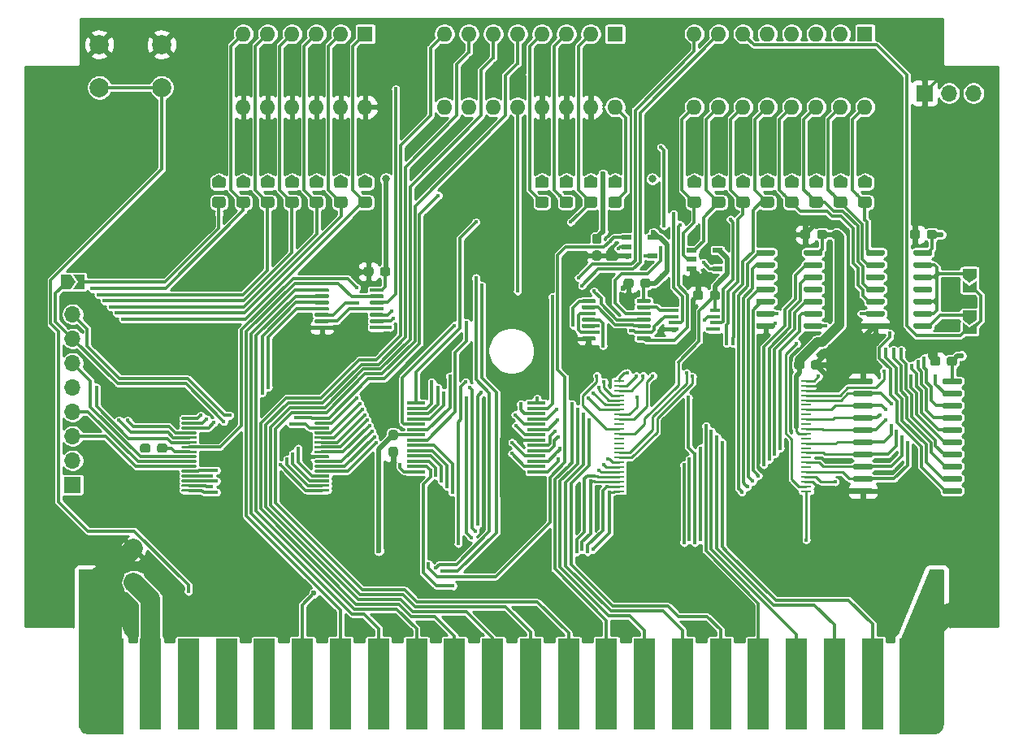
<source format=gbr>
%TF.GenerationSoftware,KiCad,Pcbnew,(5.1.10)-1*%
%TF.CreationDate,2022-08-27T22:49:54-04:00*%
%TF.ProjectId,VIC20 2587KB Memory Expander,56494332-3020-4323-9538-374b42204d65,1*%
%TF.SameCoordinates,Original*%
%TF.FileFunction,Copper,L1,Top*%
%TF.FilePolarity,Positive*%
%FSLAX46Y46*%
G04 Gerber Fmt 4.6, Leading zero omitted, Abs format (unit mm)*
G04 Created by KiCad (PCBNEW (5.1.10)-1) date 2022-08-27 22:49:54*
%MOMM*%
%LPD*%
G01*
G04 APERTURE LIST*
%TA.AperFunction,EtchedComponent*%
%ADD10C,0.100000*%
%TD*%
%TA.AperFunction,ConnectorPad*%
%ADD11R,2.250000X9.500000*%
%TD*%
%TA.AperFunction,ConnectorPad*%
%ADD12C,0.100000*%
%TD*%
%TA.AperFunction,ComponentPad*%
%ADD13O,1.600000X1.600000*%
%TD*%
%TA.AperFunction,ComponentPad*%
%ADD14R,1.600000X1.600000*%
%TD*%
%TA.AperFunction,ComponentPad*%
%ADD15C,1.600000*%
%TD*%
%TA.AperFunction,SMDPad,CuDef*%
%ADD16R,1.100000X0.250000*%
%TD*%
%TA.AperFunction,ComponentPad*%
%ADD17R,1.700000X1.700000*%
%TD*%
%TA.AperFunction,ComponentPad*%
%ADD18O,1.700000X1.700000*%
%TD*%
%TA.AperFunction,SMDPad,CuDef*%
%ADD19C,0.100000*%
%TD*%
%TA.AperFunction,SMDPad,CuDef*%
%ADD20R,1.000000X0.500000*%
%TD*%
%TA.AperFunction,SMDPad,CuDef*%
%ADD21R,1.100000X0.400000*%
%TD*%
%TA.AperFunction,SMDPad,CuDef*%
%ADD22R,1.870000X0.380000*%
%TD*%
%TA.AperFunction,ComponentPad*%
%ADD23C,2.000000*%
%TD*%
%TA.AperFunction,ViaPad*%
%ADD24C,0.800000*%
%TD*%
%TA.AperFunction,ViaPad*%
%ADD25C,0.600000*%
%TD*%
%TA.AperFunction,ViaPad*%
%ADD26C,0.400000*%
%TD*%
%TA.AperFunction,Conductor*%
%ADD27C,2.000000*%
%TD*%
%TA.AperFunction,Conductor*%
%ADD28C,0.300000*%
%TD*%
%TA.AperFunction,Conductor*%
%ADD29C,0.500000*%
%TD*%
%TA.AperFunction,Conductor*%
%ADD30C,0.250000*%
%TD*%
%TA.AperFunction,Conductor*%
%ADD31C,0.330000*%
%TD*%
%TA.AperFunction,Conductor*%
%ADD32C,1.000000*%
%TD*%
%TA.AperFunction,Conductor*%
%ADD33C,0.234000*%
%TD*%
%TA.AperFunction,Conductor*%
%ADD34C,0.100000*%
%TD*%
G04 APERTURE END LIST*
D10*
%TO.C,X1*%
G36*
X96727120Y-121214000D02*
G01*
X96028620Y-121214000D01*
X95584120Y-120960000D01*
X95330120Y-120515500D01*
X95330120Y-120261500D01*
X95330120Y-104132500D01*
X96727120Y-104132500D01*
X96727120Y-121214000D01*
G37*
X96727120Y-121214000D02*
X96028620Y-121214000D01*
X95584120Y-120960000D01*
X95330120Y-120515500D01*
X95330120Y-120261500D01*
X95330120Y-104132500D01*
X96727120Y-104132500D01*
X96727120Y-121214000D01*
%TD*%
D11*
%TO.P,X1,3*%
%TO.N,/D1*%
X173995000Y-116035000D03*
%TO.P,X1,19*%
%TO.N,/~IRQ*%
X110635000Y-116035000D03*
%TO.P,X1,21*%
%TO.N,+5V*%
X102715000Y-116035000D03*
%TA.AperFunction,ConnectorPad*%
D12*
%TO.P,X1,1*%
%TO.N,GND*%
G36*
X185344755Y-104083461D02*
G01*
X185354134Y-104086306D01*
X185362779Y-104090927D01*
X185370355Y-104097145D01*
X185376573Y-104104721D01*
X185381194Y-104113366D01*
X185384039Y-104122745D01*
X185385000Y-104132500D01*
X185385000Y-120261500D01*
X185384961Y-120263467D01*
X185374961Y-120517467D01*
X185373618Y-120527176D01*
X185369233Y-120538811D01*
X185169233Y-120918311D01*
X185163836Y-120926493D01*
X185155219Y-120934835D01*
X184865219Y-121154835D01*
X184856867Y-121159965D01*
X184850425Y-121162561D01*
X184480425Y-121282561D01*
X184470850Y-121284657D01*
X184465000Y-121285000D01*
X180790000Y-121285000D01*
X180790000Y-111285000D01*
X180929164Y-111285000D01*
X183891788Y-104113410D01*
X183896400Y-104104761D01*
X183902611Y-104097178D01*
X183910182Y-104090953D01*
X183918822Y-104086324D01*
X183928199Y-104083470D01*
X183938000Y-104082500D01*
X185335000Y-104082500D01*
X185344755Y-104083461D01*
G37*
%TD.AperFunction*%
D11*
%TO.P,X1,9*%
%TO.N,/D7*%
X150235000Y-116035000D03*
%TO.P,X1,16*%
%TO.N,/~RAM3*%
X122515000Y-116035000D03*
%TO.P,X1,15*%
%TO.N,/~RAM2*%
X126475000Y-116035000D03*
%TO.P,X1,14*%
%TO.N,/~RAM1*%
X130435000Y-116035000D03*
%TO.P,X1,20*%
%TO.N,/NC1*%
X106675000Y-116035000D03*
%TO.P,X1,2*%
%TO.N,/D0*%
X177955000Y-116035000D03*
%TO.P,X1,5*%
%TO.N,/D3*%
X166075000Y-116035000D03*
%TO.P,X1,10*%
%TO.N,/~BLK1*%
X146275000Y-116035000D03*
%TO.P,X1,11*%
%TO.N,/~BLK2*%
X142315000Y-116035000D03*
%TO.P,X1,7*%
%TO.N,/D5*%
X158155000Y-116035000D03*
%TO.P,X1,4*%
%TO.N,/D2*%
X170035000Y-116035000D03*
%TO.P,X1,6*%
%TO.N,/D4*%
X162115000Y-116035000D03*
%TO.P,X1,12*%
%TO.N,/~BLK3*%
X138355000Y-116035000D03*
%TO.P,X1,13*%
%TO.N,/~BLK5*%
X134395000Y-116035000D03*
%TO.P,X1,17*%
%TO.N,/VR~W*%
X118555000Y-116035000D03*
%TA.AperFunction,ConnectorPad*%
D12*
%TO.P,X1,22*%
%TO.N,GND*%
G36*
X96195245Y-121284039D02*
G01*
X96189575Y-121282561D01*
X95819575Y-121162561D01*
X95810592Y-121158638D01*
X95804781Y-121154835D01*
X95514781Y-120934835D01*
X95507590Y-120928174D01*
X95500767Y-120918311D01*
X95300767Y-120538811D01*
X95297069Y-120529734D01*
X95295039Y-120517467D01*
X95285039Y-120263467D01*
X95285000Y-120261500D01*
X95285000Y-104132500D01*
X95285961Y-104122745D01*
X95288806Y-104113366D01*
X95293427Y-104104721D01*
X95299645Y-104097145D01*
X95307221Y-104090927D01*
X95315866Y-104086306D01*
X95325245Y-104083461D01*
X95335000Y-104082500D01*
X96732000Y-104082500D01*
X96741755Y-104083461D01*
X96751134Y-104086306D01*
X96759779Y-104090927D01*
X96767355Y-104097145D01*
X96773573Y-104104721D01*
X96778212Y-104113410D01*
X99740836Y-111285000D01*
X99880000Y-111285000D01*
X99880000Y-121285000D01*
X96205000Y-121285000D01*
X96195245Y-121284039D01*
G37*
%TD.AperFunction*%
D11*
%TO.P,X1,8*%
%TO.N,/D6*%
X154195000Y-116035000D03*
%TO.P,X1,18*%
%TO.N,/CR~W*%
X114595000Y-116035000D03*
%TD*%
D13*
%TO.P,SW2,16*%
%TO.N,/~BANK0*%
X177165000Y-55880000D03*
%TO.P,SW2,8*%
%TO.N,/~IO3*%
X159385000Y-48260000D03*
%TO.P,SW2,15*%
%TO.N,/~BANK1*%
X174625000Y-55880000D03*
%TO.P,SW2,7*%
%TO.N,/~IO2*%
X161925000Y-48260000D03*
%TO.P,SW2,14*%
%TO.N,/~BANK2*%
X172085000Y-55880000D03*
%TO.P,SW2,6*%
%TO.N,/VR~W~2*%
X164465000Y-48260000D03*
%TO.P,SW2,13*%
%TO.N,/~BANK3*%
X169545000Y-55880000D03*
%TO.P,SW2,5*%
%TO.N,/~BLK5*%
X167005000Y-48260000D03*
%TO.P,SW2,12*%
%TO.N,/~CSEX*%
X167005000Y-55880000D03*
%TO.P,SW2,4*%
%TO.N,/~BLK3*%
X169545000Y-48260000D03*
%TO.P,SW2,11*%
%TO.N,/WP*%
X164465000Y-55880000D03*
%TO.P,SW2,3*%
%TO.N,/~BLK2*%
X172085000Y-48260000D03*
%TO.P,SW2,10*%
%TO.N,/~SIO2*%
X161925000Y-55880000D03*
%TO.P,SW2,2*%
%TO.N,/~BLK1*%
X174625000Y-48260000D03*
%TO.P,SW2,9*%
%TO.N,/~SIO3*%
X159385000Y-55880000D03*
D14*
%TO.P,SW2,1*%
%TO.N,/~CS3K*%
X177165000Y-48260000D03*
%TD*%
%TO.P,C1,1*%
%TO.N,+5V*%
X100965000Y-105410000D03*
D15*
%TO.P,C1,2*%
%TO.N,GND*%
X100965000Y-101910000D03*
%TD*%
%TO.P,C2,2*%
%TO.N,GND*%
%TA.AperFunction,SMDPad,CuDef*%
G36*
G01*
X102710500Y-91202500D02*
X102710500Y-91677500D01*
G75*
G02*
X102473000Y-91915000I-237500J0D01*
G01*
X101898000Y-91915000D01*
G75*
G02*
X101660500Y-91677500I0J237500D01*
G01*
X101660500Y-91202500D01*
G75*
G02*
X101898000Y-90965000I237500J0D01*
G01*
X102473000Y-90965000D01*
G75*
G02*
X102710500Y-91202500I0J-237500D01*
G01*
G37*
%TD.AperFunction*%
%TO.P,C2,1*%
%TO.N,+5V*%
%TA.AperFunction,SMDPad,CuDef*%
G36*
G01*
X104460500Y-91202500D02*
X104460500Y-91677500D01*
G75*
G02*
X104223000Y-91915000I-237500J0D01*
G01*
X103648000Y-91915000D01*
G75*
G02*
X103410500Y-91677500I0J237500D01*
G01*
X103410500Y-91202500D01*
G75*
G02*
X103648000Y-90965000I237500J0D01*
G01*
X104223000Y-90965000D01*
G75*
G02*
X104460500Y-91202500I0J-237500D01*
G01*
G37*
%TD.AperFunction*%
%TD*%
%TO.P,C3,1*%
%TO.N,GND*%
%TA.AperFunction,SMDPad,CuDef*%
G36*
G01*
X128253500Y-92332000D02*
X127778500Y-92332000D01*
G75*
G02*
X127541000Y-92094500I0J237500D01*
G01*
X127541000Y-91519500D01*
G75*
G02*
X127778500Y-91282000I237500J0D01*
G01*
X128253500Y-91282000D01*
G75*
G02*
X128491000Y-91519500I0J-237500D01*
G01*
X128491000Y-92094500D01*
G75*
G02*
X128253500Y-92332000I-237500J0D01*
G01*
G37*
%TD.AperFunction*%
%TO.P,C3,2*%
%TO.N,+5V*%
%TA.AperFunction,SMDPad,CuDef*%
G36*
G01*
X128253500Y-90582000D02*
X127778500Y-90582000D01*
G75*
G02*
X127541000Y-90344500I0J237500D01*
G01*
X127541000Y-89769500D01*
G75*
G02*
X127778500Y-89532000I237500J0D01*
G01*
X128253500Y-89532000D01*
G75*
G02*
X128491000Y-89769500I0J-237500D01*
G01*
X128491000Y-90344500D01*
G75*
G02*
X128253500Y-90582000I-237500J0D01*
G01*
G37*
%TD.AperFunction*%
%TD*%
%TO.P,C4,1*%
%TO.N,+5V*%
%TA.AperFunction,SMDPad,CuDef*%
G36*
G01*
X169796000Y-82978000D02*
X169796000Y-82503000D01*
G75*
G02*
X170033500Y-82265500I237500J0D01*
G01*
X170608500Y-82265500D01*
G75*
G02*
X170846000Y-82503000I0J-237500D01*
G01*
X170846000Y-82978000D01*
G75*
G02*
X170608500Y-83215500I-237500J0D01*
G01*
X170033500Y-83215500D01*
G75*
G02*
X169796000Y-82978000I0J237500D01*
G01*
G37*
%TD.AperFunction*%
%TO.P,C4,2*%
%TO.N,GND*%
%TA.AperFunction,SMDPad,CuDef*%
G36*
G01*
X171546000Y-82978000D02*
X171546000Y-82503000D01*
G75*
G02*
X171783500Y-82265500I237500J0D01*
G01*
X172358500Y-82265500D01*
G75*
G02*
X172596000Y-82503000I0J-237500D01*
G01*
X172596000Y-82978000D01*
G75*
G02*
X172358500Y-83215500I-237500J0D01*
G01*
X171783500Y-83215500D01*
G75*
G02*
X171546000Y-82978000I0J237500D01*
G01*
G37*
%TD.AperFunction*%
%TD*%
%TO.P,C5,2*%
%TO.N,+5V*%
%TA.AperFunction,SMDPad,CuDef*%
G36*
G01*
X153766000Y-74469000D02*
X153766000Y-73994000D01*
G75*
G02*
X154003500Y-73756500I237500J0D01*
G01*
X154578500Y-73756500D01*
G75*
G02*
X154816000Y-73994000I0J-237500D01*
G01*
X154816000Y-74469000D01*
G75*
G02*
X154578500Y-74706500I-237500J0D01*
G01*
X154003500Y-74706500D01*
G75*
G02*
X153766000Y-74469000I0J237500D01*
G01*
G37*
%TD.AperFunction*%
%TO.P,C5,1*%
%TO.N,GND*%
%TA.AperFunction,SMDPad,CuDef*%
G36*
G01*
X152016000Y-74469000D02*
X152016000Y-73994000D01*
G75*
G02*
X152253500Y-73756500I237500J0D01*
G01*
X152828500Y-73756500D01*
G75*
G02*
X153066000Y-73994000I0J-237500D01*
G01*
X153066000Y-74469000D01*
G75*
G02*
X152828500Y-74706500I-237500J0D01*
G01*
X152253500Y-74706500D01*
G75*
G02*
X152016000Y-74469000I0J237500D01*
G01*
G37*
%TD.AperFunction*%
%TD*%
%TO.P,C6,2*%
%TO.N,GND*%
%TA.AperFunction,SMDPad,CuDef*%
G36*
G01*
X171481000Y-68914000D02*
X171481000Y-69389000D01*
G75*
G02*
X171243500Y-69626500I-237500J0D01*
G01*
X170668500Y-69626500D01*
G75*
G02*
X170431000Y-69389000I0J237500D01*
G01*
X170431000Y-68914000D01*
G75*
G02*
X170668500Y-68676500I237500J0D01*
G01*
X171243500Y-68676500D01*
G75*
G02*
X171481000Y-68914000I0J-237500D01*
G01*
G37*
%TD.AperFunction*%
%TO.P,C6,1*%
%TO.N,+5V*%
%TA.AperFunction,SMDPad,CuDef*%
G36*
G01*
X173231000Y-68914000D02*
X173231000Y-69389000D01*
G75*
G02*
X172993500Y-69626500I-237500J0D01*
G01*
X172418500Y-69626500D01*
G75*
G02*
X172181000Y-69389000I0J237500D01*
G01*
X172181000Y-68914000D01*
G75*
G02*
X172418500Y-68676500I237500J0D01*
G01*
X172993500Y-68676500D01*
G75*
G02*
X173231000Y-68914000I0J-237500D01*
G01*
G37*
%TD.AperFunction*%
%TD*%
%TO.P,C7,1*%
%TO.N,GND*%
%TA.AperFunction,SMDPad,CuDef*%
G36*
G01*
X181861000Y-69389000D02*
X181861000Y-68914000D01*
G75*
G02*
X182098500Y-68676500I237500J0D01*
G01*
X182673500Y-68676500D01*
G75*
G02*
X182911000Y-68914000I0J-237500D01*
G01*
X182911000Y-69389000D01*
G75*
G02*
X182673500Y-69626500I-237500J0D01*
G01*
X182098500Y-69626500D01*
G75*
G02*
X181861000Y-69389000I0J237500D01*
G01*
G37*
%TD.AperFunction*%
%TO.P,C7,2*%
%TO.N,+5V*%
%TA.AperFunction,SMDPad,CuDef*%
G36*
G01*
X183611000Y-69389000D02*
X183611000Y-68914000D01*
G75*
G02*
X183848500Y-68676500I237500J0D01*
G01*
X184423500Y-68676500D01*
G75*
G02*
X184661000Y-68914000I0J-237500D01*
G01*
X184661000Y-69389000D01*
G75*
G02*
X184423500Y-69626500I-237500J0D01*
G01*
X183848500Y-69626500D01*
G75*
G02*
X183611000Y-69389000I0J237500D01*
G01*
G37*
%TD.AperFunction*%
%TD*%
%TO.P,C8,1*%
%TO.N,+5V*%
%TA.AperFunction,SMDPad,CuDef*%
G36*
G01*
X127701500Y-72787500D02*
X127701500Y-73262500D01*
G75*
G02*
X127464000Y-73500000I-237500J0D01*
G01*
X126889000Y-73500000D01*
G75*
G02*
X126651500Y-73262500I0J237500D01*
G01*
X126651500Y-72787500D01*
G75*
G02*
X126889000Y-72550000I237500J0D01*
G01*
X127464000Y-72550000D01*
G75*
G02*
X127701500Y-72787500I0J-237500D01*
G01*
G37*
%TD.AperFunction*%
%TO.P,C8,2*%
%TO.N,GND*%
%TA.AperFunction,SMDPad,CuDef*%
G36*
G01*
X125951500Y-72787500D02*
X125951500Y-73262500D01*
G75*
G02*
X125714000Y-73500000I-237500J0D01*
G01*
X125139000Y-73500000D01*
G75*
G02*
X124901500Y-73262500I0J237500D01*
G01*
X124901500Y-72787500D01*
G75*
G02*
X125139000Y-72550000I237500J0D01*
G01*
X125714000Y-72550000D01*
G75*
G02*
X125951500Y-72787500I0J-237500D01*
G01*
G37*
%TD.AperFunction*%
%TD*%
%TO.P,C9,2*%
%TO.N,+5V*%
%TA.AperFunction,SMDPad,CuDef*%
G36*
G01*
X149462500Y-70135000D02*
X148987500Y-70135000D01*
G75*
G02*
X148750000Y-69897500I0J237500D01*
G01*
X148750000Y-69322500D01*
G75*
G02*
X148987500Y-69085000I237500J0D01*
G01*
X149462500Y-69085000D01*
G75*
G02*
X149700000Y-69322500I0J-237500D01*
G01*
X149700000Y-69897500D01*
G75*
G02*
X149462500Y-70135000I-237500J0D01*
G01*
G37*
%TD.AperFunction*%
%TO.P,C9,1*%
%TO.N,GND*%
%TA.AperFunction,SMDPad,CuDef*%
G36*
G01*
X149462500Y-71885000D02*
X148987500Y-71885000D01*
G75*
G02*
X148750000Y-71647500I0J237500D01*
G01*
X148750000Y-71072500D01*
G75*
G02*
X148987500Y-70835000I237500J0D01*
G01*
X149462500Y-70835000D01*
G75*
G02*
X149700000Y-71072500I0J-237500D01*
G01*
X149700000Y-71647500D01*
G75*
G02*
X149462500Y-71885000I-237500J0D01*
G01*
G37*
%TD.AperFunction*%
%TD*%
%TO.P,C10,2*%
%TO.N,GND*%
%TA.AperFunction,SMDPad,CuDef*%
G36*
G01*
X160305000Y-75264000D02*
X160305000Y-75739000D01*
G75*
G02*
X160067500Y-75976500I-237500J0D01*
G01*
X159492500Y-75976500D01*
G75*
G02*
X159255000Y-75739000I0J237500D01*
G01*
X159255000Y-75264000D01*
G75*
G02*
X159492500Y-75026500I237500J0D01*
G01*
X160067500Y-75026500D01*
G75*
G02*
X160305000Y-75264000I0J-237500D01*
G01*
G37*
%TD.AperFunction*%
%TO.P,C10,1*%
%TO.N,+5V*%
%TA.AperFunction,SMDPad,CuDef*%
G36*
G01*
X162055000Y-75264000D02*
X162055000Y-75739000D01*
G75*
G02*
X161817500Y-75976500I-237500J0D01*
G01*
X161242500Y-75976500D01*
G75*
G02*
X161005000Y-75739000I0J237500D01*
G01*
X161005000Y-75264000D01*
G75*
G02*
X161242500Y-75026500I237500J0D01*
G01*
X161817500Y-75026500D01*
G75*
G02*
X162055000Y-75264000I0J-237500D01*
G01*
G37*
%TD.AperFunction*%
%TD*%
%TO.P,C11,1*%
%TO.N,GND*%
%TA.AperFunction,SMDPad,CuDef*%
G36*
G01*
X183956500Y-82597000D02*
X183956500Y-82122000D01*
G75*
G02*
X184194000Y-81884500I237500J0D01*
G01*
X184769000Y-81884500D01*
G75*
G02*
X185006500Y-82122000I0J-237500D01*
G01*
X185006500Y-82597000D01*
G75*
G02*
X184769000Y-82834500I-237500J0D01*
G01*
X184194000Y-82834500D01*
G75*
G02*
X183956500Y-82597000I0J237500D01*
G01*
G37*
%TD.AperFunction*%
%TO.P,C11,2*%
%TO.N,+5V*%
%TA.AperFunction,SMDPad,CuDef*%
G36*
G01*
X185706500Y-82597000D02*
X185706500Y-82122000D01*
G75*
G02*
X185944000Y-81884500I237500J0D01*
G01*
X186519000Y-81884500D01*
G75*
G02*
X186756500Y-82122000I0J-237500D01*
G01*
X186756500Y-82597000D01*
G75*
G02*
X186519000Y-82834500I-237500J0D01*
G01*
X185944000Y-82834500D01*
G75*
G02*
X185706500Y-82597000I0J237500D01*
G01*
G37*
%TD.AperFunction*%
%TD*%
%TO.P,IC1,1*%
%TO.N,/A11*%
%TA.AperFunction,SMDPad,CuDef*%
G36*
G01*
X105965000Y-88400000D02*
X105965000Y-88250000D01*
G75*
G02*
X106040000Y-88175000I75000J0D01*
G01*
X107440000Y-88175000D01*
G75*
G02*
X107515000Y-88250000I0J-75000D01*
G01*
X107515000Y-88400000D01*
G75*
G02*
X107440000Y-88475000I-75000J0D01*
G01*
X106040000Y-88475000D01*
G75*
G02*
X105965000Y-88400000I0J75000D01*
G01*
G37*
%TD.AperFunction*%
%TO.P,IC1,2*%
%TO.N,/A9*%
%TA.AperFunction,SMDPad,CuDef*%
G36*
G01*
X105965000Y-88900000D02*
X105965000Y-88750000D01*
G75*
G02*
X106040000Y-88675000I75000J0D01*
G01*
X107440000Y-88675000D01*
G75*
G02*
X107515000Y-88750000I0J-75000D01*
G01*
X107515000Y-88900000D01*
G75*
G02*
X107440000Y-88975000I-75000J0D01*
G01*
X106040000Y-88975000D01*
G75*
G02*
X105965000Y-88900000I0J75000D01*
G01*
G37*
%TD.AperFunction*%
%TO.P,IC1,3*%
%TO.N,/A8*%
%TA.AperFunction,SMDPad,CuDef*%
G36*
G01*
X105965000Y-89400000D02*
X105965000Y-89250000D01*
G75*
G02*
X106040000Y-89175000I75000J0D01*
G01*
X107440000Y-89175000D01*
G75*
G02*
X107515000Y-89250000I0J-75000D01*
G01*
X107515000Y-89400000D01*
G75*
G02*
X107440000Y-89475000I-75000J0D01*
G01*
X106040000Y-89475000D01*
G75*
G02*
X105965000Y-89400000I0J75000D01*
G01*
G37*
%TD.AperFunction*%
%TO.P,IC1,4*%
%TO.N,/EA13*%
%TA.AperFunction,SMDPad,CuDef*%
G36*
G01*
X105965000Y-89900000D02*
X105965000Y-89750000D01*
G75*
G02*
X106040000Y-89675000I75000J0D01*
G01*
X107440000Y-89675000D01*
G75*
G02*
X107515000Y-89750000I0J-75000D01*
G01*
X107515000Y-89900000D01*
G75*
G02*
X107440000Y-89975000I-75000J0D01*
G01*
X106040000Y-89975000D01*
G75*
G02*
X105965000Y-89900000I0J75000D01*
G01*
G37*
%TD.AperFunction*%
%TO.P,IC1,5*%
%TO.N,/EA14*%
%TA.AperFunction,SMDPad,CuDef*%
G36*
G01*
X105965000Y-90400000D02*
X105965000Y-90250000D01*
G75*
G02*
X106040000Y-90175000I75000J0D01*
G01*
X107440000Y-90175000D01*
G75*
G02*
X107515000Y-90250000I0J-75000D01*
G01*
X107515000Y-90400000D01*
G75*
G02*
X107440000Y-90475000I-75000J0D01*
G01*
X106040000Y-90475000D01*
G75*
G02*
X105965000Y-90400000I0J75000D01*
G01*
G37*
%TD.AperFunction*%
%TO.P,IC1,6*%
%TO.N,/EA17*%
%TA.AperFunction,SMDPad,CuDef*%
G36*
G01*
X105965000Y-90900000D02*
X105965000Y-90750000D01*
G75*
G02*
X106040000Y-90675000I75000J0D01*
G01*
X107440000Y-90675000D01*
G75*
G02*
X107515000Y-90750000I0J-75000D01*
G01*
X107515000Y-90900000D01*
G75*
G02*
X107440000Y-90975000I-75000J0D01*
G01*
X106040000Y-90975000D01*
G75*
G02*
X105965000Y-90900000I0J75000D01*
G01*
G37*
%TD.AperFunction*%
%TO.P,IC1,7*%
%TO.N,/~PROG*%
%TA.AperFunction,SMDPad,CuDef*%
G36*
G01*
X105965000Y-91400000D02*
X105965000Y-91250000D01*
G75*
G02*
X106040000Y-91175000I75000J0D01*
G01*
X107440000Y-91175000D01*
G75*
G02*
X107515000Y-91250000I0J-75000D01*
G01*
X107515000Y-91400000D01*
G75*
G02*
X107440000Y-91475000I-75000J0D01*
G01*
X106040000Y-91475000D01*
G75*
G02*
X105965000Y-91400000I0J75000D01*
G01*
G37*
%TD.AperFunction*%
%TO.P,IC1,8*%
%TO.N,+5V*%
%TA.AperFunction,SMDPad,CuDef*%
G36*
G01*
X105965000Y-91900000D02*
X105965000Y-91750000D01*
G75*
G02*
X106040000Y-91675000I75000J0D01*
G01*
X107440000Y-91675000D01*
G75*
G02*
X107515000Y-91750000I0J-75000D01*
G01*
X107515000Y-91900000D01*
G75*
G02*
X107440000Y-91975000I-75000J0D01*
G01*
X106040000Y-91975000D01*
G75*
G02*
X105965000Y-91900000I0J75000D01*
G01*
G37*
%TD.AperFunction*%
%TO.P,IC1,9*%
%TO.N,/EA18*%
%TA.AperFunction,SMDPad,CuDef*%
G36*
G01*
X105965000Y-92400000D02*
X105965000Y-92250000D01*
G75*
G02*
X106040000Y-92175000I75000J0D01*
G01*
X107440000Y-92175000D01*
G75*
G02*
X107515000Y-92250000I0J-75000D01*
G01*
X107515000Y-92400000D01*
G75*
G02*
X107440000Y-92475000I-75000J0D01*
G01*
X106040000Y-92475000D01*
G75*
G02*
X105965000Y-92400000I0J75000D01*
G01*
G37*
%TD.AperFunction*%
%TO.P,IC1,10*%
%TO.N,/EA16*%
%TA.AperFunction,SMDPad,CuDef*%
G36*
G01*
X105965000Y-92900000D02*
X105965000Y-92750000D01*
G75*
G02*
X106040000Y-92675000I75000J0D01*
G01*
X107440000Y-92675000D01*
G75*
G02*
X107515000Y-92750000I0J-75000D01*
G01*
X107515000Y-92900000D01*
G75*
G02*
X107440000Y-92975000I-75000J0D01*
G01*
X106040000Y-92975000D01*
G75*
G02*
X105965000Y-92900000I0J75000D01*
G01*
G37*
%TD.AperFunction*%
%TO.P,IC1,11*%
%TO.N,/EA15*%
%TA.AperFunction,SMDPad,CuDef*%
G36*
G01*
X105965000Y-93400000D02*
X105965000Y-93250000D01*
G75*
G02*
X106040000Y-93175000I75000J0D01*
G01*
X107440000Y-93175000D01*
G75*
G02*
X107515000Y-93250000I0J-75000D01*
G01*
X107515000Y-93400000D01*
G75*
G02*
X107440000Y-93475000I-75000J0D01*
G01*
X106040000Y-93475000D01*
G75*
G02*
X105965000Y-93400000I0J75000D01*
G01*
G37*
%TD.AperFunction*%
%TO.P,IC1,12*%
%TO.N,/A12*%
%TA.AperFunction,SMDPad,CuDef*%
G36*
G01*
X105965000Y-93900000D02*
X105965000Y-93750000D01*
G75*
G02*
X106040000Y-93675000I75000J0D01*
G01*
X107440000Y-93675000D01*
G75*
G02*
X107515000Y-93750000I0J-75000D01*
G01*
X107515000Y-93900000D01*
G75*
G02*
X107440000Y-93975000I-75000J0D01*
G01*
X106040000Y-93975000D01*
G75*
G02*
X105965000Y-93900000I0J75000D01*
G01*
G37*
%TD.AperFunction*%
%TO.P,IC1,13*%
%TO.N,/A7*%
%TA.AperFunction,SMDPad,CuDef*%
G36*
G01*
X105965000Y-94400000D02*
X105965000Y-94250000D01*
G75*
G02*
X106040000Y-94175000I75000J0D01*
G01*
X107440000Y-94175000D01*
G75*
G02*
X107515000Y-94250000I0J-75000D01*
G01*
X107515000Y-94400000D01*
G75*
G02*
X107440000Y-94475000I-75000J0D01*
G01*
X106040000Y-94475000D01*
G75*
G02*
X105965000Y-94400000I0J75000D01*
G01*
G37*
%TD.AperFunction*%
%TO.P,IC1,14*%
%TO.N,/A6*%
%TA.AperFunction,SMDPad,CuDef*%
G36*
G01*
X105965000Y-94900000D02*
X105965000Y-94750000D01*
G75*
G02*
X106040000Y-94675000I75000J0D01*
G01*
X107440000Y-94675000D01*
G75*
G02*
X107515000Y-94750000I0J-75000D01*
G01*
X107515000Y-94900000D01*
G75*
G02*
X107440000Y-94975000I-75000J0D01*
G01*
X106040000Y-94975000D01*
G75*
G02*
X105965000Y-94900000I0J75000D01*
G01*
G37*
%TD.AperFunction*%
%TO.P,IC1,15*%
%TO.N,/A5*%
%TA.AperFunction,SMDPad,CuDef*%
G36*
G01*
X105965000Y-95400000D02*
X105965000Y-95250000D01*
G75*
G02*
X106040000Y-95175000I75000J0D01*
G01*
X107440000Y-95175000D01*
G75*
G02*
X107515000Y-95250000I0J-75000D01*
G01*
X107515000Y-95400000D01*
G75*
G02*
X107440000Y-95475000I-75000J0D01*
G01*
X106040000Y-95475000D01*
G75*
G02*
X105965000Y-95400000I0J75000D01*
G01*
G37*
%TD.AperFunction*%
%TO.P,IC1,16*%
%TO.N,/A4*%
%TA.AperFunction,SMDPad,CuDef*%
G36*
G01*
X105965000Y-95900000D02*
X105965000Y-95750000D01*
G75*
G02*
X106040000Y-95675000I75000J0D01*
G01*
X107440000Y-95675000D01*
G75*
G02*
X107515000Y-95750000I0J-75000D01*
G01*
X107515000Y-95900000D01*
G75*
G02*
X107440000Y-95975000I-75000J0D01*
G01*
X106040000Y-95975000D01*
G75*
G02*
X105965000Y-95900000I0J75000D01*
G01*
G37*
%TD.AperFunction*%
%TO.P,IC1,17*%
%TO.N,/A3*%
%TA.AperFunction,SMDPad,CuDef*%
G36*
G01*
X119815000Y-95900000D02*
X119815000Y-95750000D01*
G75*
G02*
X119890000Y-95675000I75000J0D01*
G01*
X121290000Y-95675000D01*
G75*
G02*
X121365000Y-95750000I0J-75000D01*
G01*
X121365000Y-95900000D01*
G75*
G02*
X121290000Y-95975000I-75000J0D01*
G01*
X119890000Y-95975000D01*
G75*
G02*
X119815000Y-95900000I0J75000D01*
G01*
G37*
%TD.AperFunction*%
%TO.P,IC1,18*%
%TO.N,/A2*%
%TA.AperFunction,SMDPad,CuDef*%
G36*
G01*
X119815000Y-95400000D02*
X119815000Y-95250000D01*
G75*
G02*
X119890000Y-95175000I75000J0D01*
G01*
X121290000Y-95175000D01*
G75*
G02*
X121365000Y-95250000I0J-75000D01*
G01*
X121365000Y-95400000D01*
G75*
G02*
X121290000Y-95475000I-75000J0D01*
G01*
X119890000Y-95475000D01*
G75*
G02*
X119815000Y-95400000I0J75000D01*
G01*
G37*
%TD.AperFunction*%
%TO.P,IC1,19*%
%TO.N,/A1*%
%TA.AperFunction,SMDPad,CuDef*%
G36*
G01*
X119815000Y-94900000D02*
X119815000Y-94750000D01*
G75*
G02*
X119890000Y-94675000I75000J0D01*
G01*
X121290000Y-94675000D01*
G75*
G02*
X121365000Y-94750000I0J-75000D01*
G01*
X121365000Y-94900000D01*
G75*
G02*
X121290000Y-94975000I-75000J0D01*
G01*
X119890000Y-94975000D01*
G75*
G02*
X119815000Y-94900000I0J75000D01*
G01*
G37*
%TD.AperFunction*%
%TO.P,IC1,20*%
%TO.N,/A0*%
%TA.AperFunction,SMDPad,CuDef*%
G36*
G01*
X119815000Y-94400000D02*
X119815000Y-94250000D01*
G75*
G02*
X119890000Y-94175000I75000J0D01*
G01*
X121290000Y-94175000D01*
G75*
G02*
X121365000Y-94250000I0J-75000D01*
G01*
X121365000Y-94400000D01*
G75*
G02*
X121290000Y-94475000I-75000J0D01*
G01*
X119890000Y-94475000D01*
G75*
G02*
X119815000Y-94400000I0J75000D01*
G01*
G37*
%TD.AperFunction*%
%TO.P,IC1,21*%
%TO.N,/D0*%
%TA.AperFunction,SMDPad,CuDef*%
G36*
G01*
X119815000Y-93900000D02*
X119815000Y-93750000D01*
G75*
G02*
X119890000Y-93675000I75000J0D01*
G01*
X121290000Y-93675000D01*
G75*
G02*
X121365000Y-93750000I0J-75000D01*
G01*
X121365000Y-93900000D01*
G75*
G02*
X121290000Y-93975000I-75000J0D01*
G01*
X119890000Y-93975000D01*
G75*
G02*
X119815000Y-93900000I0J75000D01*
G01*
G37*
%TD.AperFunction*%
%TO.P,IC1,22*%
%TO.N,/D1*%
%TA.AperFunction,SMDPad,CuDef*%
G36*
G01*
X119815000Y-93400000D02*
X119815000Y-93250000D01*
G75*
G02*
X119890000Y-93175000I75000J0D01*
G01*
X121290000Y-93175000D01*
G75*
G02*
X121365000Y-93250000I0J-75000D01*
G01*
X121365000Y-93400000D01*
G75*
G02*
X121290000Y-93475000I-75000J0D01*
G01*
X119890000Y-93475000D01*
G75*
G02*
X119815000Y-93400000I0J75000D01*
G01*
G37*
%TD.AperFunction*%
%TO.P,IC1,23*%
%TO.N,/D2*%
%TA.AperFunction,SMDPad,CuDef*%
G36*
G01*
X119815000Y-92900000D02*
X119815000Y-92750000D01*
G75*
G02*
X119890000Y-92675000I75000J0D01*
G01*
X121290000Y-92675000D01*
G75*
G02*
X121365000Y-92750000I0J-75000D01*
G01*
X121365000Y-92900000D01*
G75*
G02*
X121290000Y-92975000I-75000J0D01*
G01*
X119890000Y-92975000D01*
G75*
G02*
X119815000Y-92900000I0J75000D01*
G01*
G37*
%TD.AperFunction*%
%TO.P,IC1,24*%
%TO.N,GND*%
%TA.AperFunction,SMDPad,CuDef*%
G36*
G01*
X119815000Y-92400000D02*
X119815000Y-92250000D01*
G75*
G02*
X119890000Y-92175000I75000J0D01*
G01*
X121290000Y-92175000D01*
G75*
G02*
X121365000Y-92250000I0J-75000D01*
G01*
X121365000Y-92400000D01*
G75*
G02*
X121290000Y-92475000I-75000J0D01*
G01*
X119890000Y-92475000D01*
G75*
G02*
X119815000Y-92400000I0J75000D01*
G01*
G37*
%TD.AperFunction*%
%TO.P,IC1,25*%
%TO.N,/D3*%
%TA.AperFunction,SMDPad,CuDef*%
G36*
G01*
X119815000Y-91900000D02*
X119815000Y-91750000D01*
G75*
G02*
X119890000Y-91675000I75000J0D01*
G01*
X121290000Y-91675000D01*
G75*
G02*
X121365000Y-91750000I0J-75000D01*
G01*
X121365000Y-91900000D01*
G75*
G02*
X121290000Y-91975000I-75000J0D01*
G01*
X119890000Y-91975000D01*
G75*
G02*
X119815000Y-91900000I0J75000D01*
G01*
G37*
%TD.AperFunction*%
%TO.P,IC1,26*%
%TO.N,/D4*%
%TA.AperFunction,SMDPad,CuDef*%
G36*
G01*
X119815000Y-91400000D02*
X119815000Y-91250000D01*
G75*
G02*
X119890000Y-91175000I75000J0D01*
G01*
X121290000Y-91175000D01*
G75*
G02*
X121365000Y-91250000I0J-75000D01*
G01*
X121365000Y-91400000D01*
G75*
G02*
X121290000Y-91475000I-75000J0D01*
G01*
X119890000Y-91475000D01*
G75*
G02*
X119815000Y-91400000I0J75000D01*
G01*
G37*
%TD.AperFunction*%
%TO.P,IC1,27*%
%TO.N,/D5*%
%TA.AperFunction,SMDPad,CuDef*%
G36*
G01*
X119815000Y-90900000D02*
X119815000Y-90750000D01*
G75*
G02*
X119890000Y-90675000I75000J0D01*
G01*
X121290000Y-90675000D01*
G75*
G02*
X121365000Y-90750000I0J-75000D01*
G01*
X121365000Y-90900000D01*
G75*
G02*
X121290000Y-90975000I-75000J0D01*
G01*
X119890000Y-90975000D01*
G75*
G02*
X119815000Y-90900000I0J75000D01*
G01*
G37*
%TD.AperFunction*%
%TO.P,IC1,28*%
%TO.N,/D6*%
%TA.AperFunction,SMDPad,CuDef*%
G36*
G01*
X119815000Y-90400000D02*
X119815000Y-90250000D01*
G75*
G02*
X119890000Y-90175000I75000J0D01*
G01*
X121290000Y-90175000D01*
G75*
G02*
X121365000Y-90250000I0J-75000D01*
G01*
X121365000Y-90400000D01*
G75*
G02*
X121290000Y-90475000I-75000J0D01*
G01*
X119890000Y-90475000D01*
G75*
G02*
X119815000Y-90400000I0J75000D01*
G01*
G37*
%TD.AperFunction*%
%TO.P,IC1,29*%
%TO.N,/D7*%
%TA.AperFunction,SMDPad,CuDef*%
G36*
G01*
X119815000Y-89900000D02*
X119815000Y-89750000D01*
G75*
G02*
X119890000Y-89675000I75000J0D01*
G01*
X121290000Y-89675000D01*
G75*
G02*
X121365000Y-89750000I0J-75000D01*
G01*
X121365000Y-89900000D01*
G75*
G02*
X121290000Y-89975000I-75000J0D01*
G01*
X119890000Y-89975000D01*
G75*
G02*
X119815000Y-89900000I0J75000D01*
G01*
G37*
%TD.AperFunction*%
%TO.P,IC1,30*%
%TO.N,/~CS1Z*%
%TA.AperFunction,SMDPad,CuDef*%
G36*
G01*
X119815000Y-89400000D02*
X119815000Y-89250000D01*
G75*
G02*
X119890000Y-89175000I75000J0D01*
G01*
X121290000Y-89175000D01*
G75*
G02*
X121365000Y-89250000I0J-75000D01*
G01*
X121365000Y-89400000D01*
G75*
G02*
X121290000Y-89475000I-75000J0D01*
G01*
X119890000Y-89475000D01*
G75*
G02*
X119815000Y-89400000I0J75000D01*
G01*
G37*
%TD.AperFunction*%
%TO.P,IC1,31*%
%TO.N,/A10*%
%TA.AperFunction,SMDPad,CuDef*%
G36*
G01*
X119815000Y-88900000D02*
X119815000Y-88750000D01*
G75*
G02*
X119890000Y-88675000I75000J0D01*
G01*
X121290000Y-88675000D01*
G75*
G02*
X121365000Y-88750000I0J-75000D01*
G01*
X121365000Y-88900000D01*
G75*
G02*
X121290000Y-88975000I-75000J0D01*
G01*
X119890000Y-88975000D01*
G75*
G02*
X119815000Y-88900000I0J75000D01*
G01*
G37*
%TD.AperFunction*%
%TO.P,IC1,32*%
%TO.N,/~FLASH*%
%TA.AperFunction,SMDPad,CuDef*%
G36*
G01*
X119815000Y-88400000D02*
X119815000Y-88250000D01*
G75*
G02*
X119890000Y-88175000I75000J0D01*
G01*
X121290000Y-88175000D01*
G75*
G02*
X121365000Y-88250000I0J-75000D01*
G01*
X121365000Y-88400000D01*
G75*
G02*
X121290000Y-88475000I-75000J0D01*
G01*
X119890000Y-88475000D01*
G75*
G02*
X119815000Y-88400000I0J75000D01*
G01*
G37*
%TD.AperFunction*%
%TD*%
D16*
%TO.P,IC3,1*%
%TO.N,/Q2*%
X151540000Y-84420000D03*
%TO.P,IC3,25*%
%TO.N,/A0*%
X171040000Y-95920000D03*
%TO.P,IC3,2*%
%TO.N,/Q1*%
X151540000Y-84920000D03*
%TO.P,IC3,3*%
%TO.N,/Q0*%
X151540000Y-85420000D03*
%TO.P,IC3,4*%
%TO.N,/A11*%
X151540000Y-85920000D03*
%TO.P,IC3,5*%
%TO.N,/A9*%
X151540000Y-86420000D03*
%TO.P,IC3,6*%
%TO.N,/A8*%
X151540000Y-86920000D03*
%TO.P,IC3,7*%
%TO.N,/A10*%
X151540000Y-87420000D03*
%TO.P,IC3,8*%
%TO.N,/A1*%
X151540000Y-87920000D03*
%TO.P,IC3,9*%
%TO.N,/Q6*%
X151540000Y-88420000D03*
%TO.P,IC3,10*%
%TO.N,N/C*%
X151540000Y-88920000D03*
%TO.P,IC3,11*%
%TO.N,/WP*%
X151540000Y-89420000D03*
%TO.P,IC3,12*%
%TO.N,+5V*%
X151540000Y-89920000D03*
%TO.P,IC3,13*%
%TO.N,Net-(IC3-Pad13)*%
X151540000Y-90420000D03*
%TO.P,IC3,14*%
%TO.N,Net-(IC3-Pad14)*%
X151540000Y-90920000D03*
%TO.P,IC3,15*%
%TO.N,Net-(IC3-Pad15)*%
X151540000Y-91420000D03*
%TO.P,IC3,16*%
%TO.N,/Q5*%
X151540000Y-91920000D03*
%TO.P,IC3,17*%
%TO.N,/Q4*%
X151540000Y-92420000D03*
%TO.P,IC3,18*%
%TO.N,/A2*%
X151540000Y-92920000D03*
%TO.P,IC3,19*%
%TO.N,/A3*%
X151540000Y-93420000D03*
%TO.P,IC3,20*%
%TO.N,/A12*%
X151540000Y-93920000D03*
%TO.P,IC3,21*%
%TO.N,/A7*%
X151540000Y-94420000D03*
%TO.P,IC3,22*%
%TO.N,/A6*%
X151540000Y-94920000D03*
%TO.P,IC3,23*%
%TO.N,/A5*%
X151540000Y-95420000D03*
%TO.P,IC3,24*%
%TO.N,/A4*%
X151540000Y-95920000D03*
%TO.P,IC3,26*%
%TO.N,/~CSEX*%
X171040000Y-95420000D03*
%TO.P,IC3,27*%
%TO.N,GND*%
X171040000Y-94920000D03*
%TO.P,IC3,28*%
%TO.N,/~EXP*%
X171040000Y-94420000D03*
%TO.P,IC3,29*%
%TO.N,/D0*%
X171040000Y-93920000D03*
%TO.P,IC3,30*%
%TO.N,N/C*%
X171040000Y-93420000D03*
%TO.P,IC3,31*%
%TO.N,/D1*%
X171040000Y-92920000D03*
%TO.P,IC3,32*%
%TO.N,N/C*%
X171040000Y-92420000D03*
%TO.P,IC3,33*%
%TO.N,/D2*%
X171040000Y-91920000D03*
%TO.P,IC3,34*%
%TO.N,N/C*%
X171040000Y-91420000D03*
%TO.P,IC3,35*%
%TO.N,/D3*%
X171040000Y-90920000D03*
%TO.P,IC3,36*%
%TO.N,N/C*%
X171040000Y-90420000D03*
%TO.P,IC3,37*%
%TO.N,+5V*%
X171040000Y-89920000D03*
%TO.P,IC3,38*%
%TO.N,/D4*%
X171040000Y-89420000D03*
%TO.P,IC3,39*%
%TO.N,N/C*%
X171040000Y-88920000D03*
%TO.P,IC3,40*%
%TO.N,/D5*%
X171040000Y-88420000D03*
%TO.P,IC3,41*%
%TO.N,N/C*%
X171040000Y-87920000D03*
%TO.P,IC3,42*%
%TO.N,/D6*%
X171040000Y-87420000D03*
%TO.P,IC3,43*%
%TO.N,N/C*%
X171040000Y-86920000D03*
%TO.P,IC3,44*%
%TO.N,/D7*%
X171040000Y-86420000D03*
%TO.P,IC3,45*%
%TO.N,/Q7*%
X171040000Y-85920000D03*
%TO.P,IC3,46*%
%TO.N,GND*%
X171040000Y-85420000D03*
%TO.P,IC3,47*%
X171040000Y-84920000D03*
%TO.P,IC3,48*%
%TO.N,/Q3*%
X171040000Y-84420000D03*
%TD*%
D17*
%TO.P,J1,1*%
%TO.N,/EA13*%
X94615000Y-95250000D03*
D18*
%TO.P,J1,2*%
%TO.N,/EA14*%
X94615000Y-92710000D03*
%TO.P,J1,3*%
%TO.N,/EA15*%
X94615000Y-90170000D03*
%TO.P,J1,4*%
%TO.N,/EA16*%
X94615000Y-87630000D03*
%TO.P,J1,5*%
%TO.N,/EA17*%
X94615000Y-85090000D03*
%TO.P,J1,6*%
%TO.N,/EA18*%
X94615000Y-82550000D03*
%TO.P,J1,7*%
%TO.N,/~CS1Z*%
X94615000Y-80010000D03*
%TO.P,J1,8*%
%TO.N,/~FLASH*%
X94615000Y-77470000D03*
%TD*%
D17*
%TO.P,JP1,1*%
%TO.N,GND*%
X183388000Y-54419500D03*
D18*
%TO.P,JP1,2*%
%TO.N,/~CS1Y*%
X185928000Y-54419500D03*
%TO.P,JP1,3*%
%TO.N,/A12*%
X188468000Y-54419500D03*
%TD*%
%TO.P,R1,1*%
%TO.N,+5V*%
%TA.AperFunction,SMDPad,CuDef*%
G36*
G01*
X176714999Y-63170000D02*
X177615001Y-63170000D01*
G75*
G02*
X177865000Y-63419999I0J-249999D01*
G01*
X177865000Y-64070001D01*
G75*
G02*
X177615001Y-64320000I-249999J0D01*
G01*
X176714999Y-64320000D01*
G75*
G02*
X176465000Y-64070001I0J249999D01*
G01*
X176465000Y-63419999D01*
G75*
G02*
X176714999Y-63170000I249999J0D01*
G01*
G37*
%TD.AperFunction*%
%TO.P,R1,2*%
%TO.N,/~BANK0*%
%TA.AperFunction,SMDPad,CuDef*%
G36*
G01*
X176714999Y-65220000D02*
X177615001Y-65220000D01*
G75*
G02*
X177865000Y-65469999I0J-249999D01*
G01*
X177865000Y-66120001D01*
G75*
G02*
X177615001Y-66370000I-249999J0D01*
G01*
X176714999Y-66370000D01*
G75*
G02*
X176465000Y-66120001I0J249999D01*
G01*
X176465000Y-65469999D01*
G75*
G02*
X176714999Y-65220000I249999J0D01*
G01*
G37*
%TD.AperFunction*%
%TD*%
%TO.P,R2,2*%
%TO.N,/~BANK1*%
%TA.AperFunction,SMDPad,CuDef*%
G36*
G01*
X174174999Y-65220000D02*
X175075001Y-65220000D01*
G75*
G02*
X175325000Y-65469999I0J-249999D01*
G01*
X175325000Y-66120001D01*
G75*
G02*
X175075001Y-66370000I-249999J0D01*
G01*
X174174999Y-66370000D01*
G75*
G02*
X173925000Y-66120001I0J249999D01*
G01*
X173925000Y-65469999D01*
G75*
G02*
X174174999Y-65220000I249999J0D01*
G01*
G37*
%TD.AperFunction*%
%TO.P,R2,1*%
%TO.N,+5V*%
%TA.AperFunction,SMDPad,CuDef*%
G36*
G01*
X174174999Y-63170000D02*
X175075001Y-63170000D01*
G75*
G02*
X175325000Y-63419999I0J-249999D01*
G01*
X175325000Y-64070001D01*
G75*
G02*
X175075001Y-64320000I-249999J0D01*
G01*
X174174999Y-64320000D01*
G75*
G02*
X173925000Y-64070001I0J249999D01*
G01*
X173925000Y-63419999D01*
G75*
G02*
X174174999Y-63170000I249999J0D01*
G01*
G37*
%TD.AperFunction*%
%TD*%
%TO.P,R3,1*%
%TO.N,+5V*%
%TA.AperFunction,SMDPad,CuDef*%
G36*
G01*
X171634999Y-63170000D02*
X172535001Y-63170000D01*
G75*
G02*
X172785000Y-63419999I0J-249999D01*
G01*
X172785000Y-64070001D01*
G75*
G02*
X172535001Y-64320000I-249999J0D01*
G01*
X171634999Y-64320000D01*
G75*
G02*
X171385000Y-64070001I0J249999D01*
G01*
X171385000Y-63419999D01*
G75*
G02*
X171634999Y-63170000I249999J0D01*
G01*
G37*
%TD.AperFunction*%
%TO.P,R3,2*%
%TO.N,/~BANK2*%
%TA.AperFunction,SMDPad,CuDef*%
G36*
G01*
X171634999Y-65220000D02*
X172535001Y-65220000D01*
G75*
G02*
X172785000Y-65469999I0J-249999D01*
G01*
X172785000Y-66120001D01*
G75*
G02*
X172535001Y-66370000I-249999J0D01*
G01*
X171634999Y-66370000D01*
G75*
G02*
X171385000Y-66120001I0J249999D01*
G01*
X171385000Y-65469999D01*
G75*
G02*
X171634999Y-65220000I249999J0D01*
G01*
G37*
%TD.AperFunction*%
%TD*%
%TO.P,R4,2*%
%TO.N,/~BANK3*%
%TA.AperFunction,SMDPad,CuDef*%
G36*
G01*
X169094999Y-65220000D02*
X169995001Y-65220000D01*
G75*
G02*
X170245000Y-65469999I0J-249999D01*
G01*
X170245000Y-66120001D01*
G75*
G02*
X169995001Y-66370000I-249999J0D01*
G01*
X169094999Y-66370000D01*
G75*
G02*
X168845000Y-66120001I0J249999D01*
G01*
X168845000Y-65469999D01*
G75*
G02*
X169094999Y-65220000I249999J0D01*
G01*
G37*
%TD.AperFunction*%
%TO.P,R4,1*%
%TO.N,+5V*%
%TA.AperFunction,SMDPad,CuDef*%
G36*
G01*
X169094999Y-63170000D02*
X169995001Y-63170000D01*
G75*
G02*
X170245000Y-63419999I0J-249999D01*
G01*
X170245000Y-64070001D01*
G75*
G02*
X169995001Y-64320000I-249999J0D01*
G01*
X169094999Y-64320000D01*
G75*
G02*
X168845000Y-64070001I0J249999D01*
G01*
X168845000Y-63419999D01*
G75*
G02*
X169094999Y-63170000I249999J0D01*
G01*
G37*
%TD.AperFunction*%
%TD*%
%TO.P,R5,1*%
%TO.N,+5V*%
%TA.AperFunction,SMDPad,CuDef*%
G36*
G01*
X124644999Y-63170000D02*
X125545001Y-63170000D01*
G75*
G02*
X125795000Y-63419999I0J-249999D01*
G01*
X125795000Y-64070001D01*
G75*
G02*
X125545001Y-64320000I-249999J0D01*
G01*
X124644999Y-64320000D01*
G75*
G02*
X124395000Y-64070001I0J249999D01*
G01*
X124395000Y-63419999D01*
G75*
G02*
X124644999Y-63170000I249999J0D01*
G01*
G37*
%TD.AperFunction*%
%TO.P,R5,2*%
%TO.N,/EA13*%
%TA.AperFunction,SMDPad,CuDef*%
G36*
G01*
X124644999Y-65220000D02*
X125545001Y-65220000D01*
G75*
G02*
X125795000Y-65469999I0J-249999D01*
G01*
X125795000Y-66120001D01*
G75*
G02*
X125545001Y-66370000I-249999J0D01*
G01*
X124644999Y-66370000D01*
G75*
G02*
X124395000Y-66120001I0J249999D01*
G01*
X124395000Y-65469999D01*
G75*
G02*
X124644999Y-65220000I249999J0D01*
G01*
G37*
%TD.AperFunction*%
%TD*%
%TO.P,R6,2*%
%TO.N,/EA14*%
%TA.AperFunction,SMDPad,CuDef*%
G36*
G01*
X122104999Y-65220000D02*
X123005001Y-65220000D01*
G75*
G02*
X123255000Y-65469999I0J-249999D01*
G01*
X123255000Y-66120001D01*
G75*
G02*
X123005001Y-66370000I-249999J0D01*
G01*
X122104999Y-66370000D01*
G75*
G02*
X121855000Y-66120001I0J249999D01*
G01*
X121855000Y-65469999D01*
G75*
G02*
X122104999Y-65220000I249999J0D01*
G01*
G37*
%TD.AperFunction*%
%TO.P,R6,1*%
%TO.N,+5V*%
%TA.AperFunction,SMDPad,CuDef*%
G36*
G01*
X122104999Y-63170000D02*
X123005001Y-63170000D01*
G75*
G02*
X123255000Y-63419999I0J-249999D01*
G01*
X123255000Y-64070001D01*
G75*
G02*
X123005001Y-64320000I-249999J0D01*
G01*
X122104999Y-64320000D01*
G75*
G02*
X121855000Y-64070001I0J249999D01*
G01*
X121855000Y-63419999D01*
G75*
G02*
X122104999Y-63170000I249999J0D01*
G01*
G37*
%TD.AperFunction*%
%TD*%
%TO.P,R7,1*%
%TO.N,+5V*%
%TA.AperFunction,SMDPad,CuDef*%
G36*
G01*
X119564999Y-63170000D02*
X120465001Y-63170000D01*
G75*
G02*
X120715000Y-63419999I0J-249999D01*
G01*
X120715000Y-64070001D01*
G75*
G02*
X120465001Y-64320000I-249999J0D01*
G01*
X119564999Y-64320000D01*
G75*
G02*
X119315000Y-64070001I0J249999D01*
G01*
X119315000Y-63419999D01*
G75*
G02*
X119564999Y-63170000I249999J0D01*
G01*
G37*
%TD.AperFunction*%
%TO.P,R7,2*%
%TO.N,/EA15*%
%TA.AperFunction,SMDPad,CuDef*%
G36*
G01*
X119564999Y-65220000D02*
X120465001Y-65220000D01*
G75*
G02*
X120715000Y-65469999I0J-249999D01*
G01*
X120715000Y-66120001D01*
G75*
G02*
X120465001Y-66370000I-249999J0D01*
G01*
X119564999Y-66370000D01*
G75*
G02*
X119315000Y-66120001I0J249999D01*
G01*
X119315000Y-65469999D01*
G75*
G02*
X119564999Y-65220000I249999J0D01*
G01*
G37*
%TD.AperFunction*%
%TD*%
%TO.P,R8,1*%
%TO.N,+5V*%
%TA.AperFunction,SMDPad,CuDef*%
G36*
G01*
X117024999Y-63170000D02*
X117925001Y-63170000D01*
G75*
G02*
X118175000Y-63419999I0J-249999D01*
G01*
X118175000Y-64070001D01*
G75*
G02*
X117925001Y-64320000I-249999J0D01*
G01*
X117024999Y-64320000D01*
G75*
G02*
X116775000Y-64070001I0J249999D01*
G01*
X116775000Y-63419999D01*
G75*
G02*
X117024999Y-63170000I249999J0D01*
G01*
G37*
%TD.AperFunction*%
%TO.P,R8,2*%
%TO.N,/EA16*%
%TA.AperFunction,SMDPad,CuDef*%
G36*
G01*
X117024999Y-65220000D02*
X117925001Y-65220000D01*
G75*
G02*
X118175000Y-65469999I0J-249999D01*
G01*
X118175000Y-66120001D01*
G75*
G02*
X117925001Y-66370000I-249999J0D01*
G01*
X117024999Y-66370000D01*
G75*
G02*
X116775000Y-66120001I0J249999D01*
G01*
X116775000Y-65469999D01*
G75*
G02*
X117024999Y-65220000I249999J0D01*
G01*
G37*
%TD.AperFunction*%
%TD*%
%TO.P,R9,2*%
%TO.N,/EA17*%
%TA.AperFunction,SMDPad,CuDef*%
G36*
G01*
X114484999Y-65220000D02*
X115385001Y-65220000D01*
G75*
G02*
X115635000Y-65469999I0J-249999D01*
G01*
X115635000Y-66120001D01*
G75*
G02*
X115385001Y-66370000I-249999J0D01*
G01*
X114484999Y-66370000D01*
G75*
G02*
X114235000Y-66120001I0J249999D01*
G01*
X114235000Y-65469999D01*
G75*
G02*
X114484999Y-65220000I249999J0D01*
G01*
G37*
%TD.AperFunction*%
%TO.P,R9,1*%
%TO.N,+5V*%
%TA.AperFunction,SMDPad,CuDef*%
G36*
G01*
X114484999Y-63170000D02*
X115385001Y-63170000D01*
G75*
G02*
X115635000Y-63419999I0J-249999D01*
G01*
X115635000Y-64070001D01*
G75*
G02*
X115385001Y-64320000I-249999J0D01*
G01*
X114484999Y-64320000D01*
G75*
G02*
X114235000Y-64070001I0J249999D01*
G01*
X114235000Y-63419999D01*
G75*
G02*
X114484999Y-63170000I249999J0D01*
G01*
G37*
%TD.AperFunction*%
%TD*%
%TO.P,R10,1*%
%TO.N,+5V*%
%TA.AperFunction,SMDPad,CuDef*%
G36*
G01*
X111944999Y-63170000D02*
X112845001Y-63170000D01*
G75*
G02*
X113095000Y-63419999I0J-249999D01*
G01*
X113095000Y-64070001D01*
G75*
G02*
X112845001Y-64320000I-249999J0D01*
G01*
X111944999Y-64320000D01*
G75*
G02*
X111695000Y-64070001I0J249999D01*
G01*
X111695000Y-63419999D01*
G75*
G02*
X111944999Y-63170000I249999J0D01*
G01*
G37*
%TD.AperFunction*%
%TO.P,R10,2*%
%TO.N,/EA18*%
%TA.AperFunction,SMDPad,CuDef*%
G36*
G01*
X111944999Y-65220000D02*
X112845001Y-65220000D01*
G75*
G02*
X113095000Y-65469999I0J-249999D01*
G01*
X113095000Y-66120001D01*
G75*
G02*
X112845001Y-66370000I-249999J0D01*
G01*
X111944999Y-66370000D01*
G75*
G02*
X111695000Y-66120001I0J249999D01*
G01*
X111695000Y-65469999D01*
G75*
G02*
X111944999Y-65220000I249999J0D01*
G01*
G37*
%TD.AperFunction*%
%TD*%
%TO.P,R11,2*%
%TO.N,/~CS1*%
%TA.AperFunction,SMDPad,CuDef*%
G36*
G01*
X109404999Y-65220000D02*
X110305001Y-65220000D01*
G75*
G02*
X110555000Y-65469999I0J-249999D01*
G01*
X110555000Y-66120001D01*
G75*
G02*
X110305001Y-66370000I-249999J0D01*
G01*
X109404999Y-66370000D01*
G75*
G02*
X109155000Y-66120001I0J249999D01*
G01*
X109155000Y-65469999D01*
G75*
G02*
X109404999Y-65220000I249999J0D01*
G01*
G37*
%TD.AperFunction*%
%TO.P,R11,1*%
%TO.N,+5V*%
%TA.AperFunction,SMDPad,CuDef*%
G36*
G01*
X109404999Y-63170000D02*
X110305001Y-63170000D01*
G75*
G02*
X110555000Y-63419999I0J-249999D01*
G01*
X110555000Y-64070001D01*
G75*
G02*
X110305001Y-64320000I-249999J0D01*
G01*
X109404999Y-64320000D01*
G75*
G02*
X109155000Y-64070001I0J249999D01*
G01*
X109155000Y-63419999D01*
G75*
G02*
X109404999Y-63170000I249999J0D01*
G01*
G37*
%TD.AperFunction*%
%TD*%
%TO.P,R12,2*%
%TO.N,/~FLASH*%
%TA.AperFunction,SMDPad,CuDef*%
G36*
G01*
X145599999Y-65220000D02*
X146500001Y-65220000D01*
G75*
G02*
X146750000Y-65469999I0J-249999D01*
G01*
X146750000Y-66120001D01*
G75*
G02*
X146500001Y-66370000I-249999J0D01*
G01*
X145599999Y-66370000D01*
G75*
G02*
X145350000Y-66120001I0J249999D01*
G01*
X145350000Y-65469999D01*
G75*
G02*
X145599999Y-65220000I249999J0D01*
G01*
G37*
%TD.AperFunction*%
%TO.P,R12,1*%
%TO.N,+5V*%
%TA.AperFunction,SMDPad,CuDef*%
G36*
G01*
X145599999Y-63170000D02*
X146500001Y-63170000D01*
G75*
G02*
X146750000Y-63419999I0J-249999D01*
G01*
X146750000Y-64070001D01*
G75*
G02*
X146500001Y-64320000I-249999J0D01*
G01*
X145599999Y-64320000D01*
G75*
G02*
X145350000Y-64070001I0J249999D01*
G01*
X145350000Y-63419999D01*
G75*
G02*
X145599999Y-63170000I249999J0D01*
G01*
G37*
%TD.AperFunction*%
%TD*%
%TO.P,R13,2*%
%TO.N,/~PROG*%
%TA.AperFunction,SMDPad,CuDef*%
G36*
G01*
X150679999Y-65220000D02*
X151580001Y-65220000D01*
G75*
G02*
X151830000Y-65469999I0J-249999D01*
G01*
X151830000Y-66120001D01*
G75*
G02*
X151580001Y-66370000I-249999J0D01*
G01*
X150679999Y-66370000D01*
G75*
G02*
X150430000Y-66120001I0J249999D01*
G01*
X150430000Y-65469999D01*
G75*
G02*
X150679999Y-65220000I249999J0D01*
G01*
G37*
%TD.AperFunction*%
%TO.P,R13,1*%
%TO.N,+5V*%
%TA.AperFunction,SMDPad,CuDef*%
G36*
G01*
X150679999Y-63170000D02*
X151580001Y-63170000D01*
G75*
G02*
X151830000Y-63419999I0J-249999D01*
G01*
X151830000Y-64070001D01*
G75*
G02*
X151580001Y-64320000I-249999J0D01*
G01*
X150679999Y-64320000D01*
G75*
G02*
X150430000Y-64070001I0J249999D01*
G01*
X150430000Y-63419999D01*
G75*
G02*
X150679999Y-63170000I249999J0D01*
G01*
G37*
%TD.AperFunction*%
%TD*%
%TO.P,R14,1*%
%TO.N,+5V*%
%TA.AperFunction,SMDPad,CuDef*%
G36*
G01*
X148139999Y-63170000D02*
X149040001Y-63170000D01*
G75*
G02*
X149290000Y-63419999I0J-249999D01*
G01*
X149290000Y-64070001D01*
G75*
G02*
X149040001Y-64320000I-249999J0D01*
G01*
X148139999Y-64320000D01*
G75*
G02*
X147890000Y-64070001I0J249999D01*
G01*
X147890000Y-63419999D01*
G75*
G02*
X148139999Y-63170000I249999J0D01*
G01*
G37*
%TD.AperFunction*%
%TO.P,R14,2*%
%TO.N,/~MEM*%
%TA.AperFunction,SMDPad,CuDef*%
G36*
G01*
X148139999Y-65220000D02*
X149040001Y-65220000D01*
G75*
G02*
X149290000Y-65469999I0J-249999D01*
G01*
X149290000Y-66120001D01*
G75*
G02*
X149040001Y-66370000I-249999J0D01*
G01*
X148139999Y-66370000D01*
G75*
G02*
X147890000Y-66120001I0J249999D01*
G01*
X147890000Y-65469999D01*
G75*
G02*
X148139999Y-65220000I249999J0D01*
G01*
G37*
%TD.AperFunction*%
%TD*%
%TO.P,R15,1*%
%TO.N,+5V*%
%TA.AperFunction,SMDPad,CuDef*%
G36*
G01*
X143059999Y-63170000D02*
X143960001Y-63170000D01*
G75*
G02*
X144210000Y-63419999I0J-249999D01*
G01*
X144210000Y-64070001D01*
G75*
G02*
X143960001Y-64320000I-249999J0D01*
G01*
X143059999Y-64320000D01*
G75*
G02*
X142810000Y-64070001I0J249999D01*
G01*
X142810000Y-63419999D01*
G75*
G02*
X143059999Y-63170000I249999J0D01*
G01*
G37*
%TD.AperFunction*%
%TO.P,R15,2*%
%TO.N,/~EXP*%
%TA.AperFunction,SMDPad,CuDef*%
G36*
G01*
X143059999Y-65220000D02*
X143960001Y-65220000D01*
G75*
G02*
X144210000Y-65469999I0J-249999D01*
G01*
X144210000Y-66120001D01*
G75*
G02*
X143960001Y-66370000I-249999J0D01*
G01*
X143059999Y-66370000D01*
G75*
G02*
X142810000Y-66120001I0J249999D01*
G01*
X142810000Y-65469999D01*
G75*
G02*
X143059999Y-65220000I249999J0D01*
G01*
G37*
%TD.AperFunction*%
%TD*%
%TO.P,R16,2*%
%TO.N,/~SIO2*%
%TA.AperFunction,SMDPad,CuDef*%
G36*
G01*
X161474999Y-65220000D02*
X162375001Y-65220000D01*
G75*
G02*
X162625000Y-65469999I0J-249999D01*
G01*
X162625000Y-66120001D01*
G75*
G02*
X162375001Y-66370000I-249999J0D01*
G01*
X161474999Y-66370000D01*
G75*
G02*
X161225000Y-66120001I0J249999D01*
G01*
X161225000Y-65469999D01*
G75*
G02*
X161474999Y-65220000I249999J0D01*
G01*
G37*
%TD.AperFunction*%
%TO.P,R16,1*%
%TO.N,+5V*%
%TA.AperFunction,SMDPad,CuDef*%
G36*
G01*
X161474999Y-63170000D02*
X162375001Y-63170000D01*
G75*
G02*
X162625000Y-63419999I0J-249999D01*
G01*
X162625000Y-64070001D01*
G75*
G02*
X162375001Y-64320000I-249999J0D01*
G01*
X161474999Y-64320000D01*
G75*
G02*
X161225000Y-64070001I0J249999D01*
G01*
X161225000Y-63419999D01*
G75*
G02*
X161474999Y-63170000I249999J0D01*
G01*
G37*
%TD.AperFunction*%
%TD*%
%TO.P,R17,1*%
%TO.N,+5V*%
%TA.AperFunction,SMDPad,CuDef*%
G36*
G01*
X158934999Y-63170000D02*
X159835001Y-63170000D01*
G75*
G02*
X160085000Y-63419999I0J-249999D01*
G01*
X160085000Y-64070001D01*
G75*
G02*
X159835001Y-64320000I-249999J0D01*
G01*
X158934999Y-64320000D01*
G75*
G02*
X158685000Y-64070001I0J249999D01*
G01*
X158685000Y-63419999D01*
G75*
G02*
X158934999Y-63170000I249999J0D01*
G01*
G37*
%TD.AperFunction*%
%TO.P,R17,2*%
%TO.N,/~SIO3*%
%TA.AperFunction,SMDPad,CuDef*%
G36*
G01*
X158934999Y-65220000D02*
X159835001Y-65220000D01*
G75*
G02*
X160085000Y-65469999I0J-249999D01*
G01*
X160085000Y-66120001D01*
G75*
G02*
X159835001Y-66370000I-249999J0D01*
G01*
X158934999Y-66370000D01*
G75*
G02*
X158685000Y-66120001I0J249999D01*
G01*
X158685000Y-65469999D01*
G75*
G02*
X158934999Y-65220000I249999J0D01*
G01*
G37*
%TD.AperFunction*%
%TD*%
%TO.P,R18,2*%
%TO.N,/~CSEX*%
%TA.AperFunction,SMDPad,CuDef*%
G36*
G01*
X166554999Y-65220000D02*
X167455001Y-65220000D01*
G75*
G02*
X167705000Y-65469999I0J-249999D01*
G01*
X167705000Y-66120001D01*
G75*
G02*
X167455001Y-66370000I-249999J0D01*
G01*
X166554999Y-66370000D01*
G75*
G02*
X166305000Y-66120001I0J249999D01*
G01*
X166305000Y-65469999D01*
G75*
G02*
X166554999Y-65220000I249999J0D01*
G01*
G37*
%TD.AperFunction*%
%TO.P,R18,1*%
%TO.N,+5V*%
%TA.AperFunction,SMDPad,CuDef*%
G36*
G01*
X166554999Y-63170000D02*
X167455001Y-63170000D01*
G75*
G02*
X167705000Y-63419999I0J-249999D01*
G01*
X167705000Y-64070001D01*
G75*
G02*
X167455001Y-64320000I-249999J0D01*
G01*
X166554999Y-64320000D01*
G75*
G02*
X166305000Y-64070001I0J249999D01*
G01*
X166305000Y-63419999D01*
G75*
G02*
X166554999Y-63170000I249999J0D01*
G01*
G37*
%TD.AperFunction*%
%TD*%
%TO.P,R19,1*%
%TO.N,+5V*%
%TA.AperFunction,SMDPad,CuDef*%
G36*
G01*
X164014999Y-63170000D02*
X164915001Y-63170000D01*
G75*
G02*
X165165000Y-63419999I0J-249999D01*
G01*
X165165000Y-64070001D01*
G75*
G02*
X164915001Y-64320000I-249999J0D01*
G01*
X164014999Y-64320000D01*
G75*
G02*
X163765000Y-64070001I0J249999D01*
G01*
X163765000Y-63419999D01*
G75*
G02*
X164014999Y-63170000I249999J0D01*
G01*
G37*
%TD.AperFunction*%
%TO.P,R19,2*%
%TO.N,/WP*%
%TA.AperFunction,SMDPad,CuDef*%
G36*
G01*
X164014999Y-65220000D02*
X164915001Y-65220000D01*
G75*
G02*
X165165000Y-65469999I0J-249999D01*
G01*
X165165000Y-66120001D01*
G75*
G02*
X164915001Y-66370000I-249999J0D01*
G01*
X164014999Y-66370000D01*
G75*
G02*
X163765000Y-66120001I0J249999D01*
G01*
X163765000Y-65469999D01*
G75*
G02*
X164014999Y-65220000I249999J0D01*
G01*
G37*
%TD.AperFunction*%
%TD*%
%TA.AperFunction,SMDPad,CuDef*%
D19*
%TO.P,SJ1,2*%
%TO.N,/~CS1*%
G36*
X95840000Y-74854500D02*
G01*
X94690000Y-74854500D01*
X95190000Y-74104500D01*
X94690000Y-73354500D01*
X95840000Y-73354500D01*
X95840000Y-74854500D01*
G37*
%TD.AperFunction*%
%TA.AperFunction,SMDPad,CuDef*%
%TO.P,SJ1,1*%
%TO.N,/~CS1Z*%
G36*
X94890000Y-74104500D02*
G01*
X94390000Y-74854500D01*
X93390000Y-74854500D01*
X93390000Y-73354500D01*
X94390000Y-73354500D01*
X94890000Y-74104500D01*
G37*
%TD.AperFunction*%
%TD*%
D14*
%TO.P,SW3,1*%
%TO.N,/VR~W~2*%
X151130000Y-48260000D03*
D13*
%TO.P,SW3,9*%
%TO.N,/~CS1X*%
X133350000Y-55880000D03*
%TO.P,SW3,2*%
%TO.N,/~MEM*%
X148590000Y-48260000D03*
%TO.P,SW3,10*%
%TO.N,/~CS1X*%
X135890000Y-55880000D03*
%TO.P,SW3,3*%
%TO.N,/~FLASH*%
X146050000Y-48260000D03*
%TO.P,SW3,11*%
%TO.N,/~CS1X*%
X138430000Y-55880000D03*
%TO.P,SW3,4*%
%TO.N,/~EXP*%
X143510000Y-48260000D03*
%TO.P,SW3,12*%
%TO.N,/~CS1X*%
X140970000Y-55880000D03*
%TO.P,SW3,5*%
%TO.N,/~BLK1*%
X140970000Y-48260000D03*
%TO.P,SW3,13*%
%TO.N,GND*%
X143510000Y-55880000D03*
%TO.P,SW3,6*%
%TO.N,/~BLK2*%
X138430000Y-48260000D03*
%TO.P,SW3,14*%
%TO.N,GND*%
X146050000Y-55880000D03*
%TO.P,SW3,7*%
%TO.N,/~BLK3*%
X135890000Y-48260000D03*
%TO.P,SW3,15*%
%TO.N,GND*%
X148590000Y-55880000D03*
%TO.P,SW3,8*%
%TO.N,/~BLK5*%
X133350000Y-48260000D03*
%TO.P,SW3,16*%
%TO.N,/~PROG*%
X151130000Y-55880000D03*
%TD*%
D14*
%TO.P,SW4,1*%
%TO.N,/EA13*%
X125095000Y-48260000D03*
D13*
%TO.P,SW4,7*%
%TO.N,GND*%
X112395000Y-55880000D03*
%TO.P,SW4,2*%
%TO.N,/EA14*%
X122555000Y-48260000D03*
%TO.P,SW4,8*%
%TO.N,GND*%
X114935000Y-55880000D03*
%TO.P,SW4,3*%
%TO.N,/EA15*%
X120015000Y-48260000D03*
%TO.P,SW4,9*%
%TO.N,GND*%
X117475000Y-55880000D03*
%TO.P,SW4,4*%
%TO.N,/EA16*%
X117475000Y-48260000D03*
%TO.P,SW4,10*%
%TO.N,GND*%
X120015000Y-55880000D03*
%TO.P,SW4,5*%
%TO.N,/EA17*%
X114935000Y-48260000D03*
%TO.P,SW4,11*%
%TO.N,GND*%
X122555000Y-55880000D03*
%TO.P,SW4,6*%
%TO.N,/EA18*%
X112395000Y-48260000D03*
%TO.P,SW4,12*%
%TO.N,GND*%
X125095000Y-55880000D03*
%TD*%
%TO.P,U1,1*%
%TO.N,/RA13A*%
%TA.AperFunction,SMDPad,CuDef*%
G36*
G01*
X147657000Y-76191500D02*
X147657000Y-75991500D01*
G75*
G02*
X147757000Y-75891500I100000J0D01*
G01*
X149032000Y-75891500D01*
G75*
G02*
X149132000Y-75991500I0J-100000D01*
G01*
X149132000Y-76191500D01*
G75*
G02*
X149032000Y-76291500I-100000J0D01*
G01*
X147757000Y-76291500D01*
G75*
G02*
X147657000Y-76191500I0J100000D01*
G01*
G37*
%TD.AperFunction*%
%TO.P,U1,2*%
%TO.N,Net-(U1-Pad10)*%
%TA.AperFunction,SMDPad,CuDef*%
G36*
G01*
X147657000Y-76841500D02*
X147657000Y-76641500D01*
G75*
G02*
X147757000Y-76541500I100000J0D01*
G01*
X149032000Y-76541500D01*
G75*
G02*
X149132000Y-76641500I0J-100000D01*
G01*
X149132000Y-76841500D01*
G75*
G02*
X149032000Y-76941500I-100000J0D01*
G01*
X147757000Y-76941500D01*
G75*
G02*
X147657000Y-76841500I0J100000D01*
G01*
G37*
%TD.AperFunction*%
%TO.P,U1,3*%
%TO.N,Net-(U1-Pad3)*%
%TA.AperFunction,SMDPad,CuDef*%
G36*
G01*
X147657000Y-77491500D02*
X147657000Y-77291500D01*
G75*
G02*
X147757000Y-77191500I100000J0D01*
G01*
X149032000Y-77191500D01*
G75*
G02*
X149132000Y-77291500I0J-100000D01*
G01*
X149132000Y-77491500D01*
G75*
G02*
X149032000Y-77591500I-100000J0D01*
G01*
X147757000Y-77591500D01*
G75*
G02*
X147657000Y-77491500I0J100000D01*
G01*
G37*
%TD.AperFunction*%
%TO.P,U1,4*%
%TO.N,/RA14A*%
%TA.AperFunction,SMDPad,CuDef*%
G36*
G01*
X147657000Y-78141500D02*
X147657000Y-77941500D01*
G75*
G02*
X147757000Y-77841500I100000J0D01*
G01*
X149032000Y-77841500D01*
G75*
G02*
X149132000Y-77941500I0J-100000D01*
G01*
X149132000Y-78141500D01*
G75*
G02*
X149032000Y-78241500I-100000J0D01*
G01*
X147757000Y-78241500D01*
G75*
G02*
X147657000Y-78141500I0J100000D01*
G01*
G37*
%TD.AperFunction*%
%TO.P,U1,5*%
%TO.N,Net-(U1-Pad5)*%
%TA.AperFunction,SMDPad,CuDef*%
G36*
G01*
X147657000Y-78791500D02*
X147657000Y-78591500D01*
G75*
G02*
X147757000Y-78491500I100000J0D01*
G01*
X149032000Y-78491500D01*
G75*
G02*
X149132000Y-78591500I0J-100000D01*
G01*
X149132000Y-78791500D01*
G75*
G02*
X149032000Y-78891500I-100000J0D01*
G01*
X147757000Y-78891500D01*
G75*
G02*
X147657000Y-78791500I0J100000D01*
G01*
G37*
%TD.AperFunction*%
%TO.P,U1,6*%
%TO.N,Net-(U1-Pad3)*%
%TA.AperFunction,SMDPad,CuDef*%
G36*
G01*
X147657000Y-79441500D02*
X147657000Y-79241500D01*
G75*
G02*
X147757000Y-79141500I100000J0D01*
G01*
X149032000Y-79141500D01*
G75*
G02*
X149132000Y-79241500I0J-100000D01*
G01*
X149132000Y-79441500D01*
G75*
G02*
X149032000Y-79541500I-100000J0D01*
G01*
X147757000Y-79541500D01*
G75*
G02*
X147657000Y-79441500I0J100000D01*
G01*
G37*
%TD.AperFunction*%
%TO.P,U1,7*%
%TO.N,GND*%
%TA.AperFunction,SMDPad,CuDef*%
G36*
G01*
X147657000Y-80091500D02*
X147657000Y-79891500D01*
G75*
G02*
X147757000Y-79791500I100000J0D01*
G01*
X149032000Y-79791500D01*
G75*
G02*
X149132000Y-79891500I0J-100000D01*
G01*
X149132000Y-80091500D01*
G75*
G02*
X149032000Y-80191500I-100000J0D01*
G01*
X147757000Y-80191500D01*
G75*
G02*
X147657000Y-80091500I0J100000D01*
G01*
G37*
%TD.AperFunction*%
%TO.P,U1,8*%
%TO.N,/~BANK1*%
%TA.AperFunction,SMDPad,CuDef*%
G36*
G01*
X153382000Y-80091500D02*
X153382000Y-79891500D01*
G75*
G02*
X153482000Y-79791500I100000J0D01*
G01*
X154757000Y-79791500D01*
G75*
G02*
X154857000Y-79891500I0J-100000D01*
G01*
X154857000Y-80091500D01*
G75*
G02*
X154757000Y-80191500I-100000J0D01*
G01*
X153482000Y-80191500D01*
G75*
G02*
X153382000Y-80091500I0J100000D01*
G01*
G37*
%TD.AperFunction*%
%TO.P,U1,9*%
%TO.N,Net-(U1-Pad5)*%
%TA.AperFunction,SMDPad,CuDef*%
G36*
G01*
X153382000Y-79441500D02*
X153382000Y-79241500D01*
G75*
G02*
X153482000Y-79141500I100000J0D01*
G01*
X154757000Y-79141500D01*
G75*
G02*
X154857000Y-79241500I0J-100000D01*
G01*
X154857000Y-79441500D01*
G75*
G02*
X154757000Y-79541500I-100000J0D01*
G01*
X153482000Y-79541500D01*
G75*
G02*
X153382000Y-79441500I0J100000D01*
G01*
G37*
%TD.AperFunction*%
%TO.P,U1,10*%
%TO.N,Net-(U1-Pad10)*%
%TA.AperFunction,SMDPad,CuDef*%
G36*
G01*
X153382000Y-78791500D02*
X153382000Y-78591500D01*
G75*
G02*
X153482000Y-78491500I100000J0D01*
G01*
X154757000Y-78491500D01*
G75*
G02*
X154857000Y-78591500I0J-100000D01*
G01*
X154857000Y-78791500D01*
G75*
G02*
X154757000Y-78891500I-100000J0D01*
G01*
X153482000Y-78891500D01*
G75*
G02*
X153382000Y-78791500I0J100000D01*
G01*
G37*
%TD.AperFunction*%
%TO.P,U1,11*%
%TO.N,/~CS1X*%
%TA.AperFunction,SMDPad,CuDef*%
G36*
G01*
X153382000Y-78141500D02*
X153382000Y-77941500D01*
G75*
G02*
X153482000Y-77841500I100000J0D01*
G01*
X154757000Y-77841500D01*
G75*
G02*
X154857000Y-77941500I0J-100000D01*
G01*
X154857000Y-78141500D01*
G75*
G02*
X154757000Y-78241500I-100000J0D01*
G01*
X153482000Y-78241500D01*
G75*
G02*
X153382000Y-78141500I0J100000D01*
G01*
G37*
%TD.AperFunction*%
%TO.P,U1,12*%
%TO.N,/~CS1Y*%
%TA.AperFunction,SMDPad,CuDef*%
G36*
G01*
X153382000Y-77491500D02*
X153382000Y-77291500D01*
G75*
G02*
X153482000Y-77191500I100000J0D01*
G01*
X154757000Y-77191500D01*
G75*
G02*
X154857000Y-77291500I0J-100000D01*
G01*
X154857000Y-77491500D01*
G75*
G02*
X154757000Y-77591500I-100000J0D01*
G01*
X153482000Y-77591500D01*
G75*
G02*
X153382000Y-77491500I0J100000D01*
G01*
G37*
%TD.AperFunction*%
%TO.P,U1,13*%
%TO.N,Net-(U1-Pad13)*%
%TA.AperFunction,SMDPad,CuDef*%
G36*
G01*
X153382000Y-76841500D02*
X153382000Y-76641500D01*
G75*
G02*
X153482000Y-76541500I100000J0D01*
G01*
X154757000Y-76541500D01*
G75*
G02*
X154857000Y-76641500I0J-100000D01*
G01*
X154857000Y-76841500D01*
G75*
G02*
X154757000Y-76941500I-100000J0D01*
G01*
X153482000Y-76941500D01*
G75*
G02*
X153382000Y-76841500I0J100000D01*
G01*
G37*
%TD.AperFunction*%
%TO.P,U1,14*%
%TO.N,+5V*%
%TA.AperFunction,SMDPad,CuDef*%
G36*
G01*
X153382000Y-76191500D02*
X153382000Y-75991500D01*
G75*
G02*
X153482000Y-75891500I100000J0D01*
G01*
X154757000Y-75891500D01*
G75*
G02*
X154857000Y-75991500I0J-100000D01*
G01*
X154857000Y-76191500D01*
G75*
G02*
X154757000Y-76291500I-100000J0D01*
G01*
X153482000Y-76291500D01*
G75*
G02*
X153382000Y-76191500I0J100000D01*
G01*
G37*
%TD.AperFunction*%
%TD*%
%TO.P,U2,1*%
%TO.N,/~BANK0*%
%TA.AperFunction,SMDPad,CuDef*%
G36*
G01*
X177271000Y-71206500D02*
X177271000Y-70906500D01*
G75*
G02*
X177421000Y-70756500I150000J0D01*
G01*
X179071000Y-70756500D01*
G75*
G02*
X179221000Y-70906500I0J-150000D01*
G01*
X179221000Y-71206500D01*
G75*
G02*
X179071000Y-71356500I-150000J0D01*
G01*
X177421000Y-71356500D01*
G75*
G02*
X177271000Y-71206500I0J150000D01*
G01*
G37*
%TD.AperFunction*%
%TO.P,U2,2*%
%TO.N,/~BANK1*%
%TA.AperFunction,SMDPad,CuDef*%
G36*
G01*
X177271000Y-72476500D02*
X177271000Y-72176500D01*
G75*
G02*
X177421000Y-72026500I150000J0D01*
G01*
X179071000Y-72026500D01*
G75*
G02*
X179221000Y-72176500I0J-150000D01*
G01*
X179221000Y-72476500D01*
G75*
G02*
X179071000Y-72626500I-150000J0D01*
G01*
X177421000Y-72626500D01*
G75*
G02*
X177271000Y-72476500I0J150000D01*
G01*
G37*
%TD.AperFunction*%
%TO.P,U2,3*%
%TO.N,N/C*%
%TA.AperFunction,SMDPad,CuDef*%
G36*
G01*
X177271000Y-73746500D02*
X177271000Y-73446500D01*
G75*
G02*
X177421000Y-73296500I150000J0D01*
G01*
X179071000Y-73296500D01*
G75*
G02*
X179221000Y-73446500I0J-150000D01*
G01*
X179221000Y-73746500D01*
G75*
G02*
X179071000Y-73896500I-150000J0D01*
G01*
X177421000Y-73896500D01*
G75*
G02*
X177271000Y-73746500I0J150000D01*
G01*
G37*
%TD.AperFunction*%
%TO.P,U2,4*%
%TO.N,/~BANK2*%
%TA.AperFunction,SMDPad,CuDef*%
G36*
G01*
X177271000Y-75016500D02*
X177271000Y-74716500D01*
G75*
G02*
X177421000Y-74566500I150000J0D01*
G01*
X179071000Y-74566500D01*
G75*
G02*
X179221000Y-74716500I0J-150000D01*
G01*
X179221000Y-75016500D01*
G75*
G02*
X179071000Y-75166500I-150000J0D01*
G01*
X177421000Y-75166500D01*
G75*
G02*
X177271000Y-75016500I0J150000D01*
G01*
G37*
%TD.AperFunction*%
%TO.P,U2,5*%
%TO.N,/~BANK3*%
%TA.AperFunction,SMDPad,CuDef*%
G36*
G01*
X177271000Y-76286500D02*
X177271000Y-75986500D01*
G75*
G02*
X177421000Y-75836500I150000J0D01*
G01*
X179071000Y-75836500D01*
G75*
G02*
X179221000Y-75986500I0J-150000D01*
G01*
X179221000Y-76286500D01*
G75*
G02*
X179071000Y-76436500I-150000J0D01*
G01*
X177421000Y-76436500D01*
G75*
G02*
X177271000Y-76286500I0J150000D01*
G01*
G37*
%TD.AperFunction*%
%TO.P,U2,6*%
%TO.N,/~CSRAM1*%
%TA.AperFunction,SMDPad,CuDef*%
G36*
G01*
X177271000Y-77556500D02*
X177271000Y-77256500D01*
G75*
G02*
X177421000Y-77106500I150000J0D01*
G01*
X179071000Y-77106500D01*
G75*
G02*
X179221000Y-77256500I0J-150000D01*
G01*
X179221000Y-77556500D01*
G75*
G02*
X179071000Y-77706500I-150000J0D01*
G01*
X177421000Y-77706500D01*
G75*
G02*
X177271000Y-77556500I0J150000D01*
G01*
G37*
%TD.AperFunction*%
%TO.P,U2,7*%
%TO.N,GND*%
%TA.AperFunction,SMDPad,CuDef*%
G36*
G01*
X177271000Y-78826500D02*
X177271000Y-78526500D01*
G75*
G02*
X177421000Y-78376500I150000J0D01*
G01*
X179071000Y-78376500D01*
G75*
G02*
X179221000Y-78526500I0J-150000D01*
G01*
X179221000Y-78826500D01*
G75*
G02*
X179071000Y-78976500I-150000J0D01*
G01*
X177421000Y-78976500D01*
G75*
G02*
X177271000Y-78826500I0J150000D01*
G01*
G37*
%TD.AperFunction*%
%TO.P,U2,8*%
%TO.N,/VR~W~D*%
%TA.AperFunction,SMDPad,CuDef*%
G36*
G01*
X182221000Y-78826500D02*
X182221000Y-78526500D01*
G75*
G02*
X182371000Y-78376500I150000J0D01*
G01*
X184021000Y-78376500D01*
G75*
G02*
X184171000Y-78526500I0J-150000D01*
G01*
X184171000Y-78826500D01*
G75*
G02*
X184021000Y-78976500I-150000J0D01*
G01*
X182371000Y-78976500D01*
G75*
G02*
X182221000Y-78826500I0J150000D01*
G01*
G37*
%TD.AperFunction*%
%TO.P,U2,9*%
%TO.N,/VR~W*%
%TA.AperFunction,SMDPad,CuDef*%
G36*
G01*
X182221000Y-77556500D02*
X182221000Y-77256500D01*
G75*
G02*
X182371000Y-77106500I150000J0D01*
G01*
X184021000Y-77106500D01*
G75*
G02*
X184171000Y-77256500I0J-150000D01*
G01*
X184171000Y-77556500D01*
G75*
G02*
X184021000Y-77706500I-150000J0D01*
G01*
X182371000Y-77706500D01*
G75*
G02*
X182221000Y-77556500I0J150000D01*
G01*
G37*
%TD.AperFunction*%
%TO.P,U2,10*%
%TA.AperFunction,SMDPad,CuDef*%
G36*
G01*
X182221000Y-76286500D02*
X182221000Y-75986500D01*
G75*
G02*
X182371000Y-75836500I150000J0D01*
G01*
X184021000Y-75836500D01*
G75*
G02*
X184171000Y-75986500I0J-150000D01*
G01*
X184171000Y-76286500D01*
G75*
G02*
X184021000Y-76436500I-150000J0D01*
G01*
X182371000Y-76436500D01*
G75*
G02*
X182221000Y-76286500I0J150000D01*
G01*
G37*
%TD.AperFunction*%
%TO.P,U2,11*%
%TO.N,N/C*%
%TA.AperFunction,SMDPad,CuDef*%
G36*
G01*
X182221000Y-75016500D02*
X182221000Y-74716500D01*
G75*
G02*
X182371000Y-74566500I150000J0D01*
G01*
X184021000Y-74566500D01*
G75*
G02*
X184171000Y-74716500I0J-150000D01*
G01*
X184171000Y-75016500D01*
G75*
G02*
X184021000Y-75166500I-150000J0D01*
G01*
X182371000Y-75166500D01*
G75*
G02*
X182221000Y-75016500I0J150000D01*
G01*
G37*
%TD.AperFunction*%
%TO.P,U2,12*%
%TO.N,/VR~W*%
%TA.AperFunction,SMDPad,CuDef*%
G36*
G01*
X182221000Y-73746500D02*
X182221000Y-73446500D01*
G75*
G02*
X182371000Y-73296500I150000J0D01*
G01*
X184021000Y-73296500D01*
G75*
G02*
X184171000Y-73446500I0J-150000D01*
G01*
X184171000Y-73746500D01*
G75*
G02*
X184021000Y-73896500I-150000J0D01*
G01*
X182371000Y-73896500D01*
G75*
G02*
X182221000Y-73746500I0J150000D01*
G01*
G37*
%TD.AperFunction*%
%TO.P,U2,13*%
%TA.AperFunction,SMDPad,CuDef*%
G36*
G01*
X182221000Y-72476500D02*
X182221000Y-72176500D01*
G75*
G02*
X182371000Y-72026500I150000J0D01*
G01*
X184021000Y-72026500D01*
G75*
G02*
X184171000Y-72176500I0J-150000D01*
G01*
X184171000Y-72476500D01*
G75*
G02*
X184021000Y-72626500I-150000J0D01*
G01*
X182371000Y-72626500D01*
G75*
G02*
X182221000Y-72476500I0J150000D01*
G01*
G37*
%TD.AperFunction*%
%TO.P,U2,14*%
%TO.N,+5V*%
%TA.AperFunction,SMDPad,CuDef*%
G36*
G01*
X182221000Y-71206500D02*
X182221000Y-70906500D01*
G75*
G02*
X182371000Y-70756500I150000J0D01*
G01*
X184021000Y-70756500D01*
G75*
G02*
X184171000Y-70906500I0J-150000D01*
G01*
X184171000Y-71206500D01*
G75*
G02*
X184021000Y-71356500I-150000J0D01*
G01*
X182371000Y-71356500D01*
G75*
G02*
X182221000Y-71206500I0J150000D01*
G01*
G37*
%TD.AperFunction*%
%TD*%
%TO.P,U3,14*%
%TO.N,+5V*%
%TA.AperFunction,SMDPad,CuDef*%
G36*
G01*
X170791000Y-71206500D02*
X170791000Y-70906500D01*
G75*
G02*
X170941000Y-70756500I150000J0D01*
G01*
X172591000Y-70756500D01*
G75*
G02*
X172741000Y-70906500I0J-150000D01*
G01*
X172741000Y-71206500D01*
G75*
G02*
X172591000Y-71356500I-150000J0D01*
G01*
X170941000Y-71356500D01*
G75*
G02*
X170791000Y-71206500I0J150000D01*
G01*
G37*
%TD.AperFunction*%
%TO.P,U3,13*%
%TO.N,/A3*%
%TA.AperFunction,SMDPad,CuDef*%
G36*
G01*
X170791000Y-72476500D02*
X170791000Y-72176500D01*
G75*
G02*
X170941000Y-72026500I150000J0D01*
G01*
X172591000Y-72026500D01*
G75*
G02*
X172741000Y-72176500I0J-150000D01*
G01*
X172741000Y-72476500D01*
G75*
G02*
X172591000Y-72626500I-150000J0D01*
G01*
X170941000Y-72626500D01*
G75*
G02*
X170791000Y-72476500I0J150000D01*
G01*
G37*
%TD.AperFunction*%
%TO.P,U3,12*%
%TO.N,/A2*%
%TA.AperFunction,SMDPad,CuDef*%
G36*
G01*
X170791000Y-73746500D02*
X170791000Y-73446500D01*
G75*
G02*
X170941000Y-73296500I150000J0D01*
G01*
X172591000Y-73296500D01*
G75*
G02*
X172741000Y-73446500I0J-150000D01*
G01*
X172741000Y-73746500D01*
G75*
G02*
X172591000Y-73896500I-150000J0D01*
G01*
X170941000Y-73896500D01*
G75*
G02*
X170791000Y-73746500I0J150000D01*
G01*
G37*
%TD.AperFunction*%
%TO.P,U3,11*%
%TO.N,N/C*%
%TA.AperFunction,SMDPad,CuDef*%
G36*
G01*
X170791000Y-75016500D02*
X170791000Y-74716500D01*
G75*
G02*
X170941000Y-74566500I150000J0D01*
G01*
X172591000Y-74566500D01*
G75*
G02*
X172741000Y-74716500I0J-150000D01*
G01*
X172741000Y-75016500D01*
G75*
G02*
X172591000Y-75166500I-150000J0D01*
G01*
X170941000Y-75166500D01*
G75*
G02*
X170791000Y-75016500I0J150000D01*
G01*
G37*
%TD.AperFunction*%
%TO.P,U3,10*%
%TO.N,/A1*%
%TA.AperFunction,SMDPad,CuDef*%
G36*
G01*
X170791000Y-76286500D02*
X170791000Y-75986500D01*
G75*
G02*
X170941000Y-75836500I150000J0D01*
G01*
X172591000Y-75836500D01*
G75*
G02*
X172741000Y-75986500I0J-150000D01*
G01*
X172741000Y-76286500D01*
G75*
G02*
X172591000Y-76436500I-150000J0D01*
G01*
X170941000Y-76436500D01*
G75*
G02*
X170791000Y-76286500I0J150000D01*
G01*
G37*
%TD.AperFunction*%
%TO.P,U3,9*%
%TO.N,/A0*%
%TA.AperFunction,SMDPad,CuDef*%
G36*
G01*
X170791000Y-77556500D02*
X170791000Y-77256500D01*
G75*
G02*
X170941000Y-77106500I150000J0D01*
G01*
X172591000Y-77106500D01*
G75*
G02*
X172741000Y-77256500I0J-150000D01*
G01*
X172741000Y-77556500D01*
G75*
G02*
X172591000Y-77706500I-150000J0D01*
G01*
X170941000Y-77706500D01*
G75*
G02*
X170791000Y-77556500I0J150000D01*
G01*
G37*
%TD.AperFunction*%
%TO.P,U3,8*%
%TO.N,Net-(U3-Pad8)*%
%TA.AperFunction,SMDPad,CuDef*%
G36*
G01*
X170791000Y-78826500D02*
X170791000Y-78526500D01*
G75*
G02*
X170941000Y-78376500I150000J0D01*
G01*
X172591000Y-78376500D01*
G75*
G02*
X172741000Y-78526500I0J-150000D01*
G01*
X172741000Y-78826500D01*
G75*
G02*
X172591000Y-78976500I-150000J0D01*
G01*
X170941000Y-78976500D01*
G75*
G02*
X170791000Y-78826500I0J150000D01*
G01*
G37*
%TD.AperFunction*%
%TO.P,U3,7*%
%TO.N,GND*%
%TA.AperFunction,SMDPad,CuDef*%
G36*
G01*
X165841000Y-78826500D02*
X165841000Y-78526500D01*
G75*
G02*
X165991000Y-78376500I150000J0D01*
G01*
X167641000Y-78376500D01*
G75*
G02*
X167791000Y-78526500I0J-150000D01*
G01*
X167791000Y-78826500D01*
G75*
G02*
X167641000Y-78976500I-150000J0D01*
G01*
X165991000Y-78976500D01*
G75*
G02*
X165841000Y-78826500I0J150000D01*
G01*
G37*
%TD.AperFunction*%
%TO.P,U3,6*%
%TO.N,Net-(U3-Pad6)*%
%TA.AperFunction,SMDPad,CuDef*%
G36*
G01*
X165841000Y-77556500D02*
X165841000Y-77256500D01*
G75*
G02*
X165991000Y-77106500I150000J0D01*
G01*
X167641000Y-77106500D01*
G75*
G02*
X167791000Y-77256500I0J-150000D01*
G01*
X167791000Y-77556500D01*
G75*
G02*
X167641000Y-77706500I-150000J0D01*
G01*
X165991000Y-77706500D01*
G75*
G02*
X165841000Y-77556500I0J150000D01*
G01*
G37*
%TD.AperFunction*%
%TO.P,U3,5*%
%TO.N,/A7*%
%TA.AperFunction,SMDPad,CuDef*%
G36*
G01*
X165841000Y-76286500D02*
X165841000Y-75986500D01*
G75*
G02*
X165991000Y-75836500I150000J0D01*
G01*
X167641000Y-75836500D01*
G75*
G02*
X167791000Y-75986500I0J-150000D01*
G01*
X167791000Y-76286500D01*
G75*
G02*
X167641000Y-76436500I-150000J0D01*
G01*
X165991000Y-76436500D01*
G75*
G02*
X165841000Y-76286500I0J150000D01*
G01*
G37*
%TD.AperFunction*%
%TO.P,U3,4*%
%TO.N,/A6*%
%TA.AperFunction,SMDPad,CuDef*%
G36*
G01*
X165841000Y-75016500D02*
X165841000Y-74716500D01*
G75*
G02*
X165991000Y-74566500I150000J0D01*
G01*
X167641000Y-74566500D01*
G75*
G02*
X167791000Y-74716500I0J-150000D01*
G01*
X167791000Y-75016500D01*
G75*
G02*
X167641000Y-75166500I-150000J0D01*
G01*
X165991000Y-75166500D01*
G75*
G02*
X165841000Y-75016500I0J150000D01*
G01*
G37*
%TD.AperFunction*%
%TO.P,U3,3*%
%TO.N,N/C*%
%TA.AperFunction,SMDPad,CuDef*%
G36*
G01*
X165841000Y-73746500D02*
X165841000Y-73446500D01*
G75*
G02*
X165991000Y-73296500I150000J0D01*
G01*
X167641000Y-73296500D01*
G75*
G02*
X167791000Y-73446500I0J-150000D01*
G01*
X167791000Y-73746500D01*
G75*
G02*
X167641000Y-73896500I-150000J0D01*
G01*
X165991000Y-73896500D01*
G75*
G02*
X165841000Y-73746500I0J150000D01*
G01*
G37*
%TD.AperFunction*%
%TO.P,U3,2*%
%TO.N,/A5*%
%TA.AperFunction,SMDPad,CuDef*%
G36*
G01*
X165841000Y-72476500D02*
X165841000Y-72176500D01*
G75*
G02*
X165991000Y-72026500I150000J0D01*
G01*
X167641000Y-72026500D01*
G75*
G02*
X167791000Y-72176500I0J-150000D01*
G01*
X167791000Y-72476500D01*
G75*
G02*
X167641000Y-72626500I-150000J0D01*
G01*
X165991000Y-72626500D01*
G75*
G02*
X165841000Y-72476500I0J150000D01*
G01*
G37*
%TD.AperFunction*%
%TO.P,U3,1*%
%TO.N,/A4*%
%TA.AperFunction,SMDPad,CuDef*%
G36*
G01*
X165841000Y-71206500D02*
X165841000Y-70906500D01*
G75*
G02*
X165991000Y-70756500I150000J0D01*
G01*
X167641000Y-70756500D01*
G75*
G02*
X167791000Y-70906500I0J-150000D01*
G01*
X167791000Y-71206500D01*
G75*
G02*
X167641000Y-71356500I-150000J0D01*
G01*
X165991000Y-71356500D01*
G75*
G02*
X165841000Y-71206500I0J150000D01*
G01*
G37*
%TD.AperFunction*%
%TD*%
%TO.P,U4,14*%
%TO.N,+5V*%
%TA.AperFunction,SMDPad,CuDef*%
G36*
G01*
X125569000Y-75048500D02*
X125569000Y-74848500D01*
G75*
G02*
X125669000Y-74748500I100000J0D01*
G01*
X126944000Y-74748500D01*
G75*
G02*
X127044000Y-74848500I0J-100000D01*
G01*
X127044000Y-75048500D01*
G75*
G02*
X126944000Y-75148500I-100000J0D01*
G01*
X125669000Y-75148500D01*
G75*
G02*
X125569000Y-75048500I0J100000D01*
G01*
G37*
%TD.AperFunction*%
%TO.P,U4,13*%
%TO.N,/~RAM3*%
%TA.AperFunction,SMDPad,CuDef*%
G36*
G01*
X125569000Y-75698500D02*
X125569000Y-75498500D01*
G75*
G02*
X125669000Y-75398500I100000J0D01*
G01*
X126944000Y-75398500D01*
G75*
G02*
X127044000Y-75498500I0J-100000D01*
G01*
X127044000Y-75698500D01*
G75*
G02*
X126944000Y-75798500I-100000J0D01*
G01*
X125669000Y-75798500D01*
G75*
G02*
X125569000Y-75698500I0J100000D01*
G01*
G37*
%TD.AperFunction*%
%TO.P,U4,12*%
%TO.N,/~CS3K*%
%TA.AperFunction,SMDPad,CuDef*%
G36*
G01*
X125569000Y-76348500D02*
X125569000Y-76148500D01*
G75*
G02*
X125669000Y-76048500I100000J0D01*
G01*
X126944000Y-76048500D01*
G75*
G02*
X127044000Y-76148500I0J-100000D01*
G01*
X127044000Y-76348500D01*
G75*
G02*
X126944000Y-76448500I-100000J0D01*
G01*
X125669000Y-76448500D01*
G75*
G02*
X125569000Y-76348500I0J100000D01*
G01*
G37*
%TD.AperFunction*%
%TO.P,U4,11*%
%TO.N,Net-(U4-Pad11)*%
%TA.AperFunction,SMDPad,CuDef*%
G36*
G01*
X125569000Y-76998500D02*
X125569000Y-76798500D01*
G75*
G02*
X125669000Y-76698500I100000J0D01*
G01*
X126944000Y-76698500D01*
G75*
G02*
X127044000Y-76798500I0J-100000D01*
G01*
X127044000Y-76998500D01*
G75*
G02*
X126944000Y-77098500I-100000J0D01*
G01*
X125669000Y-77098500D01*
G75*
G02*
X125569000Y-76998500I0J100000D01*
G01*
G37*
%TD.AperFunction*%
%TO.P,U4,10*%
%TO.N,Net-(U3-Pad6)*%
%TA.AperFunction,SMDPad,CuDef*%
G36*
G01*
X125569000Y-77648500D02*
X125569000Y-77448500D01*
G75*
G02*
X125669000Y-77348500I100000J0D01*
G01*
X126944000Y-77348500D01*
G75*
G02*
X127044000Y-77448500I0J-100000D01*
G01*
X127044000Y-77648500D01*
G75*
G02*
X126944000Y-77748500I-100000J0D01*
G01*
X125669000Y-77748500D01*
G75*
G02*
X125569000Y-77648500I0J100000D01*
G01*
G37*
%TD.AperFunction*%
%TO.P,U4,9*%
%TO.N,Net-(U3-Pad8)*%
%TA.AperFunction,SMDPad,CuDef*%
G36*
G01*
X125569000Y-78298500D02*
X125569000Y-78098500D01*
G75*
G02*
X125669000Y-77998500I100000J0D01*
G01*
X126944000Y-77998500D01*
G75*
G02*
X127044000Y-78098500I0J-100000D01*
G01*
X127044000Y-78298500D01*
G75*
G02*
X126944000Y-78398500I-100000J0D01*
G01*
X125669000Y-78398500D01*
G75*
G02*
X125569000Y-78298500I0J100000D01*
G01*
G37*
%TD.AperFunction*%
%TO.P,U4,8*%
%TO.N,/LL*%
%TA.AperFunction,SMDPad,CuDef*%
G36*
G01*
X125569000Y-78948500D02*
X125569000Y-78748500D01*
G75*
G02*
X125669000Y-78648500I100000J0D01*
G01*
X126944000Y-78648500D01*
G75*
G02*
X127044000Y-78748500I0J-100000D01*
G01*
X127044000Y-78948500D01*
G75*
G02*
X126944000Y-79048500I-100000J0D01*
G01*
X125669000Y-79048500D01*
G75*
G02*
X125569000Y-78948500I0J100000D01*
G01*
G37*
%TD.AperFunction*%
%TO.P,U4,7*%
%TO.N,GND*%
%TA.AperFunction,SMDPad,CuDef*%
G36*
G01*
X119844000Y-78948500D02*
X119844000Y-78748500D01*
G75*
G02*
X119944000Y-78648500I100000J0D01*
G01*
X121219000Y-78648500D01*
G75*
G02*
X121319000Y-78748500I0J-100000D01*
G01*
X121319000Y-78948500D01*
G75*
G02*
X121219000Y-79048500I-100000J0D01*
G01*
X119944000Y-79048500D01*
G75*
G02*
X119844000Y-78948500I0J100000D01*
G01*
G37*
%TD.AperFunction*%
%TO.P,U4,6*%
%TO.N,Net-(U4-Pad11)*%
%TA.AperFunction,SMDPad,CuDef*%
G36*
G01*
X119844000Y-78298500D02*
X119844000Y-78098500D01*
G75*
G02*
X119944000Y-77998500I100000J0D01*
G01*
X121219000Y-77998500D01*
G75*
G02*
X121319000Y-78098500I0J-100000D01*
G01*
X121319000Y-78298500D01*
G75*
G02*
X121219000Y-78398500I-100000J0D01*
G01*
X119944000Y-78398500D01*
G75*
G02*
X119844000Y-78298500I0J100000D01*
G01*
G37*
%TD.AperFunction*%
%TO.P,U4,5*%
%TO.N,/EL*%
%TA.AperFunction,SMDPad,CuDef*%
G36*
G01*
X119844000Y-77648500D02*
X119844000Y-77448500D01*
G75*
G02*
X119944000Y-77348500I100000J0D01*
G01*
X121219000Y-77348500D01*
G75*
G02*
X121319000Y-77448500I0J-100000D01*
G01*
X121319000Y-77648500D01*
G75*
G02*
X121219000Y-77748500I-100000J0D01*
G01*
X119944000Y-77748500D01*
G75*
G02*
X119844000Y-77648500I0J100000D01*
G01*
G37*
%TD.AperFunction*%
%TO.P,U4,4*%
%TO.N,/A9*%
%TA.AperFunction,SMDPad,CuDef*%
G36*
G01*
X119844000Y-76998500D02*
X119844000Y-76798500D01*
G75*
G02*
X119944000Y-76698500I100000J0D01*
G01*
X121219000Y-76698500D01*
G75*
G02*
X121319000Y-76798500I0J-100000D01*
G01*
X121319000Y-76998500D01*
G75*
G02*
X121219000Y-77098500I-100000J0D01*
G01*
X119944000Y-77098500D01*
G75*
G02*
X119844000Y-76998500I0J100000D01*
G01*
G37*
%TD.AperFunction*%
%TO.P,U4,3*%
%TO.N,/A8*%
%TA.AperFunction,SMDPad,CuDef*%
G36*
G01*
X119844000Y-76348500D02*
X119844000Y-76148500D01*
G75*
G02*
X119944000Y-76048500I100000J0D01*
G01*
X121219000Y-76048500D01*
G75*
G02*
X121319000Y-76148500I0J-100000D01*
G01*
X121319000Y-76348500D01*
G75*
G02*
X121219000Y-76448500I-100000J0D01*
G01*
X119944000Y-76448500D01*
G75*
G02*
X119844000Y-76348500I0J100000D01*
G01*
G37*
%TD.AperFunction*%
%TO.P,U4,2*%
%TO.N,/~RAM1*%
%TA.AperFunction,SMDPad,CuDef*%
G36*
G01*
X119844000Y-75698500D02*
X119844000Y-75498500D01*
G75*
G02*
X119944000Y-75398500I100000J0D01*
G01*
X121219000Y-75398500D01*
G75*
G02*
X121319000Y-75498500I0J-100000D01*
G01*
X121319000Y-75698500D01*
G75*
G02*
X121219000Y-75798500I-100000J0D01*
G01*
X119944000Y-75798500D01*
G75*
G02*
X119844000Y-75698500I0J100000D01*
G01*
G37*
%TD.AperFunction*%
%TO.P,U4,1*%
%TO.N,/~RAM2*%
%TA.AperFunction,SMDPad,CuDef*%
G36*
G01*
X119844000Y-75048500D02*
X119844000Y-74848500D01*
G75*
G02*
X119944000Y-74748500I100000J0D01*
G01*
X121219000Y-74748500D01*
G75*
G02*
X121319000Y-74848500I0J-100000D01*
G01*
X121319000Y-75048500D01*
G75*
G02*
X121219000Y-75148500I-100000J0D01*
G01*
X119944000Y-75148500D01*
G75*
G02*
X119844000Y-75048500I0J100000D01*
G01*
G37*
%TD.AperFunction*%
%TD*%
D20*
%TO.P,U5,1*%
%TO.N,/~SIO2*%
X159131000Y-70802500D03*
%TO.P,U5,3*%
%TO.N,GND*%
X159131000Y-72707500D03*
%TO.P,U5,2*%
%TO.N,/~SIO3*%
X159131000Y-71755000D03*
%TO.P,U5,4*%
%TO.N,Net-(U5-Pad4)*%
X161798000Y-72707500D03*
%TO.P,U5,5*%
%TO.N,+5V*%
X161798000Y-70802500D03*
%TD*%
%TO.P,U6,5*%
%TO.N,+5V*%
X155003500Y-69469000D03*
%TO.P,U6,4*%
%TO.N,/EL*%
X155003500Y-71374000D03*
%TO.P,U6,2*%
%TO.N,Net-(U5-Pad4)*%
X152336500Y-70421500D03*
%TO.P,U6,3*%
%TO.N,GND*%
X152336500Y-71374000D03*
%TO.P,U6,1*%
%TO.N,/VR~W*%
X152336500Y-69469000D03*
%TD*%
%TO.P,U7,1*%
%TO.N,GND*%
%TA.AperFunction,SMDPad,CuDef*%
G36*
G01*
X175935000Y-84605000D02*
X175935000Y-84305000D01*
G75*
G02*
X176085000Y-84155000I150000J0D01*
G01*
X177835000Y-84155000D01*
G75*
G02*
X177985000Y-84305000I0J-150000D01*
G01*
X177985000Y-84605000D01*
G75*
G02*
X177835000Y-84755000I-150000J0D01*
G01*
X176085000Y-84755000D01*
G75*
G02*
X175935000Y-84605000I0J150000D01*
G01*
G37*
%TD.AperFunction*%
%TO.P,U7,2*%
%TO.N,/D7*%
%TA.AperFunction,SMDPad,CuDef*%
G36*
G01*
X175935000Y-85875000D02*
X175935000Y-85575000D01*
G75*
G02*
X176085000Y-85425000I150000J0D01*
G01*
X177835000Y-85425000D01*
G75*
G02*
X177985000Y-85575000I0J-150000D01*
G01*
X177985000Y-85875000D01*
G75*
G02*
X177835000Y-86025000I-150000J0D01*
G01*
X176085000Y-86025000D01*
G75*
G02*
X175935000Y-85875000I0J150000D01*
G01*
G37*
%TD.AperFunction*%
%TO.P,U7,3*%
%TO.N,/D6*%
%TA.AperFunction,SMDPad,CuDef*%
G36*
G01*
X175935000Y-87145000D02*
X175935000Y-86845000D01*
G75*
G02*
X176085000Y-86695000I150000J0D01*
G01*
X177835000Y-86695000D01*
G75*
G02*
X177985000Y-86845000I0J-150000D01*
G01*
X177985000Y-87145000D01*
G75*
G02*
X177835000Y-87295000I-150000J0D01*
G01*
X176085000Y-87295000D01*
G75*
G02*
X175935000Y-87145000I0J150000D01*
G01*
G37*
%TD.AperFunction*%
%TO.P,U7,4*%
%TO.N,/D5*%
%TA.AperFunction,SMDPad,CuDef*%
G36*
G01*
X175935000Y-88415000D02*
X175935000Y-88115000D01*
G75*
G02*
X176085000Y-87965000I150000J0D01*
G01*
X177835000Y-87965000D01*
G75*
G02*
X177985000Y-88115000I0J-150000D01*
G01*
X177985000Y-88415000D01*
G75*
G02*
X177835000Y-88565000I-150000J0D01*
G01*
X176085000Y-88565000D01*
G75*
G02*
X175935000Y-88415000I0J150000D01*
G01*
G37*
%TD.AperFunction*%
%TO.P,U7,5*%
%TO.N,/D4*%
%TA.AperFunction,SMDPad,CuDef*%
G36*
G01*
X175935000Y-89685000D02*
X175935000Y-89385000D01*
G75*
G02*
X176085000Y-89235000I150000J0D01*
G01*
X177835000Y-89235000D01*
G75*
G02*
X177985000Y-89385000I0J-150000D01*
G01*
X177985000Y-89685000D01*
G75*
G02*
X177835000Y-89835000I-150000J0D01*
G01*
X176085000Y-89835000D01*
G75*
G02*
X175935000Y-89685000I0J150000D01*
G01*
G37*
%TD.AperFunction*%
%TO.P,U7,6*%
%TO.N,/D3*%
%TA.AperFunction,SMDPad,CuDef*%
G36*
G01*
X175935000Y-90955000D02*
X175935000Y-90655000D01*
G75*
G02*
X176085000Y-90505000I150000J0D01*
G01*
X177835000Y-90505000D01*
G75*
G02*
X177985000Y-90655000I0J-150000D01*
G01*
X177985000Y-90955000D01*
G75*
G02*
X177835000Y-91105000I-150000J0D01*
G01*
X176085000Y-91105000D01*
G75*
G02*
X175935000Y-90955000I0J150000D01*
G01*
G37*
%TD.AperFunction*%
%TO.P,U7,7*%
%TO.N,/D2*%
%TA.AperFunction,SMDPad,CuDef*%
G36*
G01*
X175935000Y-92225000D02*
X175935000Y-91925000D01*
G75*
G02*
X176085000Y-91775000I150000J0D01*
G01*
X177835000Y-91775000D01*
G75*
G02*
X177985000Y-91925000I0J-150000D01*
G01*
X177985000Y-92225000D01*
G75*
G02*
X177835000Y-92375000I-150000J0D01*
G01*
X176085000Y-92375000D01*
G75*
G02*
X175935000Y-92225000I0J150000D01*
G01*
G37*
%TD.AperFunction*%
%TO.P,U7,8*%
%TO.N,/D1*%
%TA.AperFunction,SMDPad,CuDef*%
G36*
G01*
X175935000Y-93495000D02*
X175935000Y-93195000D01*
G75*
G02*
X176085000Y-93045000I150000J0D01*
G01*
X177835000Y-93045000D01*
G75*
G02*
X177985000Y-93195000I0J-150000D01*
G01*
X177985000Y-93495000D01*
G75*
G02*
X177835000Y-93645000I-150000J0D01*
G01*
X176085000Y-93645000D01*
G75*
G02*
X175935000Y-93495000I0J150000D01*
G01*
G37*
%TD.AperFunction*%
%TO.P,U7,9*%
%TO.N,/D0*%
%TA.AperFunction,SMDPad,CuDef*%
G36*
G01*
X175935000Y-94765000D02*
X175935000Y-94465000D01*
G75*
G02*
X176085000Y-94315000I150000J0D01*
G01*
X177835000Y-94315000D01*
G75*
G02*
X177985000Y-94465000I0J-150000D01*
G01*
X177985000Y-94765000D01*
G75*
G02*
X177835000Y-94915000I-150000J0D01*
G01*
X176085000Y-94915000D01*
G75*
G02*
X175935000Y-94765000I0J150000D01*
G01*
G37*
%TD.AperFunction*%
%TO.P,U7,10*%
%TO.N,GND*%
%TA.AperFunction,SMDPad,CuDef*%
G36*
G01*
X175935000Y-96035000D02*
X175935000Y-95735000D01*
G75*
G02*
X176085000Y-95585000I150000J0D01*
G01*
X177835000Y-95585000D01*
G75*
G02*
X177985000Y-95735000I0J-150000D01*
G01*
X177985000Y-96035000D01*
G75*
G02*
X177835000Y-96185000I-150000J0D01*
G01*
X176085000Y-96185000D01*
G75*
G02*
X175935000Y-96035000I0J150000D01*
G01*
G37*
%TD.AperFunction*%
%TO.P,U7,11*%
%TO.N,/LL*%
%TA.AperFunction,SMDPad,CuDef*%
G36*
G01*
X185235000Y-96035000D02*
X185235000Y-95735000D01*
G75*
G02*
X185385000Y-95585000I150000J0D01*
G01*
X187135000Y-95585000D01*
G75*
G02*
X187285000Y-95735000I0J-150000D01*
G01*
X187285000Y-96035000D01*
G75*
G02*
X187135000Y-96185000I-150000J0D01*
G01*
X185385000Y-96185000D01*
G75*
G02*
X185235000Y-96035000I0J150000D01*
G01*
G37*
%TD.AperFunction*%
%TO.P,U7,12*%
%TO.N,/Q0*%
%TA.AperFunction,SMDPad,CuDef*%
G36*
G01*
X185235000Y-94765000D02*
X185235000Y-94465000D01*
G75*
G02*
X185385000Y-94315000I150000J0D01*
G01*
X187135000Y-94315000D01*
G75*
G02*
X187285000Y-94465000I0J-150000D01*
G01*
X187285000Y-94765000D01*
G75*
G02*
X187135000Y-94915000I-150000J0D01*
G01*
X185385000Y-94915000D01*
G75*
G02*
X185235000Y-94765000I0J150000D01*
G01*
G37*
%TD.AperFunction*%
%TO.P,U7,13*%
%TO.N,/Q1*%
%TA.AperFunction,SMDPad,CuDef*%
G36*
G01*
X185235000Y-93495000D02*
X185235000Y-93195000D01*
G75*
G02*
X185385000Y-93045000I150000J0D01*
G01*
X187135000Y-93045000D01*
G75*
G02*
X187285000Y-93195000I0J-150000D01*
G01*
X187285000Y-93495000D01*
G75*
G02*
X187135000Y-93645000I-150000J0D01*
G01*
X185385000Y-93645000D01*
G75*
G02*
X185235000Y-93495000I0J150000D01*
G01*
G37*
%TD.AperFunction*%
%TO.P,U7,14*%
%TO.N,/Q2*%
%TA.AperFunction,SMDPad,CuDef*%
G36*
G01*
X185235000Y-92225000D02*
X185235000Y-91925000D01*
G75*
G02*
X185385000Y-91775000I150000J0D01*
G01*
X187135000Y-91775000D01*
G75*
G02*
X187285000Y-91925000I0J-150000D01*
G01*
X187285000Y-92225000D01*
G75*
G02*
X187135000Y-92375000I-150000J0D01*
G01*
X185385000Y-92375000D01*
G75*
G02*
X185235000Y-92225000I0J150000D01*
G01*
G37*
%TD.AperFunction*%
%TO.P,U7,15*%
%TO.N,/Q3*%
%TA.AperFunction,SMDPad,CuDef*%
G36*
G01*
X185235000Y-90955000D02*
X185235000Y-90655000D01*
G75*
G02*
X185385000Y-90505000I150000J0D01*
G01*
X187135000Y-90505000D01*
G75*
G02*
X187285000Y-90655000I0J-150000D01*
G01*
X187285000Y-90955000D01*
G75*
G02*
X187135000Y-91105000I-150000J0D01*
G01*
X185385000Y-91105000D01*
G75*
G02*
X185235000Y-90955000I0J150000D01*
G01*
G37*
%TD.AperFunction*%
%TO.P,U7,16*%
%TO.N,/Q4*%
%TA.AperFunction,SMDPad,CuDef*%
G36*
G01*
X185235000Y-89685000D02*
X185235000Y-89385000D01*
G75*
G02*
X185385000Y-89235000I150000J0D01*
G01*
X187135000Y-89235000D01*
G75*
G02*
X187285000Y-89385000I0J-150000D01*
G01*
X187285000Y-89685000D01*
G75*
G02*
X187135000Y-89835000I-150000J0D01*
G01*
X185385000Y-89835000D01*
G75*
G02*
X185235000Y-89685000I0J150000D01*
G01*
G37*
%TD.AperFunction*%
%TO.P,U7,17*%
%TO.N,/Q5*%
%TA.AperFunction,SMDPad,CuDef*%
G36*
G01*
X185235000Y-88415000D02*
X185235000Y-88115000D01*
G75*
G02*
X185385000Y-87965000I150000J0D01*
G01*
X187135000Y-87965000D01*
G75*
G02*
X187285000Y-88115000I0J-150000D01*
G01*
X187285000Y-88415000D01*
G75*
G02*
X187135000Y-88565000I-150000J0D01*
G01*
X185385000Y-88565000D01*
G75*
G02*
X185235000Y-88415000I0J150000D01*
G01*
G37*
%TD.AperFunction*%
%TO.P,U7,18*%
%TO.N,/Q6*%
%TA.AperFunction,SMDPad,CuDef*%
G36*
G01*
X185235000Y-87145000D02*
X185235000Y-86845000D01*
G75*
G02*
X185385000Y-86695000I150000J0D01*
G01*
X187135000Y-86695000D01*
G75*
G02*
X187285000Y-86845000I0J-150000D01*
G01*
X187285000Y-87145000D01*
G75*
G02*
X187135000Y-87295000I-150000J0D01*
G01*
X185385000Y-87295000D01*
G75*
G02*
X185235000Y-87145000I0J150000D01*
G01*
G37*
%TD.AperFunction*%
%TO.P,U7,19*%
%TO.N,/Q7*%
%TA.AperFunction,SMDPad,CuDef*%
G36*
G01*
X185235000Y-85875000D02*
X185235000Y-85575000D01*
G75*
G02*
X185385000Y-85425000I150000J0D01*
G01*
X187135000Y-85425000D01*
G75*
G02*
X187285000Y-85575000I0J-150000D01*
G01*
X187285000Y-85875000D01*
G75*
G02*
X187135000Y-86025000I-150000J0D01*
G01*
X185385000Y-86025000D01*
G75*
G02*
X185235000Y-85875000I0J150000D01*
G01*
G37*
%TD.AperFunction*%
%TO.P,U7,20*%
%TO.N,+5V*%
%TA.AperFunction,SMDPad,CuDef*%
G36*
G01*
X185235000Y-84605000D02*
X185235000Y-84305000D01*
G75*
G02*
X185385000Y-84155000I150000J0D01*
G01*
X187135000Y-84155000D01*
G75*
G02*
X187285000Y-84305000I0J-150000D01*
G01*
X187285000Y-84605000D01*
G75*
G02*
X187135000Y-84755000I-150000J0D01*
G01*
X185385000Y-84755000D01*
G75*
G02*
X185235000Y-84605000I0J150000D01*
G01*
G37*
%TD.AperFunction*%
%TD*%
D21*
%TO.P,U8,1*%
%TO.N,Net-(U1-Pad13)*%
X157235000Y-77066500D03*
%TO.P,U8,2*%
%TO.N,Net-(U1-Pad5)*%
X157235000Y-77716500D03*
%TO.P,U8,3*%
%TO.N,/~BANK3*%
X157235000Y-78366500D03*
%TO.P,U8,4*%
%TO.N,GND*%
X157235000Y-79016500D03*
%TO.P,U8,5*%
%TO.N,Net-(U1-Pad3)*%
X161535000Y-79016500D03*
%TO.P,U8,6*%
%TO.N,/~BANK2*%
X161535000Y-78366500D03*
%TO.P,U8,7*%
%TO.N,/~CS1*%
X161535000Y-77716500D03*
%TO.P,U8,8*%
%TO.N,+5V*%
X161535000Y-77066500D03*
%TD*%
%TA.AperFunction,SMDPad,CuDef*%
D19*
%TO.P,SJ2,2*%
%TO.N,/VR~W~2*%
G36*
X187331999Y-75163001D02*
G01*
X187331999Y-74013001D01*
X188081999Y-74513001D01*
X188831999Y-74013001D01*
X188831999Y-75163001D01*
X187331999Y-75163001D01*
G37*
%TD.AperFunction*%
%TA.AperFunction,SMDPad,CuDef*%
%TO.P,SJ2,1*%
%TO.N,/VR~W*%
G36*
X188081999Y-74213001D02*
G01*
X187331999Y-73713001D01*
X187331999Y-72713001D01*
X188831999Y-72713001D01*
X188831999Y-73713001D01*
X188081999Y-74213001D01*
G37*
%TD.AperFunction*%
%TD*%
%TA.AperFunction,SMDPad,CuDef*%
%TO.P,SJ3,1*%
%TO.N,/VR~W~D*%
G36*
X188081999Y-78563001D02*
G01*
X187331999Y-78063001D01*
X187331999Y-77063001D01*
X188831999Y-77063001D01*
X188831999Y-78063001D01*
X188081999Y-78563001D01*
G37*
%TD.AperFunction*%
%TA.AperFunction,SMDPad,CuDef*%
%TO.P,SJ3,2*%
%TO.N,/VR~W~2*%
G36*
X187331999Y-79513001D02*
G01*
X187331999Y-78363001D01*
X188081999Y-78863001D01*
X188831999Y-78363001D01*
X188831999Y-79513001D01*
X187331999Y-79513001D01*
G37*
%TD.AperFunction*%
%TD*%
D22*
%TO.P,IC2,15*%
%TO.N,/D3*%
X142922000Y-90022000D03*
%TO.P,IC2,14*%
%TO.N,GND*%
X142922000Y-90572000D03*
%TO.P,IC2,13*%
%TO.N,/D2*%
X142922000Y-91122000D03*
%TO.P,IC2,16*%
%TO.N,/D4*%
X142922000Y-89472000D03*
%TO.P,IC2,17*%
%TO.N,/D5*%
X142922000Y-88922000D03*
%TO.P,IC2,12*%
%TO.N,/D1*%
X142922000Y-91672000D03*
%TO.P,IC2,18*%
%TO.N,/D6*%
X142922000Y-88372000D03*
%TO.P,IC2,11*%
%TO.N,/D0*%
X142922000Y-92222000D03*
%TO.P,IC2,19*%
%TO.N,/D7*%
X142922000Y-87822000D03*
%TO.P,IC2,10*%
%TO.N,/A0*%
X142922000Y-92772000D03*
%TO.P,IC2,9*%
%TO.N,/A1*%
X142922000Y-93322000D03*
%TO.P,IC2,20*%
%TO.N,/~CSRAM1*%
X142922000Y-87272000D03*
%TO.P,IC2,21*%
%TO.N,/A10*%
X142922000Y-86722000D03*
%TO.P,IC2,8*%
%TO.N,/A2*%
X142922000Y-93872000D03*
%TO.P,IC2,7*%
%TO.N,/A3*%
X130382000Y-93872000D03*
%TO.P,IC2,22*%
%TO.N,/~MEM*%
X130382000Y-86722000D03*
%TO.P,IC2,23*%
%TO.N,/A11*%
X130382000Y-87272000D03*
%TO.P,IC2,6*%
%TO.N,/A12*%
X130382000Y-93322000D03*
%TO.P,IC2,5*%
%TO.N,/A7*%
X130382000Y-92772000D03*
%TO.P,IC2,24*%
%TO.N,/A9*%
X130382000Y-87822000D03*
%TO.P,IC2,4*%
%TO.N,/A6*%
X130382000Y-92222000D03*
%TO.P,IC2,25*%
%TO.N,/A8*%
X130382000Y-88372000D03*
%TO.P,IC2,3*%
%TO.N,/A5*%
X130382000Y-91672000D03*
%TO.P,IC2,26*%
%TO.N,/RA13A*%
X130382000Y-88922000D03*
%TO.P,IC2,27*%
%TO.N,/WP*%
X130382000Y-89472000D03*
%TO.P,IC2,2*%
%TO.N,/A4*%
X130382000Y-91122000D03*
%TO.P,IC2,1*%
%TO.N,/RA14A*%
X130382000Y-90572000D03*
%TO.P,IC2,28*%
%TO.N,+5V*%
X130382000Y-90022000D03*
%TD*%
D23*
%TO.P,SW1,2*%
%TO.N,GND*%
X103883600Y-49348000D03*
%TO.P,SW1,1*%
%TO.N,/~RESET*%
X103883600Y-53848000D03*
%TO.P,SW1,2*%
%TO.N,GND*%
X97383600Y-49348000D03*
%TO.P,SW1,1*%
%TO.N,/~RESET*%
X97383600Y-53848000D03*
%TD*%
D24*
%TO.N,+5V*%
X109855000Y-63373000D03*
X125095000Y-63373000D03*
X122555000Y-63373000D03*
X120015000Y-63373000D03*
X117475000Y-63373000D03*
X114935000Y-63373000D03*
X112395000Y-63373000D03*
X151130000Y-63373000D03*
X148590000Y-63373000D03*
X146050000Y-63373000D03*
X143510000Y-63373000D03*
X177165000Y-63373000D03*
X174625000Y-63373000D03*
X172085000Y-63373000D03*
X169545000Y-63373000D03*
X167005000Y-63373000D03*
X161925000Y-63373000D03*
X159385000Y-63373000D03*
X164465000Y-63373000D03*
D25*
X104267000Y-91440000D03*
D24*
X127254000Y-63373000D03*
D25*
X174180500Y-69151500D03*
X185102500Y-69151500D03*
X149860000Y-62865000D03*
X187198000Y-81788000D03*
X149860000Y-68834000D03*
X155130500Y-68961000D03*
X162133501Y-73932001D03*
X156051250Y-73501250D03*
D24*
X155016200Y-63373000D03*
D25*
X126517400Y-102108000D03*
%TO.N,GND*%
X101854000Y-91440000D03*
D24*
X184404000Y-109220000D03*
X96266000Y-109220000D03*
X97409000Y-104775000D03*
X185979513Y-108585000D03*
D26*
X118745000Y-90297000D03*
D24*
X106680000Y-86360000D03*
X101854000Y-86360000D03*
X114935000Y-86741000D03*
D26*
X109093000Y-90297000D03*
X108648500Y-92392500D03*
X109918500Y-90297000D03*
X108108750Y-92932250D03*
X109156500Y-91884500D03*
D24*
X120586500Y-81089500D03*
X124460000Y-73089998D03*
X172366450Y-99350050D03*
D26*
X167830500Y-78422500D03*
D25*
X174434500Y-68199000D03*
X182372000Y-68199000D03*
X175514000Y-79946500D03*
X155829000Y-79375000D03*
X158940500Y-79692500D03*
X146748500Y-72834500D03*
X152019000Y-74739500D03*
X159766000Y-74739500D03*
X137604500Y-68707000D03*
D26*
X147129500Y-68897500D03*
X159004000Y-69405500D03*
X162052000Y-69469000D03*
X156464000Y-74739500D03*
X150304500Y-73723500D03*
X154305000Y-72453500D03*
X173418500Y-74231500D03*
X171132500Y-79692500D03*
X131254500Y-61214000D03*
X130111500Y-59817000D03*
X134556500Y-60833000D03*
X121221500Y-67056000D03*
X118872000Y-67627500D03*
X116078000Y-67881500D03*
X113411000Y-68262500D03*
X108839000Y-74041000D03*
X188150500Y-76136500D03*
X131445000Y-106045000D03*
X125984000Y-105219500D03*
X135890000Y-106426000D03*
X134112000Y-106807000D03*
X151066500Y-106870500D03*
X157988000Y-107950000D03*
X157353000Y-48704500D03*
X156400500Y-85344000D03*
X154178000Y-98361500D03*
X167005000Y-98425000D03*
X107950000Y-98425000D03*
D24*
X106934000Y-99568000D03*
D26*
X102997000Y-65722500D03*
X187134500Y-61087000D03*
X184658000Y-79057500D03*
X96329500Y-89598500D03*
X170180000Y-67373500D03*
X128397000Y-110299500D03*
X124523500Y-110299500D03*
X120523000Y-110299500D03*
X132397500Y-110299500D03*
X136398000Y-110299500D03*
X142875000Y-108775500D03*
X137287000Y-108839000D03*
X152082500Y-110109000D03*
X160020000Y-110426500D03*
D25*
X143827500Y-72834500D03*
X143383000Y-79883000D03*
X148272500Y-81546700D03*
X128016000Y-97536000D03*
D26*
X142697200Y-69469000D03*
D25*
X140385800Y-97536000D03*
D26*
X132918200Y-98907600D03*
X135712200Y-82296000D03*
X133273800Y-82677000D03*
X149250400Y-97536000D03*
X147243800Y-97536000D03*
X137439400Y-97536000D03*
X178663600Y-93954600D03*
X179146200Y-92710000D03*
X174447200Y-92659200D03*
%TO.N,/A11*%
X107950000Y-88011000D03*
X149987000Y-84518500D03*
X132029200Y-84531200D03*
X134789001Y-101380199D03*
X135547100Y-84518500D03*
%TO.N,/A9*%
X108585000Y-88392000D03*
X149415500Y-85090000D03*
X114998500Y-85090000D03*
X132638800Y-85090000D03*
X136550400Y-100076000D03*
X136017000Y-85090000D03*
%TO.N,/A8*%
X109347000Y-88773000D03*
X148844000Y-85661500D03*
X114363500Y-85661500D03*
X133248400Y-85674200D03*
X136804400Y-99364800D03*
X137185400Y-85648800D03*
%TO.N,/EA13*%
X100330000Y-88519000D03*
X99822000Y-77978000D03*
%TO.N,/EA14*%
X99441000Y-88519000D03*
X99187000Y-77343000D03*
%TO.N,/EA17*%
X97091500Y-85090000D03*
X97282000Y-75438000D03*
%TO.N,/~PROG*%
X124206000Y-74676000D03*
X150622000Y-65659000D03*
%TO.N,/EA18*%
X96647000Y-74803000D03*
%TO.N,/EA16*%
X97917000Y-76073000D03*
%TO.N,/EA15*%
X98552000Y-76708000D03*
%TO.N,/A12*%
X134239000Y-105791000D03*
X149479000Y-93726000D03*
X109601000Y-93726000D03*
X131902200Y-93726000D03*
%TO.N,/A7*%
X147129500Y-102235000D03*
X148971000Y-94297500D03*
X109093000Y-94297500D03*
X166052500Y-94297500D03*
X132461000Y-94284800D03*
%TO.N,/A6*%
X147701000Y-101981000D03*
X148590000Y-94869000D03*
X109601000Y-94869000D03*
X165481000Y-94869000D03*
X133045200Y-94869000D03*
%TO.N,/A5*%
X150304500Y-95440500D03*
X148272500Y-102235000D03*
X109093000Y-95440500D03*
X164909500Y-95440500D03*
X133604000Y-95427800D03*
%TO.N,/A4*%
X150558500Y-96012000D03*
X148844000Y-101981000D03*
X109601000Y-96012000D03*
X164338000Y-96012000D03*
X134162800Y-96012000D03*
%TO.N,/A3*%
X116268500Y-93154500D03*
X149923500Y-93154500D03*
X158305500Y-101282500D03*
X158305500Y-93154500D03*
X166624000Y-93154500D03*
X128727200Y-93167200D03*
%TO.N,/A2*%
X116967000Y-92583000D03*
X150368000Y-92583000D03*
X158877000Y-100965000D03*
X158877000Y-92583000D03*
X167195500Y-92583000D03*
X145211800Y-92583000D03*
%TO.N,/A1*%
X117538500Y-92011500D03*
X159448500Y-101282500D03*
X159448500Y-92011500D03*
X167767000Y-92011500D03*
X153390600Y-86156800D03*
X158775400Y-86156800D03*
X140363800Y-91998800D03*
%TO.N,/A0*%
X118110000Y-91440000D03*
X160020000Y-100965000D03*
X160020000Y-91440000D03*
X171040000Y-100994000D03*
X168338500Y-91440000D03*
X145338800Y-91440000D03*
%TO.N,/D0*%
X126257050Y-90836750D03*
X162306000Y-90836750D03*
X181610000Y-90836750D03*
X140385800Y-90830400D03*
%TO.N,/D1*%
X126047500Y-90233500D03*
X161734500Y-90233500D03*
X181038500Y-90233500D03*
X145186400Y-90246200D03*
%TO.N,/D2*%
X125793500Y-89662000D03*
X161163000Y-89662000D03*
X180467000Y-89662000D03*
X144843500Y-89662000D03*
%TO.N,/D3*%
X125539500Y-89090500D03*
X160591500Y-89090500D03*
X179895500Y-89090500D03*
X140779500Y-89090500D03*
%TO.N,/D4*%
X125285500Y-88519000D03*
X179324000Y-88519000D03*
X145097500Y-88519000D03*
X148437600Y-88519000D03*
%TO.N,/D5*%
X125031500Y-87947500D03*
X178752500Y-87947500D03*
X140716000Y-87947500D03*
X147853400Y-87934800D03*
%TO.N,/D6*%
X124777500Y-87376000D03*
X179324000Y-87376000D03*
X145034000Y-87376000D03*
X147218400Y-87376000D03*
%TO.N,/D7*%
X124523500Y-86804500D03*
X179895500Y-86804500D03*
X141287500Y-86804500D03*
X146608800Y-86817200D03*
%TO.N,/A10*%
X124206000Y-86233000D03*
X148336000Y-86233000D03*
X143002000Y-86233000D03*
X136169400Y-100736400D03*
X135661400Y-86233000D03*
%TO.N,/~CS1*%
X109855000Y-66992500D03*
X160464500Y-78041500D03*
%TO.N,/~CSRAM1*%
X176784000Y-77406500D03*
X144589500Y-75628500D03*
%TO.N,/~MEM*%
X136626600Y-67868800D03*
X146507200Y-67868800D03*
%TO.N,/RA13A*%
X146748500Y-78613000D03*
X134400190Y-78638400D03*
D25*
%TO.N,/VR~W*%
X119761000Y-106553000D03*
D26*
X131699000Y-103505000D03*
X184658000Y-72961500D03*
X150590250Y-69881750D03*
%TO.N,/RA14A*%
X149885400Y-80746600D03*
X135636000Y-78333600D03*
%TO.N,/~CS1Y*%
X155892500Y-70548500D03*
X155892500Y-60071000D03*
X156210000Y-68262500D03*
%TO.N,/~BANK0*%
X176398500Y-65028500D03*
%TO.N,/~BANK1*%
X173826750Y-64996750D03*
X157924500Y-68135500D03*
%TO.N,/~BANK2*%
X171286750Y-64996750D03*
X163131500Y-67564000D03*
%TO.N,/~BANK3*%
X168778500Y-65028500D03*
X157226000Y-66992500D03*
%TO.N,/~IO3*%
X132461000Y-103886000D03*
X147320000Y-73660000D03*
X136626600Y-73660000D03*
%TO.N,/~IO2*%
X133096000Y-104267000D03*
X147683965Y-74481165D03*
X137236200Y-74472800D03*
%TO.N,/~CS3K*%
X128270000Y-53975000D03*
%TO.N,/~BLK3*%
X135890000Y-50165000D03*
%TO.N,/~BLK2*%
X138430000Y-50736500D03*
%TO.N,/~BLK1*%
X140970000Y-51308000D03*
%TO.N,/~CS1X*%
X148907500Y-75057000D03*
X140970000Y-75057000D03*
%TO.N,/~RESET*%
X106675000Y-106367500D03*
%TO.N,/~CS1Z*%
X117348000Y-88900000D03*
X110363000Y-88646000D03*
%TO.N,/~FLASH*%
X117856000Y-88265000D03*
X110998000Y-88011000D03*
X132715000Y-65087500D03*
X145351500Y-65087500D03*
%TO.N,/Q2*%
X152400000Y-83566000D03*
X180952004Y-81153000D03*
%TO.N,/Q1*%
X153364500Y-83895500D03*
X180138002Y-81153000D03*
%TO.N,/Q0*%
X179324000Y-81153000D03*
X154051000Y-83883500D03*
%TO.N,/Q6*%
X155067000Y-83883500D03*
X183324500Y-82042000D03*
%TO.N,/Q5*%
X182689500Y-82423000D03*
X158559500Y-83566000D03*
%TO.N,/Q4*%
X159194500Y-83947000D03*
X182054500Y-82804000D03*
%TO.N,/~CSEX*%
X163385500Y-80518000D03*
X170053000Y-80518000D03*
%TO.N,/~EXP*%
X174053500Y-94932500D03*
X142240000Y-52451000D03*
%TO.N,/Q7*%
X184531000Y-83947000D03*
X179133500Y-83375500D03*
%TO.N,/Q3*%
X172339000Y-83947000D03*
X181991000Y-83947000D03*
%TO.N,Net-(U1-Pad3)*%
X149322000Y-79341500D03*
X160823000Y-79016500D03*
%TO.N,Net-(U1-Pad5)*%
X149337000Y-78691500D03*
X152781000Y-79184500D03*
%TO.N,Net-(U3-Pad8)*%
X128016000Y-77914500D03*
X173037500Y-78676500D03*
%TO.N,Net-(U3-Pad6)*%
X127825500Y-77152500D03*
X168021000Y-77406500D03*
%TO.N,/EL*%
X124269500Y-76263500D03*
X154305000Y-71374000D03*
%TO.N,/LL*%
X127680000Y-78848500D03*
X179768500Y-79438500D03*
%TO.N,Net-(U5-Pad4)*%
X151447500Y-70612000D03*
X160324800Y-72072500D03*
%TO.N,/WP*%
X149225000Y-83883500D03*
X162750500Y-80518000D03*
X133908800Y-83947000D03*
%TD*%
D27*
%TO.N,+5V*%
X102715000Y-107160000D02*
X100965000Y-105410000D01*
X102715000Y-116035000D02*
X102715000Y-107160000D01*
D28*
X106740000Y-91825000D02*
X105287000Y-91825000D01*
X104902000Y-91440000D02*
X103935500Y-91440000D01*
X105287000Y-91825000D02*
X104902000Y-91440000D01*
D29*
X103935500Y-91440000D02*
X104267000Y-91440000D01*
D28*
X126306500Y-74948500D02*
X126854500Y-74948500D01*
X127176500Y-74626500D02*
X127176500Y-73025000D01*
X126854500Y-74948500D02*
X127176500Y-74626500D01*
D29*
X127254000Y-72947500D02*
X127176500Y-73025000D01*
X127254000Y-63373000D02*
X127254000Y-72947500D01*
D28*
X186260000Y-82388000D02*
X186231500Y-82359500D01*
X186260000Y-84455000D02*
X186260000Y-82388000D01*
D30*
X170240000Y-89920000D02*
X169989500Y-89669500D01*
X171040000Y-89920000D02*
X170240000Y-89920000D01*
X169989500Y-89669500D02*
X169989500Y-89217500D01*
D28*
X171766000Y-71056500D02*
X172339000Y-71056500D01*
X172706000Y-70689500D02*
X172706000Y-69151500D01*
X172339000Y-71056500D02*
X172706000Y-70689500D01*
X183196000Y-71056500D02*
X183705500Y-71056500D01*
X184136000Y-70626000D02*
X184136000Y-69151500D01*
X183705500Y-71056500D02*
X184136000Y-70626000D01*
D29*
X170321000Y-83552000D02*
X170321000Y-82740500D01*
X169989500Y-83883500D02*
X170321000Y-83552000D01*
X169989500Y-89217500D02*
X169989500Y-83883500D01*
X172706000Y-69151500D02*
X174180500Y-69151500D01*
X174180500Y-69151500D02*
X174180500Y-69151500D01*
X185102500Y-69151500D02*
X184136000Y-69151500D01*
X174498000Y-69469000D02*
X174180500Y-69151500D01*
X186231500Y-82359500D02*
X186245500Y-82359500D01*
X186245500Y-82359500D02*
X186817000Y-81788000D01*
X186817000Y-81788000D02*
X187198000Y-81788000D01*
D28*
X161535000Y-75506500D02*
X161530000Y-75501500D01*
X161535000Y-77066500D02*
X161535000Y-75506500D01*
D29*
X149225000Y-69610000D02*
X149225000Y-69469000D01*
X149225000Y-69469000D02*
X149860000Y-68834000D01*
X149860000Y-68834000D02*
X149860000Y-68834000D01*
X149860000Y-62865000D02*
X149860000Y-62865000D01*
D28*
X159893000Y-77138500D02*
X161530000Y-75501500D01*
X159893000Y-80264000D02*
X159893000Y-77138500D01*
D31*
X154119500Y-74403000D02*
X154291000Y-74231500D01*
X154119500Y-76091500D02*
X154119500Y-74403000D01*
D29*
X161530000Y-75501500D02*
X161544000Y-75487500D01*
X149860000Y-68834000D02*
X149860000Y-62865000D01*
X155130500Y-69342000D02*
X155003500Y-69469000D01*
X155130500Y-68961000D02*
X155130500Y-69342000D01*
X155130500Y-68961000D02*
X155130500Y-68961000D01*
X155638500Y-69469000D02*
X155130500Y-68961000D01*
X156591000Y-70231000D02*
X155829000Y-69469000D01*
X156591000Y-72961500D02*
X156591000Y-70231000D01*
X155321000Y-74231500D02*
X156051250Y-73501250D01*
X155829000Y-69469000D02*
X155638500Y-69469000D01*
X154291000Y-74231500D02*
X155321000Y-74231500D01*
X161988500Y-70802500D02*
X161798000Y-70802500D01*
X162848990Y-71662990D02*
X161988500Y-70802500D01*
X162848990Y-73216512D02*
X162848990Y-71662990D01*
X161530000Y-74535502D02*
X162133501Y-73932001D01*
X161530000Y-75501500D02*
X161530000Y-74535502D01*
X162133501Y-73932001D02*
X162848990Y-73216512D01*
X156051250Y-73501250D02*
X156591000Y-72961500D01*
D32*
X174498000Y-78548002D02*
X174498000Y-74879200D01*
X172718502Y-80327500D02*
X174498000Y-78548002D01*
X172259000Y-80327500D02*
X172718502Y-80327500D01*
X170321000Y-82265500D02*
X172259000Y-80327500D01*
X170321000Y-82740500D02*
X170321000Y-82265500D01*
X174498000Y-74879200D02*
X174498000Y-69469000D01*
X174228001Y-69199001D02*
X174180500Y-69199001D01*
X174498000Y-69469000D02*
X174228001Y-69199001D01*
D28*
X130323000Y-90022000D02*
X130313001Y-90031999D01*
X130382000Y-90022000D02*
X130323000Y-90022000D01*
X157708600Y-82448400D02*
X159893000Y-80264000D01*
D30*
X153158000Y-89920000D02*
X151540000Y-89920000D01*
X154203400Y-88318102D02*
X154203400Y-88874600D01*
X157708600Y-84812902D02*
X154203400Y-88318102D01*
X154203400Y-88874600D02*
X153158000Y-89920000D01*
X157708600Y-82448400D02*
X157708600Y-84812902D01*
D28*
X128051000Y-90022000D02*
X128016000Y-90057000D01*
X130382000Y-90022000D02*
X128051000Y-90022000D01*
D29*
X128016000Y-90057000D02*
X126517400Y-91555600D01*
X126517400Y-91555600D02*
X126517400Y-102108000D01*
D27*
%TO.N,GND*%
X98755000Y-105867000D02*
X98755000Y-116285000D01*
X98755000Y-104120000D02*
X98755000Y-105867000D01*
X100965000Y-101910000D02*
X98755000Y-104120000D01*
X98755000Y-111709000D02*
X96266000Y-109220000D01*
X98755000Y-116285000D02*
X98755000Y-111709000D01*
X98755000Y-107899000D02*
X98755000Y-116285000D01*
X98755000Y-107899000D02*
X98755000Y-106121000D01*
X98755000Y-106121000D02*
X97409000Y-104775000D01*
X97409000Y-104775000D02*
X97409000Y-104775000D01*
X98100000Y-104775000D02*
X100965000Y-101910000D01*
X97409000Y-104775000D02*
X98100000Y-104775000D01*
X181915000Y-112649513D02*
X185979513Y-108585000D01*
X181915000Y-116285000D02*
X181915000Y-112649513D01*
D28*
X120590000Y-92325000D02*
X119503000Y-92325000D01*
X119503000Y-92325000D02*
X118745000Y-91567000D01*
X118745000Y-91567000D02*
X118745000Y-91567000D01*
X118745000Y-91567000D02*
X118745000Y-90297000D01*
X118745000Y-90297000D02*
X118745000Y-90297000D01*
D29*
X102185500Y-91440000D02*
X101854000Y-91440000D01*
D32*
X106680000Y-86360000D02*
X101854000Y-86360000D01*
X101854000Y-86360000D02*
X101854000Y-86360000D01*
X114935000Y-86741000D02*
X120586500Y-81089500D01*
D28*
X120581500Y-81084500D02*
X120586500Y-81089500D01*
X120581500Y-78848500D02*
X120581500Y-81084500D01*
D32*
X120586500Y-81089500D02*
X120586500Y-81089500D01*
D29*
X125361502Y-73089998D02*
X125426500Y-73025000D01*
X124460000Y-73089998D02*
X125361502Y-73089998D01*
D30*
X171040000Y-85420000D02*
X172263000Y-85420000D01*
X172763000Y-84920000D02*
X172942250Y-84740750D01*
X171040000Y-84920000D02*
X172763000Y-84920000D01*
X172942250Y-84740750D02*
X173228000Y-84455000D01*
X172263000Y-85420000D02*
X172942250Y-84740750D01*
D29*
X173228000Y-84455000D02*
X173355000Y-84455000D01*
X172366450Y-99350050D02*
X172366450Y-97826050D01*
X172366450Y-97826050D02*
X173418500Y-96774000D01*
X173418500Y-96139000D02*
X173672500Y-95885000D01*
D30*
X173672500Y-95885000D02*
X176960000Y-95885000D01*
D29*
X173418500Y-96329500D02*
X173418500Y-96139000D01*
D30*
X173418500Y-95885000D02*
X173672500Y-95885000D01*
D29*
X173418500Y-96774000D02*
X173418500Y-96329500D01*
X173418500Y-96329500D02*
X173418500Y-95885000D01*
X173418500Y-95885000D02*
X176960000Y-95885000D01*
D28*
X183896000Y-53911500D02*
X183896000Y-53848000D01*
D29*
X173228000Y-83897500D02*
X173228000Y-84455000D01*
X172071000Y-82740500D02*
X173228000Y-83897500D01*
X173228000Y-84074000D02*
X173609000Y-84455000D01*
X173228000Y-83897500D02*
X173228000Y-84074000D01*
X173609000Y-84455000D02*
X173228000Y-84455000D01*
X176960000Y-84455000D02*
X173609000Y-84455000D01*
X184467500Y-82359500D02*
X184481500Y-82359500D01*
X184023000Y-81915000D02*
X184467500Y-82359500D01*
X184023000Y-81426000D02*
X184023000Y-81915000D01*
X190872290Y-80336210D02*
X190872290Y-80211210D01*
X190458750Y-80749750D02*
X190872290Y-80336210D01*
X183346750Y-80749750D02*
X184023000Y-81426000D01*
X190872290Y-81144290D02*
X190872290Y-81269290D01*
X190477750Y-80749750D02*
X190872290Y-81144290D01*
X190141250Y-80749750D02*
X190477750Y-80749750D01*
X190141250Y-80749750D02*
X190458750Y-80749750D01*
X184699250Y-80749750D02*
X184023000Y-81426000D01*
X184934250Y-80749750D02*
X184699250Y-80749750D01*
X183346750Y-80749750D02*
X184934250Y-80749750D01*
X184934250Y-80749750D02*
X190141250Y-80749750D01*
D28*
X166816000Y-78676500D02*
X167576500Y-78676500D01*
X167576500Y-78676500D02*
X167830500Y-78422500D01*
X167830500Y-78422500D02*
X167830500Y-78422500D01*
D29*
X176976000Y-79946500D02*
X178246000Y-78676500D01*
X170956000Y-69151500D02*
X171908500Y-68199000D01*
X171908500Y-68199000D02*
X174434500Y-68199000D01*
X174434500Y-68199000D02*
X174434500Y-68199000D01*
X182372000Y-69137500D02*
X182386000Y-69151500D01*
X182372000Y-68199000D02*
X182372000Y-69137500D01*
X175514000Y-79946500D02*
X176976000Y-79946500D01*
X172071000Y-82740500D02*
X172071000Y-82627500D01*
X174752000Y-79946500D02*
X175514000Y-79946500D01*
X172071000Y-82627500D02*
X174752000Y-79946500D01*
X190544080Y-68199000D02*
X190872290Y-68527210D01*
X190872290Y-67826710D02*
X190872290Y-67680290D01*
X190544080Y-68154920D02*
X190872290Y-67826710D01*
X190544080Y-68199000D02*
X190544080Y-68154920D01*
X190290080Y-67945000D02*
X190544080Y-68199000D01*
X182372000Y-68199000D02*
X182626000Y-67945000D01*
X190246000Y-67945000D02*
X190872290Y-67318710D01*
X189928500Y-67945000D02*
X190246000Y-67945000D01*
X182626000Y-67945000D02*
X189928500Y-67945000D01*
X190872290Y-67318710D02*
X190872290Y-67257210D01*
X189928500Y-67945000D02*
X190290080Y-67945000D01*
X148272500Y-80581500D02*
X148272500Y-80581500D01*
D28*
X148272500Y-80581500D02*
X148222500Y-80581500D01*
X157235000Y-79016500D02*
X156187500Y-79016500D01*
X156187500Y-79016500D02*
X155956000Y-79248000D01*
X155956000Y-79248000D02*
X155829000Y-79375000D01*
X155829000Y-79375000D02*
X155829000Y-79375000D01*
D29*
X159292990Y-75988510D02*
X159780000Y-75501500D01*
X159292990Y-79340010D02*
X159292990Y-75988510D01*
X158940500Y-79692500D02*
X159292990Y-79340010D01*
D31*
X148272500Y-80113500D02*
X148394500Y-79991500D01*
X148272500Y-80581500D02*
X148272500Y-80113500D01*
D29*
X149239000Y-71374000D02*
X149225000Y-71360000D01*
X152336500Y-71374000D02*
X149239000Y-71374000D01*
X149225000Y-71360000D02*
X148223000Y-71360000D01*
X148223000Y-71360000D02*
X146748500Y-72834500D01*
X146748500Y-72834500D02*
X146748500Y-72834500D01*
X152541000Y-74231500D02*
X152527000Y-74231500D01*
X152527000Y-74231500D02*
X152019000Y-74739500D01*
X152019000Y-74739500D02*
X152019000Y-74739500D01*
D30*
X172656500Y-95885000D02*
X173418500Y-95885000D01*
X171691500Y-94920000D02*
X172656500Y-95885000D01*
X171040000Y-94920000D02*
X171691500Y-94920000D01*
D28*
X183388000Y-54356000D02*
X185420000Y-52324000D01*
X183388000Y-54419500D02*
X183388000Y-54356000D01*
D29*
X182095750Y-80749750D02*
X183346750Y-80749750D01*
X180022500Y-78676500D02*
X182095750Y-80749750D01*
X178246000Y-78676500D02*
X180022500Y-78676500D01*
X159766000Y-75487500D02*
X159780000Y-75501500D01*
X159766000Y-74739500D02*
X159766000Y-75487500D01*
X159766000Y-73342500D02*
X159131000Y-72707500D01*
X159766000Y-74739500D02*
X159766000Y-73342500D01*
D30*
X190997290Y-52389490D02*
X190487300Y-51879500D01*
X190997290Y-103515710D02*
X190997290Y-52389490D01*
X189293500Y-105219500D02*
X190997290Y-103515710D01*
X189293500Y-105271013D02*
X189293500Y-105219500D01*
X185979513Y-108585000D02*
X189293500Y-105271013D01*
X184785000Y-49911000D02*
X181648100Y-46774100D01*
X184785000Y-51244500D02*
X184785000Y-49911000D01*
X184961547Y-51421047D02*
X184785000Y-51244500D01*
D28*
X185420000Y-51879500D02*
X184961547Y-51421047D01*
X185701906Y-51879500D02*
X185420000Y-51879500D01*
X185521600Y-52324000D02*
X185966100Y-51879500D01*
X185420000Y-52324000D02*
X185521600Y-52324000D01*
D30*
X185966100Y-51879500D02*
X185701906Y-51879500D01*
X190487300Y-51879500D02*
X185966100Y-51879500D01*
D28*
X185420000Y-52324000D02*
X185420000Y-51879500D01*
D30*
X99957500Y-46774100D02*
X100228400Y-46774100D01*
X181648100Y-46774100D02*
X100228400Y-46774100D01*
D29*
X143827500Y-72834500D02*
X143827500Y-79438500D01*
X143827500Y-79438500D02*
X143383000Y-79883000D01*
X143383000Y-79883000D02*
X143383000Y-79883000D01*
X148272500Y-81546700D02*
X148272500Y-80581500D01*
D28*
X128016000Y-97536000D02*
X128016000Y-97536000D01*
D29*
X128016000Y-91807000D02*
X128016000Y-97536000D01*
D28*
X140385800Y-97536000D02*
X140385800Y-97536000D01*
X139260210Y-96410410D02*
X140385800Y-97536000D01*
X139260210Y-90406590D02*
X139260210Y-96410410D01*
X139852400Y-89814400D02*
X139260210Y-90406590D01*
X140716000Y-89814400D02*
X139852400Y-89814400D01*
X141473600Y-90572000D02*
X140716000Y-89814400D01*
X142922000Y-90572000D02*
X141473600Y-90572000D01*
%TO.N,/A11*%
X106740000Y-88325000D02*
X107636000Y-88325000D01*
X107636000Y-88325000D02*
X107950000Y-88011000D01*
X107950000Y-88011000D02*
X107950000Y-88011000D01*
D30*
X149987000Y-84518500D02*
X149987000Y-84518500D01*
X149987000Y-85127002D02*
X149987000Y-84518500D01*
X150779998Y-85920000D02*
X149987000Y-85127002D01*
X151540000Y-85920000D02*
X150779998Y-85920000D01*
D28*
X130382000Y-87272000D02*
X131523600Y-87272000D01*
X131523600Y-87272000D02*
X132029200Y-86766400D01*
X132029200Y-86766400D02*
X132029200Y-84531200D01*
X132029200Y-84531200D02*
X132029200Y-84531200D01*
X134789001Y-101380199D02*
X134789001Y-88705599D01*
X134789001Y-88705599D02*
X135077200Y-88417400D01*
X135077200Y-84988400D02*
X135547100Y-84518500D01*
X135077200Y-88417400D02*
X135077200Y-84988400D01*
%TO.N,/A9*%
X106740000Y-88825000D02*
X108152000Y-88825000D01*
X108152000Y-88825000D02*
X108585000Y-88392000D01*
X108585000Y-88392000D02*
X108585000Y-88392000D01*
D30*
X149415500Y-85090000D02*
X149415500Y-85090000D01*
D28*
X114998500Y-85090000D02*
X114998500Y-85090000D01*
X114998500Y-79842220D02*
X114998500Y-85090000D01*
X117942220Y-76898500D02*
X114998500Y-79842220D01*
X120581500Y-76898500D02*
X117942220Y-76898500D01*
D30*
X149415500Y-85372842D02*
X149415500Y-85090000D01*
X150462658Y-86420000D02*
X149415500Y-85372842D01*
X151540000Y-86420000D02*
X150462658Y-86420000D01*
D28*
X131680720Y-87822000D02*
X132638800Y-86863920D01*
X130382000Y-87822000D02*
X131680720Y-87822000D01*
X132638800Y-86863920D02*
X132638800Y-85090000D01*
X132638800Y-85090000D02*
X132638800Y-85090000D01*
X136254399Y-99779999D02*
X136254399Y-85327399D01*
X136550400Y-100076000D02*
X136254399Y-99779999D01*
X136254399Y-85327399D02*
X136017000Y-85090000D01*
X136017000Y-85090000D02*
X136017000Y-85090000D01*
%TO.N,/A8*%
X106740000Y-89325000D02*
X108795000Y-89325000D01*
X108795000Y-89325000D02*
X109347000Y-88773000D01*
X109347000Y-88773000D02*
X109347000Y-88773000D01*
D30*
X148844000Y-85661500D02*
X148844000Y-85661500D01*
D28*
X114363500Y-85661500D02*
X114363500Y-85661500D01*
X120581500Y-76248500D02*
X117885098Y-76248500D01*
X117885098Y-76248500D02*
X114363500Y-79770098D01*
X114363500Y-79770098D02*
X114363500Y-85661500D01*
D30*
X150102500Y-86920000D02*
X148844000Y-85661500D01*
X151540000Y-86920000D02*
X150102500Y-86920000D01*
D28*
X131837840Y-88372000D02*
X133248400Y-86961440D01*
X130382000Y-88372000D02*
X131837840Y-88372000D01*
X133248400Y-86961440D02*
X133248400Y-85674200D01*
X133248400Y-85674200D02*
X133248400Y-85674200D01*
X136804400Y-99364800D02*
X136804400Y-86029800D01*
X136804400Y-86029800D02*
X137185400Y-85648800D01*
X137185400Y-85648800D02*
X137185400Y-85648800D01*
%TO.N,/EA13*%
X104625240Y-89154000D02*
X100965000Y-89154000D01*
X105296240Y-89825000D02*
X104625240Y-89154000D01*
X100965000Y-89154000D02*
X100457000Y-88646000D01*
X106740000Y-89825000D02*
X105296240Y-89825000D01*
X100457000Y-88646000D02*
X100330000Y-88519000D01*
X100330000Y-88519000D02*
X100330000Y-88519000D01*
X125095000Y-48260000D02*
X123825000Y-49530000D01*
X123825000Y-64525000D02*
X125095000Y-65795000D01*
X123825000Y-49530000D02*
X123825000Y-64525000D01*
X99822000Y-77978000D02*
X112619988Y-77978000D01*
X124802988Y-65795000D02*
X125095000Y-65795000D01*
X112619988Y-77978000D02*
X124802988Y-65795000D01*
%TO.N,/EA14*%
X106740000Y-90325000D02*
X105089120Y-90325000D01*
X105089120Y-90325000D02*
X104553120Y-89789000D01*
X104553120Y-89789000D02*
X101346000Y-89789000D01*
X101346000Y-89789000D02*
X100838000Y-89789000D01*
X100838000Y-89789000D02*
X100711000Y-89789000D01*
X100711000Y-89789000D02*
X99441000Y-88519000D01*
X99441000Y-88519000D02*
X99441000Y-88519000D01*
X122555000Y-48260000D02*
X121285000Y-49530000D01*
X121285000Y-64525000D02*
X122555000Y-65795000D01*
X121285000Y-49530000D02*
X121285000Y-64525000D01*
X112547866Y-77343000D02*
X99187000Y-77343000D01*
X122618500Y-67272366D02*
X112547866Y-77343000D01*
X122618500Y-65858500D02*
X122618500Y-67272366D01*
X122555000Y-65795000D02*
X122618500Y-65858500D01*
%TO.N,/EA17*%
X97091500Y-87049880D02*
X97091500Y-85090000D01*
X97091500Y-85090000D02*
X97091500Y-85090000D01*
X104476690Y-90419690D02*
X104882000Y-90825000D01*
X100461310Y-90419690D02*
X104476690Y-90419690D01*
X106740000Y-90825000D02*
X104882000Y-90825000D01*
X100461310Y-90419690D02*
X97091500Y-87049880D01*
X97282000Y-75438000D02*
X97282000Y-75438000D01*
X114935000Y-48260000D02*
X113665000Y-49530000D01*
X113665000Y-64525000D02*
X114935000Y-65795000D01*
X113665000Y-49530000D02*
X113665000Y-64525000D01*
X112331500Y-75438000D02*
X97282000Y-75438000D01*
X114871500Y-72898000D02*
X112331500Y-75438000D01*
X114871500Y-65849500D02*
X114871500Y-72898000D01*
X114926000Y-65795000D02*
X114871500Y-65849500D01*
X114935000Y-65795000D02*
X114926000Y-65795000D01*
%TO.N,/~PROG*%
X124206000Y-74676000D02*
X124206000Y-74676000D01*
X112204500Y-79100610D02*
X117581610Y-73723500D01*
X123253500Y-73723500D02*
X124206000Y-74676000D01*
X117581610Y-73723500D02*
X123253500Y-73723500D01*
X112204500Y-89090500D02*
X112204500Y-79100610D01*
X106740000Y-91325000D02*
X109970000Y-91325000D01*
X109970000Y-91325000D02*
X112204500Y-89090500D01*
X152209500Y-64706500D02*
X152209500Y-56959500D01*
X152209500Y-56959500D02*
X151130000Y-55880000D01*
X151130000Y-65786000D02*
X152209500Y-64706500D01*
X151130000Y-65795000D02*
X151130000Y-65786000D01*
%TO.N,/EA18*%
X96456500Y-84391500D02*
X94615000Y-82550000D01*
X96456500Y-87122000D02*
X96456500Y-84391500D01*
X101659500Y-92325000D02*
X96456500Y-87122000D01*
X106740000Y-92325000D02*
X101659500Y-92325000D01*
X96647000Y-74803000D02*
X96647000Y-74803000D01*
X112395000Y-48260000D02*
X111125000Y-49530000D01*
X111125000Y-64525000D02*
X112395000Y-65795000D01*
X111125000Y-49530000D02*
X111125000Y-64525000D01*
X112395000Y-66683622D02*
X104275622Y-74803000D01*
X112395000Y-65795000D02*
X112395000Y-66683622D01*
X104275622Y-74803000D02*
X96647000Y-74803000D01*
%TO.N,/EA16*%
X106740000Y-92825000D02*
X101406120Y-92825000D01*
X96211120Y-87630000D02*
X94615000Y-87630000D01*
X101406120Y-92825000D02*
X96211120Y-87630000D01*
X97917000Y-76073000D02*
X97917000Y-76073000D01*
X117475000Y-48260000D02*
X116205000Y-49530000D01*
X116205000Y-64525000D02*
X117475000Y-65795000D01*
X116205000Y-49530000D02*
X116205000Y-64525000D01*
X117411500Y-65858500D02*
X117475000Y-65795000D01*
X117411500Y-71065122D02*
X117411500Y-65858500D01*
X112403622Y-76073000D02*
X117411500Y-71065122D01*
X97917000Y-76073000D02*
X112403622Y-76073000D01*
%TO.N,/EA15*%
X106740000Y-93325000D02*
X101199000Y-93325000D01*
X98044000Y-90170000D02*
X94615000Y-90170000D01*
X101199000Y-93325000D02*
X98044000Y-90170000D01*
X98552000Y-76708000D02*
X98552000Y-76708000D01*
X120015000Y-48260000D02*
X118745000Y-49530000D01*
X118745000Y-64525000D02*
X120015000Y-65795000D01*
X118745000Y-49530000D02*
X118745000Y-64525000D01*
X120078500Y-69105244D02*
X112475744Y-76708000D01*
X120078500Y-65858500D02*
X120078500Y-69105244D01*
X112475744Y-76708000D02*
X98552000Y-76708000D01*
X120015000Y-65795000D02*
X120078500Y-65858500D01*
D30*
%TO.N,/A12*%
X151540000Y-93920000D02*
X151022912Y-93920000D01*
X151540000Y-93920000D02*
X150428000Y-93920000D01*
X150428000Y-93920000D02*
X149673000Y-93920000D01*
X149673000Y-93920000D02*
X149479000Y-93726000D01*
X149479000Y-93726000D02*
X149479000Y-93726000D01*
D28*
X106740000Y-93825000D02*
X107724000Y-93825000D01*
X107823000Y-93726000D02*
X109601000Y-93726000D01*
X107724000Y-93825000D02*
X107823000Y-93726000D01*
X130487399Y-93331999D02*
X131508199Y-93331999D01*
X130477400Y-93322000D02*
X130487399Y-93331999D01*
X130382000Y-93322000D02*
X130477400Y-93322000D01*
X131508199Y-93331999D02*
X131902200Y-93726000D01*
X131902200Y-93726000D02*
X131902200Y-93726000D01*
X131902200Y-94437200D02*
X131902200Y-93726000D01*
X131148999Y-95190401D02*
X131902200Y-94437200D01*
X131148999Y-104428199D02*
X131148999Y-95190401D01*
X132511800Y-105791000D02*
X131148999Y-104428199D01*
X134239000Y-105791000D02*
X132511800Y-105791000D01*
D30*
%TO.N,/A7*%
X151062400Y-94418990D02*
X150885492Y-94418990D01*
X151063410Y-94420000D02*
X151062400Y-94418990D01*
X151540000Y-94420000D02*
X151063410Y-94420000D01*
X151540000Y-94420000D02*
X149397489Y-94420000D01*
X149397489Y-94420000D02*
X149274989Y-94297500D01*
X149274989Y-94297500D02*
X148971000Y-94297500D01*
X148971000Y-94297500D02*
X148971000Y-94297500D01*
D28*
X106740000Y-94325000D02*
X107886492Y-94325000D01*
X107913992Y-94297500D02*
X109093000Y-94297500D01*
X107886492Y-94325000D02*
X107913992Y-94297500D01*
X166052500Y-94297500D02*
X166052500Y-94297500D01*
X166816000Y-76136500D02*
X166403876Y-76136500D01*
X166403876Y-76136500D02*
X165490990Y-77049386D01*
X165490990Y-77049386D02*
X165490990Y-93735990D01*
X165490990Y-93735990D02*
X165852501Y-94097501D01*
X165852501Y-94097501D02*
X166052500Y-94297500D01*
X147129500Y-102235000D02*
X147129500Y-100977700D01*
X147129500Y-100977700D02*
X147904200Y-100203000D01*
X147904200Y-100203000D02*
X147904200Y-94615000D01*
X148221700Y-94297500D02*
X148971000Y-94297500D01*
X147904200Y-94615000D02*
X148221700Y-94297500D01*
X131762202Y-92772000D02*
X132461000Y-93470798D01*
X130382000Y-92772000D02*
X131762202Y-92772000D01*
X132461000Y-93470798D02*
X132461000Y-94284800D01*
X132461000Y-94284800D02*
X132461000Y-94284800D01*
D30*
%TO.N,/A6*%
X151540000Y-94920000D02*
X151498500Y-94920000D01*
X150556501Y-94915499D02*
X149017499Y-94915499D01*
X150561002Y-94920000D02*
X150556501Y-94915499D01*
X151540000Y-94920000D02*
X150561002Y-94920000D01*
X149017499Y-94915499D02*
X148971000Y-94869000D01*
X148590000Y-94869000D02*
X148590000Y-94869000D01*
D28*
X108850498Y-94869000D02*
X109601000Y-94869000D01*
X108806498Y-94825000D02*
X108850498Y-94869000D01*
X106740000Y-94825000D02*
X108806498Y-94825000D01*
X165481000Y-94869000D02*
X165481000Y-94869000D01*
X165281001Y-94669001D02*
X165481000Y-94869000D01*
X164990979Y-94378979D02*
X165281001Y-94669001D01*
X164990979Y-75991521D02*
X164990979Y-94378979D01*
X166116000Y-74866500D02*
X164990979Y-75991521D01*
X166816000Y-74866500D02*
X166116000Y-74866500D01*
X147701000Y-101981000D02*
X147701000Y-101193600D01*
X147701000Y-101193600D02*
X148590000Y-100304600D01*
X131919322Y-92222000D02*
X133045200Y-93347878D01*
X130382000Y-92222000D02*
X131919322Y-92222000D01*
X133045200Y-93347878D02*
X133045200Y-94869000D01*
X133045200Y-94869000D02*
X133045200Y-94869000D01*
D30*
X148793200Y-94869000D02*
X148590000Y-94869000D01*
X148590000Y-95072200D02*
X148793200Y-94869000D01*
X148971000Y-94869000D02*
X148793200Y-94869000D01*
X148590000Y-95250000D02*
X148590000Y-95072200D01*
D28*
X148590000Y-100304600D02*
X148590000Y-95250000D01*
X148590000Y-95250000D02*
X148590000Y-94869000D01*
D30*
%TO.N,/A5*%
X151540000Y-95420000D02*
X150769500Y-95420000D01*
X150769500Y-95420000D02*
X150749000Y-95440500D01*
X150749000Y-95440500D02*
X150304500Y-95440500D01*
X150304500Y-95440500D02*
X150304500Y-95440500D01*
D28*
X106740000Y-95325000D02*
X108469500Y-95325000D01*
X108585000Y-95440500D02*
X109093000Y-95440500D01*
X108469500Y-95325000D02*
X108585000Y-95440500D01*
X164909500Y-95440500D02*
X164909500Y-95440500D01*
X164709501Y-95240501D02*
X164909500Y-95440500D01*
X164480981Y-95011981D02*
X164709501Y-95240501D01*
X164480981Y-80265263D02*
X164480981Y-95011981D01*
X164490969Y-80255275D02*
X164480981Y-80265263D01*
X164490969Y-75784409D02*
X164490969Y-80255275D01*
X165457033Y-74818345D02*
X164490969Y-75784409D01*
X165457033Y-72710467D02*
X165457033Y-74818345D01*
X165841000Y-72326500D02*
X165457033Y-72710467D01*
X166816000Y-72326500D02*
X165841000Y-72326500D01*
X148293999Y-102073801D02*
X148293999Y-101565801D01*
X148272500Y-102095300D02*
X148293999Y-102073801D01*
X148272500Y-102235000D02*
X148272500Y-102095300D01*
X148293999Y-101565801D02*
X149885400Y-99974400D01*
X149885400Y-95859600D02*
X150304500Y-95440500D01*
X149885400Y-99974400D02*
X149885400Y-95859600D01*
X132076442Y-91672000D02*
X133604000Y-93199558D01*
X130382000Y-91672000D02*
X132076442Y-91672000D01*
X133604000Y-93199558D02*
X133604000Y-95427800D01*
X133604000Y-95427800D02*
X133604000Y-95427800D01*
D30*
%TO.N,/A4*%
X151540000Y-95920000D02*
X151095000Y-95920000D01*
X151540000Y-95920000D02*
X151031500Y-95920000D01*
X151031500Y-95920000D02*
X150939500Y-96012000D01*
X150939500Y-96012000D02*
X150558500Y-96012000D01*
X150558500Y-96012000D02*
X150558500Y-96012000D01*
D28*
X148844000Y-101981000D02*
X148844000Y-101981000D01*
X106740000Y-95825000D02*
X108080500Y-95825000D01*
X108267500Y-96012000D02*
X109601000Y-96012000D01*
X108080500Y-95825000D02*
X108267500Y-96012000D01*
X164338000Y-96012000D02*
X164338000Y-96012000D01*
X164138001Y-95812001D02*
X164338000Y-96012000D01*
X163980970Y-80058152D02*
X163980970Y-95654970D01*
X163990959Y-80048163D02*
X163980970Y-80058152D01*
X163990959Y-75522422D02*
X163990959Y-80048163D01*
X164957022Y-74556359D02*
X163990959Y-75522422D01*
X164957022Y-72215480D02*
X164957022Y-74556359D01*
X163980970Y-95654970D02*
X164138001Y-95812001D01*
X166116000Y-71056500D02*
X164957022Y-72215480D01*
X166816000Y-71056500D02*
X166116000Y-71056500D01*
X148844000Y-101981000D02*
X150545800Y-100279200D01*
X150545800Y-96024700D02*
X150558500Y-96012000D01*
X150545800Y-100279200D02*
X150545800Y-96024700D01*
X132233562Y-91122000D02*
X134162800Y-93051238D01*
X130382000Y-91122000D02*
X132233562Y-91122000D01*
X134162800Y-93051238D02*
X134162800Y-96012000D01*
X134162800Y-96012000D02*
X134162800Y-96012000D01*
%TO.N,/A3*%
X118913140Y-95825000D02*
X116242640Y-93154500D01*
X120590000Y-95825000D02*
X118913140Y-95825000D01*
D30*
X151540000Y-93420000D02*
X150379500Y-93420000D01*
X150379500Y-93420000D02*
X150189000Y-93420000D01*
X150189000Y-93420000D02*
X149923500Y-93154500D01*
X149923500Y-93154500D02*
X149923500Y-93154500D01*
D28*
X158305500Y-101282500D02*
X158305500Y-93154500D01*
X158305500Y-93154500D02*
X158305500Y-93154500D01*
X166624000Y-93154500D02*
X166624000Y-93154500D01*
X166624000Y-80873140D02*
X166624000Y-93154500D01*
X168846500Y-78650640D02*
X166624000Y-80873140D01*
X169933990Y-75857270D02*
X168846500Y-76944760D01*
X168846500Y-76944760D02*
X168846500Y-78650640D01*
X169933990Y-73398010D02*
X169933990Y-75857270D01*
X171005500Y-72326500D02*
X169933990Y-73398010D01*
X171766000Y-72326500D02*
X171005500Y-72326500D01*
X129147000Y-93872000D02*
X128727200Y-93452200D01*
X130382000Y-93872000D02*
X129147000Y-93872000D01*
X128727200Y-93452200D02*
X128727200Y-93167200D01*
X128727200Y-93167200D02*
X128727200Y-93167200D01*
%TO.N,/A2*%
X119120260Y-95325000D02*
X116967000Y-93171740D01*
X120590000Y-95325000D02*
X119120260Y-95325000D01*
X116967000Y-93171740D02*
X116967000Y-92583000D01*
X116967000Y-92583000D02*
X116967000Y-92583000D01*
D30*
X150368000Y-92583000D02*
X150368000Y-92583000D01*
X151540000Y-92920000D02*
X150896911Y-92920000D01*
X150896911Y-92920000D02*
X150559911Y-92583000D01*
X150559911Y-92583000D02*
X150368000Y-92583000D01*
D28*
X158877000Y-100965000D02*
X158877000Y-92583000D01*
X158877000Y-92583000D02*
X158877000Y-92583000D01*
X167195500Y-92583000D02*
X167195500Y-92583000D01*
X167195500Y-81008760D02*
X167195500Y-92583000D01*
X169354500Y-78849760D02*
X167195500Y-81008760D01*
X169354500Y-77143880D02*
X169354500Y-78849760D01*
X170434000Y-76064380D02*
X169354500Y-77143880D01*
X171132500Y-73596500D02*
X170434000Y-74295000D01*
X170434000Y-74295000D02*
X170434000Y-76064380D01*
X171766000Y-73596500D02*
X171132500Y-73596500D01*
X144127002Y-93872000D02*
X145211800Y-92787202D01*
X142922000Y-93872000D02*
X144127002Y-93872000D01*
X145211800Y-92787202D02*
X145211800Y-92583000D01*
X145211800Y-92583000D02*
X145211800Y-92583000D01*
%TO.N,/A1*%
X119327380Y-94825000D02*
X117538500Y-93036120D01*
X120590000Y-94825000D02*
X119327380Y-94825000D01*
X117538500Y-93036120D02*
X117538500Y-92011500D01*
X117538500Y-92011500D02*
X117538500Y-92011500D01*
X159448500Y-101282500D02*
X159448500Y-101219000D01*
X159448500Y-101219000D02*
X159448500Y-92011500D01*
X159448500Y-92011500D02*
X159448500Y-92011500D01*
X167767000Y-92011500D02*
X167767000Y-92011500D01*
X167767000Y-81144380D02*
X167767000Y-92011500D01*
X169862500Y-79048880D02*
X167767000Y-81144380D01*
X169862500Y-77343000D02*
X169862500Y-79048880D01*
X171069000Y-76136500D02*
X169862500Y-77343000D01*
X171766000Y-76136500D02*
X171069000Y-76136500D01*
D30*
X151540000Y-87920000D02*
X152567200Y-87920000D01*
X152567200Y-87920000D02*
X153390600Y-87096600D01*
X153390600Y-87096600D02*
X153390600Y-86156800D01*
X153390600Y-86156800D02*
X153390600Y-86156800D01*
D28*
X158775400Y-91338400D02*
X159448500Y-92011500D01*
X158775400Y-86156800D02*
X158775400Y-91338400D01*
X141687000Y-93322000D02*
X140363800Y-91998800D01*
X142922000Y-93322000D02*
X141687000Y-93322000D01*
X140363800Y-91998800D02*
X140363800Y-91998800D01*
%TO.N,/A0*%
X120590000Y-94325000D02*
X119534500Y-94325000D01*
X119534500Y-94325000D02*
X118110000Y-92900500D01*
X118110000Y-92900500D02*
X118110000Y-91440000D01*
X118110000Y-91440000D02*
X118110000Y-91440000D01*
X160020000Y-100965000D02*
X160020000Y-91440000D01*
X160020000Y-91440000D02*
X160020000Y-91440000D01*
D30*
X171040000Y-100994000D02*
X171040000Y-100994000D01*
X171040000Y-95920000D02*
X171040000Y-100994000D01*
D28*
X168338500Y-91440000D02*
X168338500Y-91440000D01*
X170370500Y-79248000D02*
X168338500Y-81280000D01*
X170370500Y-77660500D02*
X170370500Y-79248000D01*
X170624500Y-77406500D02*
X170370500Y-77660500D01*
X168338500Y-81280000D02*
X168338500Y-91440000D01*
X171766000Y-77406500D02*
X170624500Y-77406500D01*
X144157000Y-92772000D02*
X145008600Y-91920400D01*
X142922000Y-92772000D02*
X144157000Y-92772000D01*
X145008600Y-91920400D02*
X145010800Y-91920400D01*
X145010800Y-91920400D02*
X145338800Y-91592400D01*
X145338800Y-91592400D02*
X145338800Y-91440000D01*
X145338800Y-91440000D02*
X145338800Y-91440000D01*
%TO.N,/D0*%
X125984000Y-91109800D02*
X126257050Y-90836750D01*
X125984000Y-91122500D02*
X125984000Y-91109800D01*
X123281500Y-93825000D02*
X125984000Y-91122500D01*
X120590000Y-93825000D02*
X123281500Y-93825000D01*
X177955000Y-116035000D02*
X177955000Y-109756000D01*
X177955000Y-109756000D02*
X175458490Y-107259490D01*
X175458490Y-107259490D02*
X167864350Y-107259490D01*
X167864350Y-107259490D02*
X162858680Y-102253820D01*
X162858680Y-102253820D02*
X162306000Y-101701140D01*
X162306000Y-101701140D02*
X162306000Y-90836750D01*
X162306000Y-90836750D02*
X162306000Y-90836750D01*
X176960000Y-94615000D02*
X180213000Y-94615000D01*
X180213000Y-94615000D02*
X181610000Y-93218000D01*
X181610000Y-93218000D02*
X181610000Y-90836750D01*
X181610000Y-90836750D02*
X181610000Y-90836750D01*
D30*
X174819000Y-93920000D02*
X175514000Y-94615000D01*
X175514000Y-94615000D02*
X176960000Y-94615000D01*
X171040000Y-93920000D02*
X174819000Y-93920000D01*
D28*
X142922000Y-92222000D02*
X141777400Y-92222000D01*
X141777400Y-92222000D02*
X140385800Y-90830400D01*
X140385800Y-90830400D02*
X140385800Y-90830400D01*
%TO.N,/D1*%
X120590000Y-93325000D02*
X122956000Y-93325000D01*
X122956000Y-93325000D02*
X126047500Y-90233500D01*
D30*
X171040000Y-92920000D02*
X172422000Y-92920000D01*
X172847000Y-93345000D02*
X176960000Y-93345000D01*
X172422000Y-92920000D02*
X172847000Y-93345000D01*
D28*
X173995000Y-116035000D02*
X173995000Y-109860000D01*
X173995000Y-109860000D02*
X171894500Y-107759500D01*
X171894500Y-107759500D02*
X167657240Y-107759500D01*
X167657240Y-107759500D02*
X161734500Y-101836760D01*
X161734500Y-101836760D02*
X161734500Y-90233500D01*
X161734500Y-90233500D02*
X161734500Y-90233500D01*
X176960000Y-93345000D02*
X179895500Y-93345000D01*
X179895500Y-93345000D02*
X181038500Y-92202000D01*
X181038500Y-92202000D02*
X181038500Y-90233500D01*
X181038500Y-90233500D02*
X181038500Y-90233500D01*
X144314120Y-91672000D02*
X144822810Y-91163310D01*
X142922000Y-91672000D02*
X144314120Y-91672000D01*
X144822810Y-91163310D02*
X144822810Y-90609790D01*
X144822810Y-90609790D02*
X145186400Y-90246200D01*
X145186400Y-90246200D02*
X145186400Y-90246200D01*
%TO.N,/D2*%
X120590000Y-92825000D02*
X122630500Y-92825000D01*
X122630500Y-92825000D02*
X125793500Y-89662000D01*
D30*
X171040000Y-91920000D02*
X172819000Y-91920000D01*
X172974000Y-92075000D02*
X176960000Y-92075000D01*
X172819000Y-91920000D02*
X172974000Y-92075000D01*
D28*
X170035000Y-116035000D02*
X170035000Y-110844380D01*
X170035000Y-110844380D02*
X161163000Y-101972380D01*
X161163000Y-101972380D02*
X161163000Y-89662000D01*
X161163000Y-89662000D02*
X161163000Y-89662000D01*
X176960000Y-92075000D02*
X179578000Y-92075000D01*
X179578000Y-92075000D02*
X180467000Y-91186000D01*
X180467000Y-91186000D02*
X180467000Y-89662000D01*
X180467000Y-89662000D02*
X180467000Y-89662000D01*
X144843500Y-89662000D02*
X144843500Y-89662000D01*
X144157000Y-91122000D02*
X144322800Y-90956200D01*
X142922000Y-91122000D02*
X144157000Y-91122000D01*
X144322800Y-90182700D02*
X144843500Y-89662000D01*
X144322800Y-90956200D02*
X144322800Y-90182700D01*
%TO.N,/D3*%
X120590000Y-91825000D02*
X122805000Y-91825000D01*
X122805000Y-91825000D02*
X125539500Y-89090500D01*
D30*
X171040000Y-90920000D02*
X174168500Y-90920000D01*
X174283500Y-90805000D02*
X176960000Y-90805000D01*
X174168500Y-90920000D02*
X174283500Y-90805000D01*
D28*
X166075000Y-116035000D02*
X166075000Y-107591500D01*
X166075000Y-107591500D02*
X160591500Y-102108000D01*
X160591500Y-102108000D02*
X160591500Y-101219000D01*
X160591500Y-101219000D02*
X160591500Y-89090500D01*
X160591500Y-89090500D02*
X160591500Y-89090500D01*
X176960000Y-90805000D02*
X179133500Y-90805000D01*
X179133500Y-90805000D02*
X179895500Y-90043000D01*
X179895500Y-90043000D02*
X179895500Y-89090500D01*
X179895500Y-89090500D02*
X179895500Y-89090500D01*
X141711000Y-90022000D02*
X140779500Y-89090500D01*
X142922000Y-90022000D02*
X141711000Y-90022000D01*
%TO.N,/D4*%
X120590000Y-91325000D02*
X122479500Y-91325000D01*
X122479500Y-91325000D02*
X125285500Y-88519000D01*
D30*
X171040000Y-89420000D02*
X172732000Y-89420000D01*
X172847000Y-89535000D02*
X176960000Y-89535000D01*
X172732000Y-89420000D02*
X172847000Y-89535000D01*
D28*
X178308000Y-89535000D02*
X179324000Y-88519000D01*
X176960000Y-89535000D02*
X178308000Y-89535000D01*
X179324000Y-88519000D02*
X179324000Y-88519000D01*
X150876000Y-107886500D02*
X146558000Y-103568500D01*
X156654500Y-107886500D02*
X150876000Y-107886500D01*
X157734000Y-108966000D02*
X156654500Y-107886500D01*
X160718500Y-108966000D02*
X157734000Y-108966000D01*
X162115000Y-110362500D02*
X160718500Y-108966000D01*
X162115000Y-116035000D02*
X162115000Y-110362500D01*
X144157000Y-89472000D02*
X145097500Y-88531500D01*
X142922000Y-89472000D02*
X144157000Y-89472000D01*
X146558000Y-103568500D02*
X146558000Y-95123000D01*
X146558000Y-95123000D02*
X148437600Y-93243400D01*
X148437600Y-93243400D02*
X148437600Y-88519000D01*
X148437600Y-88519000D02*
X148437600Y-88519000D01*
%TO.N,/D5*%
X120590000Y-90825000D02*
X122154000Y-90825000D01*
X122154000Y-90825000D02*
X125031500Y-87947500D01*
X150676878Y-108394500D02*
X145986500Y-103704122D01*
X156146500Y-108394500D02*
X150676878Y-108394500D01*
X158155000Y-110403000D02*
X156146500Y-108394500D01*
X158155000Y-116035000D02*
X158155000Y-110403000D01*
D30*
X171040000Y-88420000D02*
X173835000Y-88420000D01*
X173990000Y-88265000D02*
X176960000Y-88265000D01*
X173835000Y-88420000D02*
X173990000Y-88265000D01*
D28*
X176960000Y-88265000D02*
X178435000Y-88265000D01*
X178435000Y-88265000D02*
X178752500Y-87947500D01*
X178752500Y-87947500D02*
X178752500Y-87947500D01*
X141687000Y-88922000D02*
X140716000Y-87951000D01*
X142922000Y-88922000D02*
X141687000Y-88922000D01*
X145986500Y-103704122D02*
X145986500Y-94983300D01*
X146761200Y-94208600D02*
X146765280Y-94208600D01*
X145986500Y-94983300D02*
X146761200Y-94208600D01*
X146765280Y-94208600D02*
X147853400Y-93120480D01*
X147853400Y-93120480D02*
X147853400Y-87934800D01*
X147853400Y-87934800D02*
X147853400Y-87934800D01*
%TO.N,/D6*%
X121828500Y-90325000D02*
X124777500Y-87376000D01*
X120590000Y-90325000D02*
X121828500Y-90325000D01*
D30*
X171040000Y-87420000D02*
X173628500Y-87420000D01*
X174053500Y-86995000D02*
X176960000Y-86995000D01*
X173628500Y-87420000D02*
X174053500Y-86995000D01*
D28*
X176960000Y-86995000D02*
X178943000Y-86995000D01*
X178943000Y-86995000D02*
X179324000Y-87376000D01*
X179324000Y-87376000D02*
X179324000Y-87376000D01*
X150477756Y-108902500D02*
X145415000Y-103839744D01*
X152654000Y-108902500D02*
X150477756Y-108902500D01*
X154195000Y-110443500D02*
X152654000Y-108902500D01*
X154195000Y-116035000D02*
X154195000Y-110443500D01*
X142922000Y-88372000D02*
X144038000Y-88372000D01*
X144038000Y-88372000D02*
X145034000Y-87376000D01*
X145034000Y-87376000D02*
X145034000Y-87376000D01*
X145415000Y-103839744D02*
X145415000Y-94847680D01*
X146562080Y-93700600D02*
X146566160Y-93700600D01*
X145415000Y-94847680D02*
X146562080Y-93700600D01*
X146566160Y-93700600D02*
X147218400Y-93048360D01*
X147218400Y-93048360D02*
X147218400Y-87376000D01*
X147218400Y-87376000D02*
X147218400Y-87376000D01*
%TO.N,/D7*%
X120590000Y-89825000D02*
X121503000Y-89825000D01*
X121503000Y-89825000D02*
X124523500Y-86804500D01*
D30*
X171040000Y-86420000D02*
X174692000Y-86420000D01*
X175387000Y-85725000D02*
X176960000Y-85725000D01*
X174692000Y-86420000D02*
X175387000Y-85725000D01*
D28*
X176960000Y-85725000D02*
X178816000Y-85725000D01*
X178816000Y-85725000D02*
X179895500Y-86804500D01*
X179895500Y-86804500D02*
X179895500Y-86804500D01*
X150235000Y-109404500D02*
X144843500Y-104013000D01*
X150235000Y-116035000D02*
X150235000Y-109404500D01*
X141687000Y-87822000D02*
X141287500Y-87422500D01*
X142922000Y-87822000D02*
X141687000Y-87822000D01*
X141287500Y-87422500D02*
X141287500Y-86804500D01*
X141287500Y-86804500D02*
X141287500Y-86804500D01*
X144843500Y-104013000D02*
X144843500Y-94712060D01*
X146362960Y-93184440D02*
X146608800Y-92938600D01*
X146362960Y-93192600D02*
X146362960Y-93184440D01*
X144843500Y-94712060D02*
X146362960Y-93192600D01*
X146608800Y-92938600D02*
X146608800Y-86817200D01*
X146608800Y-86817200D02*
X146608800Y-86817200D01*
D30*
%TO.N,/A10*%
X124206000Y-86233000D02*
X124206000Y-86233000D01*
D28*
X121614000Y-88825000D02*
X124206000Y-86233000D01*
X120590000Y-88825000D02*
X121614000Y-88825000D01*
D30*
X148336000Y-86233000D02*
X148336000Y-86233000D01*
D28*
X143002000Y-86642000D02*
X142922000Y-86722000D01*
X143002000Y-86233000D02*
X143002000Y-86642000D01*
D30*
X149523000Y-87420000D02*
X148336000Y-86233000D01*
X151540000Y-87420000D02*
X149523000Y-87420000D01*
D28*
X136169400Y-100736400D02*
X135661400Y-100228400D01*
X135661400Y-100228400D02*
X135661400Y-86233000D01*
X135661400Y-86233000D02*
X135661400Y-86233000D01*
%TO.N,/~CS1*%
X109855000Y-65795000D02*
X109855000Y-66992500D01*
X104267000Y-74104500D02*
X95340000Y-74104500D01*
X109855000Y-68516500D02*
X104267000Y-74104500D01*
X109855000Y-66992500D02*
X109855000Y-68516500D01*
X160464500Y-78041500D02*
X160464500Y-78041500D01*
X160782000Y-77724000D02*
X160464500Y-78041500D01*
X161163000Y-77724000D02*
X160782000Y-77724000D01*
X161170500Y-77716500D02*
X161163000Y-77724000D01*
X161535000Y-77716500D02*
X161170500Y-77716500D01*
%TO.N,/~CSRAM1*%
X178246000Y-77406500D02*
X176784000Y-77406500D01*
X176784000Y-77406500D02*
X176784000Y-77406500D01*
X144127002Y-87272000D02*
X142922000Y-87272000D01*
X144589500Y-86809502D02*
X144127002Y-87272000D01*
X144589500Y-75628500D02*
X144589500Y-86809502D01*
%TO.N,/~MEM*%
X148590000Y-48260000D02*
X147320000Y-49530000D01*
X147320000Y-64525000D02*
X148590000Y-65795000D01*
X147320000Y-49530000D02*
X147320000Y-64525000D01*
X147392500Y-66992500D02*
X148590000Y-65795000D01*
X136626600Y-67868800D02*
X136626600Y-67868800D01*
X147383500Y-66992500D02*
X146507200Y-67868800D01*
X147392500Y-66992500D02*
X147383500Y-66992500D01*
X134950200Y-69545200D02*
X136626600Y-67868800D01*
X134950200Y-78892400D02*
X134950200Y-69545200D01*
X130382000Y-83460600D02*
X134950200Y-78892400D01*
X130382000Y-86722000D02*
X130382000Y-83460600D01*
%TO.N,/RA13A*%
X146748500Y-78613000D02*
X146748500Y-76771500D01*
X147428500Y-76091500D02*
X148394500Y-76091500D01*
X146748500Y-76771500D02*
X147428500Y-76091500D01*
X130382000Y-88922000D02*
X129147000Y-88922000D01*
X129147000Y-88922000D02*
X128981200Y-88756200D01*
X128981200Y-88756200D02*
X128981200Y-84057390D01*
X128981200Y-84057390D02*
X134400190Y-78638400D01*
%TO.N,/VR~W*%
X118555000Y-116035000D02*
X118555000Y-107759000D01*
X118555000Y-107759000D02*
X119761000Y-106553000D01*
X184340500Y-73596500D02*
X183196000Y-73596500D01*
X184658000Y-73279000D02*
X184340500Y-73596500D01*
X184658000Y-77089000D02*
X184340500Y-77406500D01*
X184340500Y-77406500D02*
X183196000Y-77406500D01*
X183196000Y-76136500D02*
X184277000Y-76136500D01*
X184404000Y-73596500D02*
X184658000Y-73850500D01*
X183196000Y-73596500D02*
X184404000Y-73596500D01*
X184658000Y-73850500D02*
X184658000Y-74295000D01*
X184658000Y-73025000D02*
X184658000Y-73279000D01*
X184658000Y-75628500D02*
X184658000Y-76835000D01*
X184658000Y-76835000D02*
X184658000Y-77089000D01*
X184658000Y-74295000D02*
X184658000Y-75628500D01*
X184340500Y-76136500D02*
X184658000Y-75819000D01*
X184277000Y-76136500D02*
X184340500Y-76136500D01*
X184658000Y-75628500D02*
X184658000Y-75819000D01*
X184658000Y-72580500D02*
X184658000Y-72961500D01*
X184404000Y-72326500D02*
X184658000Y-72580500D01*
X183196000Y-72326500D02*
X184404000Y-72326500D01*
X184658000Y-76454000D02*
X184658000Y-76835000D01*
X184340500Y-76136500D02*
X184658000Y-76454000D01*
X184658000Y-72961500D02*
X184658000Y-73025000D01*
X184909501Y-73213001D02*
X184658000Y-72961500D01*
X184914499Y-73213001D02*
X184658000Y-73469500D01*
X185163501Y-73213001D02*
X184914499Y-73213001D01*
X184658000Y-73469500D02*
X184658000Y-74295000D01*
X184658000Y-73025000D02*
X184658000Y-73469500D01*
X185163501Y-73213001D02*
X184909501Y-73213001D01*
X187256499Y-73213001D02*
X186946499Y-73213001D01*
X186946499Y-73213001D02*
X188081999Y-73213001D01*
X186946499Y-73213001D02*
X185163501Y-73213001D01*
X151003000Y-69469000D02*
X150590250Y-69881750D01*
X152336500Y-69469000D02*
X151003000Y-69469000D01*
X149987000Y-70485000D02*
X150590250Y-69881750D01*
X145986500Y-70485000D02*
X149987000Y-70485000D01*
X145161000Y-71310500D02*
X145986500Y-70485000D01*
X145923000Y-84027744D02*
X145161000Y-83265744D01*
X144343490Y-99166310D02*
X144343490Y-94504950D01*
X144343490Y-94504950D02*
X145923000Y-92925440D01*
X138692799Y-104817001D02*
X144343490Y-99166310D01*
X145161000Y-83265744D02*
X145161000Y-71310500D01*
X132577999Y-104817001D02*
X138692799Y-104817001D01*
X131699000Y-103938002D02*
X132577999Y-104817001D01*
X145923000Y-92925440D02*
X145923000Y-84027744D01*
X131699000Y-103505000D02*
X131699000Y-103938002D01*
%TO.N,/RA14A*%
X149501002Y-78041500D02*
X149887001Y-78427499D01*
X148394500Y-78041500D02*
X149501002Y-78041500D01*
X149885400Y-79222600D02*
X149885400Y-80746600D01*
X149887001Y-79220999D02*
X149885400Y-79222600D01*
X149887001Y-78427499D02*
X149887001Y-79220999D01*
X134467600Y-81432400D02*
X135636000Y-80264000D01*
X134467600Y-87655400D02*
X134467600Y-81432400D01*
X131551000Y-90572000D02*
X134467600Y-87655400D01*
X130382000Y-90572000D02*
X131551000Y-90572000D01*
X135636000Y-79197200D02*
X135636000Y-78333600D01*
X135636000Y-80264000D02*
X135636000Y-79197200D01*
X135636000Y-79197200D02*
X135636000Y-78917800D01*
X135636000Y-78333600D02*
X135636000Y-78333600D01*
%TO.N,/~CS1Y*%
X151130000Y-76327000D02*
X151130000Y-75565000D01*
X152194500Y-77391500D02*
X151130000Y-76327000D01*
X154119500Y-77391500D02*
X152194500Y-77391500D01*
X151130000Y-75565000D02*
X151130000Y-73914000D01*
X151130000Y-73914000D02*
X151772990Y-73271010D01*
X151772990Y-73271010D02*
X152836510Y-73271010D01*
X154486492Y-73271010D02*
X155892500Y-71865002D01*
X152836510Y-73271010D02*
X154486492Y-73271010D01*
X155892500Y-71865002D02*
X155892500Y-71056500D01*
X155892500Y-71056500D02*
X155892500Y-70548500D01*
X155892500Y-70548500D02*
X155892500Y-70548500D01*
X156210000Y-60388500D02*
X155892500Y-60071000D01*
X156210000Y-68262500D02*
X156210000Y-68262500D01*
X156210000Y-68262500D02*
X156210000Y-60388500D01*
%TO.N,/~BANK0*%
X177419000Y-70739380D02*
X177538010Y-70858390D01*
X177165000Y-55880000D02*
X175895000Y-57150000D01*
X175895000Y-64525000D02*
X176398500Y-65028500D01*
X175895000Y-57150000D02*
X175895000Y-64525000D01*
X177165000Y-65795000D02*
X177165000Y-66865500D01*
X177165000Y-66865500D02*
X177165000Y-67627500D01*
X177292000Y-67754880D02*
X177411010Y-67873890D01*
X177292000Y-67754500D02*
X177292000Y-67754880D01*
X177165000Y-67627500D02*
X177292000Y-67754500D01*
X177411010Y-67873890D02*
X177411010Y-70548500D01*
X177411010Y-70548500D02*
X177411010Y-70739000D01*
X177736120Y-71056500D02*
X177538010Y-70858390D01*
X178246000Y-71056500D02*
X177736120Y-71056500D01*
X176398500Y-65028500D02*
X177165000Y-65795000D01*
%TO.N,/~BANK1*%
X174625000Y-55880000D02*
X173355000Y-57150000D01*
X173355000Y-64525000D02*
X173826750Y-64996750D01*
X173355000Y-57150000D02*
X173355000Y-64525000D01*
X177482500Y-72326500D02*
X176911000Y-71755000D01*
X176911000Y-71755000D02*
X176911000Y-68081000D01*
X178246000Y-72326500D02*
X177482500Y-72326500D01*
X176911000Y-68081000D02*
X174625000Y-65795000D01*
X173826750Y-64996750D02*
X174625000Y-65795000D01*
X154343501Y-80215501D02*
X154119500Y-79991500D01*
X157337999Y-80215501D02*
X154343501Y-80215501D01*
X158686500Y-75429380D02*
X158686500Y-78867000D01*
X157734000Y-74476880D02*
X158686500Y-75429380D01*
X157734000Y-68326000D02*
X157734000Y-74476880D01*
X158686500Y-78867000D02*
X157337999Y-80215501D01*
X157924500Y-68135500D02*
X157734000Y-68326000D01*
%TO.N,/~BANK2*%
X172085000Y-55880000D02*
X170815000Y-57150000D01*
X170815000Y-64525000D02*
X171286750Y-64996750D01*
X170815000Y-57150000D02*
X170815000Y-64525000D01*
X173001454Y-65795000D02*
X172085000Y-65795000D01*
X174842890Y-66720010D02*
X173926464Y-66720010D01*
X176410990Y-68288110D02*
X174842890Y-66720010D01*
X176410990Y-71962110D02*
X176410990Y-68288110D01*
X173926464Y-66720010D02*
X173001454Y-65795000D01*
X176920990Y-72472110D02*
X176410990Y-71962110D01*
X176920990Y-74241490D02*
X176920990Y-72472110D01*
X177546000Y-74866500D02*
X176920990Y-74241490D01*
X178246000Y-74866500D02*
X177546000Y-74866500D01*
X171286750Y-64996750D02*
X172085000Y-65795000D01*
X162365001Y-78266501D02*
X162435001Y-78196501D01*
X162265002Y-78366500D02*
X162435001Y-78196501D01*
X161535000Y-78366500D02*
X162265002Y-78366500D01*
X163131500Y-67564000D02*
X163131500Y-67564000D01*
X163449000Y-67881500D02*
X163131500Y-67564000D01*
X162433000Y-74866500D02*
X163449000Y-73850500D01*
X162433000Y-76584498D02*
X162433000Y-74866500D01*
X163449000Y-73850500D02*
X163449000Y-67881500D01*
X162435001Y-76586499D02*
X162433000Y-76584498D01*
X162435001Y-78196501D02*
X162435001Y-76586499D01*
%TO.N,/~BANK3*%
X169545000Y-55880000D02*
X168275000Y-57150000D01*
X168275000Y-64525000D02*
X168778500Y-65028500D01*
X168275000Y-57150000D02*
X168275000Y-64525000D01*
X170470010Y-66720010D02*
X169545000Y-65795000D01*
X173719354Y-67220020D02*
X173219344Y-66720010D01*
X174635780Y-67220020D02*
X173719354Y-67220020D01*
X175910980Y-68495220D02*
X174635780Y-67220020D01*
X175910980Y-72169220D02*
X175910980Y-68495220D01*
X176420980Y-74448600D02*
X176420980Y-72679220D01*
X173219344Y-66720010D02*
X170470010Y-66720010D01*
X176920990Y-74948610D02*
X176420980Y-74448600D01*
X176920990Y-75511490D02*
X176920990Y-74948610D01*
X176420980Y-72679220D02*
X175910980Y-72169220D01*
X177546000Y-76136500D02*
X176920990Y-75511490D01*
X178246000Y-76136500D02*
X177546000Y-76136500D01*
X168778500Y-65028500D02*
X169545000Y-65795000D01*
X157965002Y-78366500D02*
X157235000Y-78366500D01*
X158178500Y-78153002D02*
X157965002Y-78366500D01*
X158178500Y-75628500D02*
X158178500Y-78153002D01*
X157226000Y-74676000D02*
X158178500Y-75628500D01*
X157226000Y-68707000D02*
X157226000Y-74676000D01*
X157226000Y-68707000D02*
X157226000Y-66992500D01*
X157226000Y-66992500D02*
X157226000Y-66992500D01*
%TO.N,/~IO3*%
X159385000Y-50038000D02*
X159385000Y-48260000D01*
X153225500Y-56197500D02*
X159385000Y-50038000D01*
X153225500Y-71865002D02*
X153225500Y-56197500D01*
X152855492Y-72235010D02*
X153225500Y-71865002D01*
X148744990Y-72235010D02*
X152855492Y-72235010D01*
X132816600Y-103530400D02*
X132461000Y-103886000D01*
X134620000Y-103530400D02*
X132816600Y-103530400D01*
X138023600Y-100126800D02*
X134620000Y-103530400D01*
X138023600Y-85674200D02*
X138023600Y-100126800D01*
X136626600Y-84277200D02*
X138023600Y-85674200D01*
X136626600Y-80848200D02*
X136626600Y-84277200D01*
X147320000Y-73660000D02*
X148744990Y-72235010D01*
X136626600Y-80848200D02*
X136626600Y-73660000D01*
X136626600Y-73660000D02*
X136626600Y-73660000D01*
%TO.N,/~IO2*%
X149394130Y-72771000D02*
X147683965Y-74481165D01*
X153026622Y-72771000D02*
X149394130Y-72771000D01*
X153733500Y-72064122D02*
X153026622Y-72771000D01*
X153733500Y-56451500D02*
X153733500Y-72064122D01*
X161925000Y-48260000D02*
X153733500Y-56451500D01*
X134747000Y-104267000D02*
X133096000Y-104267000D01*
X138760200Y-100253800D02*
X134747000Y-104267000D01*
X138760200Y-85648800D02*
X138760200Y-100253800D01*
X137236200Y-84124800D02*
X138760200Y-85648800D01*
X137236200Y-81280000D02*
X137236200Y-84124800D01*
X137236200Y-81280000D02*
X137236200Y-74472800D01*
X137236200Y-74472800D02*
X137236200Y-74472800D01*
%TO.N,/~BLK5*%
X131889500Y-56769000D02*
X131889500Y-49720500D01*
X128770010Y-59888490D02*
X131889500Y-56769000D01*
X128604110Y-107703990D02*
X124159110Y-107703990D01*
X134395000Y-110985000D02*
X132376000Y-108966000D01*
X134395000Y-116035000D02*
X134395000Y-110985000D01*
X116853670Y-86193470D02*
X120473170Y-86193470D01*
X126251670Y-82192970D02*
X128770010Y-79674630D01*
X132376000Y-108966000D02*
X129866120Y-108966000D01*
X129866120Y-108966000D02*
X128604110Y-107703990D01*
X124159110Y-107703990D02*
X114218469Y-97763349D01*
X114218469Y-97763349D02*
X114218469Y-88828671D01*
X114218469Y-88828671D02*
X116853670Y-86193470D01*
X128770010Y-79674630D02*
X128770010Y-59888490D01*
X120473170Y-86193470D02*
X124473670Y-82192970D01*
X131889500Y-49720500D02*
X133350000Y-48260000D01*
X124473670Y-82192970D02*
X126251670Y-82192970D01*
%TO.N,/~CS3K*%
X126306500Y-76248500D02*
X127396000Y-76248500D01*
X127396000Y-76248500D02*
X128270000Y-75374500D01*
X128270000Y-75374500D02*
X128270000Y-71056500D01*
X128270000Y-71056500D02*
X128270000Y-55753000D01*
X128270000Y-55753000D02*
X128270000Y-53975000D01*
%TO.N,/~BLK3*%
X135890000Y-50165000D02*
X135890000Y-48260000D01*
X134620000Y-51435000D02*
X135890000Y-50165000D01*
X134620000Y-56769000D02*
X134620000Y-51435000D01*
X129270020Y-62118980D02*
X134620000Y-56769000D01*
X128811220Y-107203980D02*
X124366220Y-107203980D01*
X129270020Y-79881740D02*
X129270020Y-62118980D01*
X138355000Y-111177000D02*
X135636000Y-108458000D01*
X120680280Y-86693480D02*
X124680780Y-82692980D01*
X138355000Y-116035000D02*
X138355000Y-111177000D01*
X124366220Y-107203980D02*
X114718479Y-97556239D01*
X135636000Y-108458000D02*
X130065240Y-108458000D01*
X126458780Y-82692980D02*
X129270020Y-79881740D01*
X114718479Y-97556239D02*
X114718479Y-89035781D01*
X114718479Y-89035781D02*
X117060780Y-86693480D01*
X130065240Y-108458000D02*
X128811220Y-107203980D01*
X117060780Y-86693480D02*
X120680280Y-86693480D01*
X124680780Y-82692980D02*
X126458780Y-82692980D01*
%TO.N,/~BLK2*%
X138430000Y-50736500D02*
X138430000Y-48260000D01*
X137160000Y-52006500D02*
X138430000Y-50736500D01*
X137160000Y-56769000D02*
X137160000Y-52006500D01*
X142315000Y-116035000D02*
X142315000Y-110565000D01*
X142315000Y-110565000D02*
X139707990Y-107957990D01*
X139707990Y-107957990D02*
X130272350Y-107957990D01*
X130272350Y-107957990D02*
X129018330Y-106703970D01*
X129018330Y-106703970D02*
X124573330Y-106703970D01*
X124573330Y-106703970D02*
X115218489Y-97349129D01*
X129770030Y-64158970D02*
X137160000Y-56769000D01*
X117267890Y-87193490D02*
X120887390Y-87193490D01*
X115218489Y-89242891D02*
X117267890Y-87193490D01*
X120887390Y-87193490D02*
X124887890Y-83192990D01*
X124887890Y-83192990D02*
X126665890Y-83192990D01*
X115218489Y-97349129D02*
X115218489Y-89242891D01*
X126665890Y-83192990D02*
X129770030Y-80088850D01*
X129770030Y-80088850D02*
X129770030Y-64158970D01*
%TO.N,/~BLK1*%
X140970000Y-51308000D02*
X140970000Y-48260000D01*
X139700000Y-52578000D02*
X140970000Y-51308000D01*
X139700000Y-56769000D02*
X139700000Y-52578000D01*
X130270040Y-66198960D02*
X139700000Y-56769000D01*
X146275000Y-116035000D02*
X146275000Y-110715000D01*
X124780440Y-106203960D02*
X115718499Y-97142019D01*
X129225440Y-106203960D02*
X124780440Y-106203960D01*
X143017980Y-107457980D02*
X130479460Y-107457980D01*
X130479460Y-107457980D02*
X129225440Y-106203960D01*
X115718499Y-97142019D02*
X115718499Y-89450001D01*
X115718499Y-89450001D02*
X117475000Y-87693500D01*
X117475000Y-87693500D02*
X121094500Y-87693500D01*
X121094500Y-87693500D02*
X125095000Y-83693000D01*
X125095000Y-83693000D02*
X126873000Y-83693000D01*
X126873000Y-83693000D02*
X130270040Y-80295960D01*
X146275000Y-110715000D02*
X143017980Y-107457980D01*
X130270040Y-80295960D02*
X130270040Y-66198960D01*
%TO.N,/~CS1X*%
X154119500Y-78041500D02*
X153162000Y-78041500D01*
X153162000Y-78041500D02*
X152146000Y-78041500D01*
X152146000Y-78041500D02*
X151329120Y-78041500D01*
X151329120Y-78041500D02*
X149669500Y-76381880D01*
X149669500Y-76381880D02*
X149669500Y-75819000D01*
X149669500Y-75819000D02*
X149034500Y-75184000D01*
X149034500Y-75184000D02*
X148907500Y-75057000D01*
X148907500Y-75057000D02*
X148907500Y-75057000D01*
X140970000Y-65278000D02*
X140970000Y-55880000D01*
X140970000Y-75057000D02*
X140970000Y-65278000D01*
%TO.N,/~RESET*%
X103883600Y-62365908D02*
X103883600Y-53848000D01*
X93154500Y-97028000D02*
X93154500Y-79256620D01*
X92329000Y-78431120D02*
X92329000Y-73920508D01*
X93154500Y-79256620D02*
X92329000Y-78431120D01*
X96202500Y-100076000D02*
X93154500Y-97028000D01*
X101040202Y-100076000D02*
X96202500Y-100076000D01*
X92329000Y-73920508D02*
X103883600Y-62365908D01*
X106675000Y-105710798D02*
X101040202Y-100076000D01*
X106675000Y-106367500D02*
X106675000Y-105710798D01*
X97383600Y-53848000D02*
X103883600Y-53848000D01*
%TO.N,Net-(U1-Pad13)*%
X154119500Y-76741500D02*
X155481500Y-76741500D01*
X155806500Y-77066500D02*
X157235000Y-77066500D01*
X155481500Y-76741500D02*
X155806500Y-77066500D01*
%TO.N,/~RAM2*%
X126475000Y-116035000D02*
X126475000Y-110219000D01*
X126475000Y-110219000D02*
X124968000Y-108712000D01*
X113218450Y-98196390D02*
X113218450Y-79500904D01*
X113218450Y-79500904D02*
X117770854Y-74948500D01*
X124968000Y-108712000D02*
X123734060Y-108712000D01*
X123734060Y-108712000D02*
X113218450Y-98196390D01*
X117770854Y-74948500D02*
X120581500Y-74948500D01*
%TO.N,/~RAM3*%
X112718439Y-98494439D02*
X112718439Y-79293793D01*
X122301000Y-74231500D02*
X123668000Y-75598500D01*
X117780732Y-74231500D02*
X122301000Y-74231500D01*
X122515000Y-116035000D02*
X122515000Y-108291000D01*
X112718439Y-79293793D02*
X117780732Y-74231500D01*
X123668000Y-75598500D02*
X126306500Y-75598500D01*
X122515000Y-108291000D02*
X112718439Y-98494439D01*
%TO.N,/~RAM1*%
X123952000Y-108204000D02*
X113718461Y-97970461D01*
X117827976Y-75598500D02*
X120581500Y-75598500D01*
X113718461Y-79708015D02*
X117827976Y-75598500D01*
X130435000Y-116035000D02*
X130435000Y-110242000D01*
X128397000Y-108204000D02*
X123952000Y-108204000D01*
X113718461Y-97970461D02*
X113718461Y-79708015D01*
X130435000Y-110242000D02*
X128397000Y-108204000D01*
%TO.N,/~CS1Z*%
X94615000Y-80010000D02*
X92837000Y-78232000D01*
X92837000Y-78232000D02*
X92837000Y-75311000D01*
X93890000Y-74258000D02*
X93890000Y-74104500D01*
X92837000Y-75311000D02*
X93890000Y-74258000D01*
X94615000Y-80010000D02*
X99314000Y-84709000D01*
X120590000Y-89325000D02*
X119297000Y-89325000D01*
X119297000Y-89325000D02*
X118872000Y-88900000D01*
X118872000Y-88900000D02*
X117348000Y-88900000D01*
X117348000Y-88900000D02*
X117348000Y-88900000D01*
X106426000Y-84709000D02*
X105791000Y-84709000D01*
X110363000Y-88646000D02*
X106426000Y-84709000D01*
X99314000Y-84709000D02*
X105791000Y-84709000D01*
%TO.N,/~FLASH*%
X94615000Y-77470000D02*
X96139000Y-78994000D01*
X96139000Y-78994000D02*
X96139000Y-80826880D01*
X96139000Y-80826880D02*
X99521110Y-84208990D01*
X120590000Y-88325000D02*
X119567000Y-88325000D01*
X119567000Y-88325000D02*
X119507000Y-88265000D01*
X119507000Y-88265000D02*
X117856000Y-88265000D01*
X117856000Y-88265000D02*
X117856000Y-88265000D01*
X110998000Y-88011000D02*
X110435120Y-88011000D01*
X106633110Y-84208990D02*
X106179990Y-84208990D01*
X110435120Y-88011000D02*
X106633110Y-84208990D01*
X106179990Y-84208990D02*
X106553000Y-84208990D01*
X99521110Y-84208990D02*
X106179990Y-84208990D01*
X127072120Y-84201000D02*
X127524612Y-83748508D01*
X125423998Y-84201000D02*
X127072120Y-84201000D01*
X121299998Y-88325000D02*
X125423998Y-84201000D01*
X127524612Y-83748508D02*
X129195060Y-82078060D01*
X120590000Y-88325000D02*
X121299998Y-88325000D01*
X146050000Y-48260000D02*
X144780000Y-49530000D01*
X144780000Y-64525000D02*
X146050000Y-65795000D01*
X144780000Y-49530000D02*
X144780000Y-64525000D01*
X130770048Y-80503072D02*
X130770048Y-67032452D01*
X129195060Y-82078060D02*
X130770048Y-80503072D01*
X130770048Y-67032452D02*
X132715000Y-65087500D01*
X132715000Y-65087500D02*
X132715000Y-65087500D01*
%TO.N,/Q2*%
X184531000Y-90631740D02*
X182030950Y-88131690D01*
X184531000Y-91186000D02*
X184531000Y-90631740D01*
X185420000Y-92075000D02*
X184531000Y-91186000D01*
X186260000Y-92075000D02*
X185420000Y-92075000D01*
D30*
X151540000Y-84420000D02*
X151540000Y-84108500D01*
X151540000Y-84108500D02*
X152082500Y-83566000D01*
X152082500Y-83566000D02*
X152400000Y-83566000D01*
D28*
X182030950Y-87145550D02*
X182030950Y-85883330D01*
X182030950Y-85883330D02*
X181419500Y-85271880D01*
X182030950Y-88131690D02*
X182030950Y-87145550D01*
X182030950Y-87145550D02*
X182030950Y-86316050D01*
D30*
X152400000Y-83566000D02*
X152400000Y-83566000D01*
D28*
X181419500Y-85271880D02*
X181419500Y-83439000D01*
X180952004Y-82180140D02*
X180952004Y-81153000D01*
X181419500Y-82647636D02*
X180952004Y-82180140D01*
X181419500Y-83439000D02*
X181419500Y-82647636D01*
D30*
%TO.N,/Q1*%
X152340000Y-84920000D02*
X153364500Y-83895500D01*
X151540000Y-84920000D02*
X152340000Y-84920000D01*
X153364500Y-83895500D02*
X153376500Y-83883500D01*
D28*
X181530940Y-86523160D02*
X181530940Y-86090440D01*
X181530942Y-86523162D02*
X181530940Y-86523160D01*
X186260000Y-93345000D02*
X185483500Y-93345000D01*
X185483500Y-93345000D02*
X184030990Y-91892490D01*
X184030990Y-91892490D02*
X184030990Y-90838850D01*
X184030990Y-90838850D02*
X181530942Y-88338802D01*
X181530940Y-86090440D02*
X180911500Y-85471000D01*
X181530942Y-88338802D02*
X181530942Y-86523162D01*
X180911500Y-85471000D02*
X180911500Y-83947000D01*
X180138002Y-82073258D02*
X180138002Y-81153000D01*
X180911500Y-82846756D02*
X180138002Y-82073258D01*
X180911500Y-83947000D02*
X180911500Y-82846756D01*
D30*
%TO.N,/Q0*%
X151540000Y-85420000D02*
X151650500Y-85420000D01*
D28*
X181030930Y-88545910D02*
X181030930Y-86297552D01*
X186260000Y-94615000D02*
X185235000Y-94615000D01*
X183530980Y-92910980D02*
X183530980Y-91045962D01*
X185235000Y-94615000D02*
X183530980Y-92910980D01*
X181030930Y-86297552D02*
X180403500Y-85670122D01*
X183530980Y-91045962D02*
X181030930Y-88545910D01*
X180403500Y-84010500D02*
X180403500Y-83045876D01*
X180403500Y-85670122D02*
X180403500Y-84010500D01*
X179324000Y-81966376D02*
X179324000Y-81153000D01*
X180403500Y-83045876D02*
X179324000Y-81966376D01*
D30*
X154051000Y-84166342D02*
X154051000Y-83883500D01*
X152797342Y-85420000D02*
X154051000Y-84166342D01*
X151540000Y-85420000D02*
X152797342Y-85420000D01*
D28*
%TO.N,/Q6*%
X184594500Y-86995000D02*
X184030990Y-86431490D01*
X186260000Y-86995000D02*
X184594500Y-86995000D01*
D30*
X155067000Y-83883500D02*
X155067000Y-83883500D01*
D28*
X184030990Y-86431490D02*
X184030990Y-85986990D01*
X184030990Y-85986990D02*
X184030990Y-85487610D01*
X183562520Y-83278780D02*
X183324500Y-83040760D01*
X183562520Y-84586420D02*
X183562520Y-83278780D01*
X184030990Y-85054890D02*
X183562520Y-84586420D01*
X184030990Y-85986990D02*
X184030990Y-85054890D01*
X183324500Y-82359500D02*
X183324500Y-82105500D01*
X183324500Y-82042000D02*
X183324500Y-82359500D01*
X183324500Y-83040760D02*
X183324500Y-82359500D01*
D30*
X154406600Y-84543900D02*
X155067000Y-83883500D01*
X154406600Y-87071200D02*
X154406600Y-84543900D01*
X153057800Y-88420000D02*
X154406600Y-87071200D01*
X151540000Y-88420000D02*
X153057800Y-88420000D01*
D28*
%TO.N,/Q5*%
X184285620Y-88265000D02*
X183530980Y-87510360D01*
X186260000Y-88265000D02*
X184285620Y-88265000D01*
D30*
X151540000Y-91920000D02*
X152682000Y-91920000D01*
X152682000Y-91920000D02*
X155067000Y-89535000D01*
D28*
X183530980Y-85262000D02*
X183530976Y-85261996D01*
X183530980Y-85994980D02*
X183530980Y-85262000D01*
X183530980Y-87510360D02*
X183530980Y-85994980D01*
X183530980Y-85994980D02*
X183530980Y-85694720D01*
X183530976Y-85261996D02*
X183062510Y-84793530D01*
X183062510Y-84793530D02*
X183062510Y-83891490D01*
X183062510Y-83891490D02*
X183062510Y-83485890D01*
X183062510Y-83485890D02*
X182689500Y-83112880D01*
X182689500Y-83112880D02*
X182689500Y-82423000D01*
X182689500Y-82423000D02*
X182689500Y-82423000D01*
D30*
X155067000Y-89535000D02*
X155067000Y-88900000D01*
X155067000Y-88900000D02*
X155067001Y-88136589D01*
X155067001Y-88136589D02*
X158559500Y-84644090D01*
X158559500Y-84644090D02*
X158559500Y-83566000D01*
X158559500Y-83566000D02*
X158559500Y-83566000D01*
D28*
%TO.N,/Q4*%
X184848500Y-89535000D02*
X183030970Y-87717470D01*
X186260000Y-89535000D02*
X184848500Y-89535000D01*
X183030970Y-85469110D02*
X183030968Y-85469108D01*
X183030970Y-87717470D02*
X183030970Y-86383970D01*
X183030970Y-86383970D02*
X183030970Y-85469110D01*
X183030970Y-86383970D02*
X183030970Y-85901830D01*
X183030968Y-85469108D02*
X182562500Y-85000640D01*
X182562500Y-85000640D02*
X182562500Y-83693000D01*
X182562500Y-83693000D02*
X182054500Y-83185000D01*
X182054500Y-83185000D02*
X182054500Y-82804000D01*
D30*
X155517010Y-88322990D02*
X159194500Y-84645500D01*
X152818410Y-92420000D02*
X155517010Y-89721400D01*
X159194500Y-84645500D02*
X159194500Y-83947000D01*
X155517010Y-89721400D02*
X155517010Y-88322990D01*
X151540000Y-92420000D02*
X152818410Y-92420000D01*
D28*
%TO.N,/~CSEX*%
X167005000Y-55880000D02*
X165735000Y-57150000D01*
X165735000Y-64525000D02*
X167005000Y-65795000D01*
X165735000Y-57150000D02*
X165735000Y-64525000D01*
D30*
X168904490Y-81666510D02*
X170053000Y-80518000D01*
X168904490Y-89857310D02*
X168904490Y-81666510D01*
X169539490Y-90492310D02*
X168904490Y-89857310D01*
X169539490Y-94672990D02*
X169539490Y-90492310D01*
X170286500Y-95420000D02*
X169539490Y-94672990D01*
X171040000Y-95420000D02*
X170286500Y-95420000D01*
D28*
X166305000Y-65795000D02*
X167005000Y-65795000D01*
X165490990Y-66609010D02*
X166305000Y-65795000D01*
X165490990Y-70974390D02*
X165490990Y-66609010D01*
X164457011Y-72008369D02*
X165490990Y-70974390D01*
X164457011Y-74311611D02*
X164457011Y-72008369D01*
X163490949Y-75277673D02*
X164457011Y-74311611D01*
X163490949Y-79841051D02*
X163490949Y-75277673D01*
X163385500Y-79946500D02*
X163490949Y-79841051D01*
X163385500Y-80518000D02*
X163385500Y-79946500D01*
%TO.N,/~EXP*%
X143510000Y-48260000D02*
X142240000Y-49530000D01*
X142240000Y-64525000D02*
X143510000Y-65795000D01*
X142240000Y-49530000D02*
X142240000Y-64525000D01*
D30*
X170874000Y-94420000D02*
X170869500Y-94424500D01*
X171040000Y-94420000D02*
X170874000Y-94420000D01*
X171040000Y-94420000D02*
X172017000Y-94420000D01*
X172017000Y-94420000D02*
X172529500Y-94932500D01*
X172529500Y-94932500D02*
X174053500Y-94932500D01*
X174053500Y-94932500D02*
X174053500Y-94932500D01*
%TO.N,/Q7*%
X171040000Y-85920000D02*
X174555590Y-85920000D01*
X174555590Y-85920000D02*
X175385590Y-85090000D01*
X175385590Y-85090000D02*
X178244500Y-85090000D01*
X178244500Y-85090000D02*
X178308000Y-85090000D01*
X178308000Y-85090000D02*
X179133500Y-84264500D01*
X179133500Y-84264500D02*
X179133500Y-83375500D01*
X179133500Y-83296998D02*
X179133500Y-83296998D01*
D28*
X184531000Y-84772500D02*
X184531000Y-83947000D01*
X185483500Y-85725000D02*
X184531000Y-84772500D01*
X186260000Y-85725000D02*
X185483500Y-85725000D01*
X184531000Y-83947000D02*
X184531000Y-83947000D01*
D30*
X179133500Y-83375500D02*
X179133500Y-83296998D01*
%TO.N,/Q3*%
X171040000Y-84420000D02*
X171866000Y-84420000D01*
X171866000Y-84420000D02*
X172339000Y-83947000D01*
D28*
X185411380Y-90805000D02*
X182530960Y-87924580D01*
X186260000Y-90805000D02*
X185411380Y-90805000D01*
X182530960Y-87924580D02*
X182530960Y-86836040D01*
X181991000Y-85136260D02*
X181991000Y-83947000D01*
X182530960Y-85676220D02*
X181991000Y-85136260D01*
X182530960Y-86836040D02*
X182530960Y-85676220D01*
%TO.N,/~SIO2*%
X161925000Y-55880000D02*
X160655000Y-57150000D01*
X160655000Y-64525000D02*
X161925000Y-65795000D01*
X160655000Y-57150000D02*
X160655000Y-64525000D01*
X159131000Y-70802500D02*
X159385000Y-70802500D01*
X159385000Y-70802500D02*
X160337500Y-69850000D01*
X160337500Y-67382500D02*
X161925000Y-65795000D01*
X160337500Y-69850000D02*
X160337500Y-67382500D01*
%TO.N,/~SIO3*%
X159385000Y-55880000D02*
X158115000Y-57150000D01*
X158115000Y-64525000D02*
X159385000Y-65795000D01*
X158115000Y-57150000D02*
X158115000Y-64525000D01*
X159131000Y-71755000D02*
X158686500Y-71755000D01*
X158686500Y-71755000D02*
X158242000Y-71310500D01*
X158242000Y-71310500D02*
X158242000Y-69024500D01*
X159385000Y-67881500D02*
X159385000Y-65795000D01*
X158242000Y-69024500D02*
X159385000Y-67881500D01*
%TO.N,Net-(U1-Pad10)*%
X148394500Y-76741500D02*
X149322000Y-76741500D01*
X149322000Y-76741500D02*
X151130000Y-78549500D01*
X154112490Y-78684490D02*
X154119500Y-78691500D01*
X153106490Y-78684490D02*
X154112490Y-78684490D01*
X152971500Y-78549500D02*
X153106490Y-78684490D01*
X151130000Y-78549500D02*
X152971500Y-78549500D01*
%TO.N,Net-(U1-Pad3)*%
X161535000Y-79016500D02*
X160823000Y-79016500D01*
X147525500Y-77391500D02*
X148394500Y-77391500D01*
X147306990Y-77610010D02*
X147525500Y-77391500D01*
X147306990Y-79107990D02*
X147306990Y-77610010D01*
X147540500Y-79341500D02*
X147306990Y-79107990D01*
X148394500Y-79341500D02*
X147540500Y-79341500D01*
X148394500Y-79341500D02*
X149322000Y-79341500D01*
X149322000Y-79341500D02*
X149322000Y-79341500D01*
%TO.N,Net-(U1-Pad5)*%
X154119500Y-79341500D02*
X154843414Y-79341500D01*
X154119500Y-79341500D02*
X154973500Y-79341500D01*
X155207010Y-79107990D02*
X155207010Y-78790490D01*
X154973500Y-79341500D02*
X155207010Y-79107990D01*
X156281000Y-77716500D02*
X157235000Y-77716500D01*
X155207010Y-78790490D02*
X156281000Y-77716500D01*
X148394500Y-78691500D02*
X149337000Y-78691500D01*
X149337000Y-78691500D02*
X149337000Y-78691500D01*
X154119500Y-79341500D02*
X153255500Y-79341500D01*
X153255500Y-79341500D02*
X153098500Y-79184500D01*
X153098500Y-79184500D02*
X152781000Y-79184500D01*
%TO.N,Net-(U3-Pad8)*%
X126306500Y-78198500D02*
X127732000Y-78198500D01*
X127732000Y-78198500D02*
X128016000Y-77914500D01*
X128016000Y-77914500D02*
X128016000Y-77914500D01*
X171766000Y-78676500D02*
X173037500Y-78676500D01*
X173037500Y-78676500D02*
X173037500Y-78676500D01*
%TO.N,Net-(U3-Pad6)*%
X126306500Y-77548500D02*
X127429500Y-77548500D01*
X127429500Y-77548500D02*
X127825500Y-77152500D01*
X127825500Y-77152500D02*
X127825500Y-77152500D01*
X166816000Y-77406500D02*
X168021000Y-77406500D01*
X168021000Y-77406500D02*
X168021000Y-77406500D01*
%TO.N,/EL*%
X120581500Y-77548500D02*
X121714500Y-77548500D01*
X121714500Y-77548500D02*
X122999500Y-76263500D01*
X122999500Y-76263500D02*
X124269500Y-76263500D01*
X124269500Y-76263500D02*
X124269500Y-76263500D01*
X154305000Y-71374000D02*
X155003500Y-71374000D01*
%TO.N,/LL*%
X126306500Y-78848500D02*
X127680000Y-78848500D01*
X127680000Y-78848500D02*
X127680000Y-78848500D01*
X179832000Y-85852000D02*
X179832000Y-83375500D01*
X180530920Y-86550920D02*
X179832000Y-85852000D01*
X180530920Y-88753020D02*
X180530920Y-86550920D01*
X183030970Y-91253070D02*
X180530920Y-88753020D01*
X183030970Y-93368970D02*
X183030970Y-91253070D01*
X185547000Y-95885000D02*
X183030970Y-93368970D01*
X186260000Y-95885000D02*
X185547000Y-95885000D01*
X179832000Y-83181496D02*
X178692504Y-82042000D01*
X179832000Y-83375500D02*
X179832000Y-83181496D01*
X178692504Y-82042000D02*
X178692504Y-81847996D01*
X178692504Y-80970494D02*
X178692504Y-81847996D01*
X179768500Y-79894498D02*
X178692504Y-80970494D01*
X179768500Y-79438500D02*
X179768500Y-79438500D01*
X179768500Y-79438500D02*
X179768500Y-79894498D01*
%TO.N,Net-(U5-Pad4)*%
X152336500Y-70421500D02*
X151638000Y-70421500D01*
X151638000Y-70421500D02*
X151447500Y-70612000D01*
X151447500Y-70612000D02*
X151447500Y-70612000D01*
X160959800Y-72707500D02*
X160324800Y-72072500D01*
X161798000Y-72707500D02*
X160959800Y-72707500D01*
%TO.N,/VR~W~2*%
X187813999Y-79013001D02*
X188081999Y-79013001D01*
X182529876Y-79692500D02*
X187134500Y-79692500D01*
X181510990Y-52542490D02*
X181510990Y-78673614D01*
X178378501Y-49410001D02*
X181510990Y-52542490D01*
X187134500Y-79692500D02*
X187813999Y-79013001D01*
X165615001Y-49410001D02*
X178378501Y-49410001D01*
X181510990Y-78673614D02*
X182529876Y-79692500D01*
X164465000Y-48260000D02*
X165615001Y-49410001D01*
X188385499Y-79013001D02*
X188081999Y-79013001D01*
X189230000Y-75501500D02*
X189230000Y-78168500D01*
X188391501Y-74663001D02*
X189230000Y-75501500D01*
X189230000Y-78168500D02*
X188385499Y-79013001D01*
X188081999Y-74663001D02*
X188391501Y-74663001D01*
%TO.N,/WP*%
X164465000Y-55880000D02*
X163195000Y-57150000D01*
X163195000Y-64525000D02*
X164465000Y-65795000D01*
X163195000Y-57150000D02*
X163195000Y-64525000D01*
X162750500Y-78588122D02*
X162750500Y-80518000D01*
X162935011Y-78403611D02*
X162750500Y-78588122D01*
X162935011Y-76459989D02*
X162935011Y-78403611D01*
X162933010Y-75128490D02*
X162933010Y-76457988D01*
X163957000Y-74104500D02*
X162933010Y-75128490D01*
X163957000Y-67564000D02*
X163957000Y-74104500D01*
X164465000Y-67056000D02*
X163957000Y-67564000D01*
X162933010Y-76457988D02*
X162935011Y-76459989D01*
X164465000Y-65795000D02*
X164465000Y-67056000D01*
D30*
X149225000Y-84518500D02*
X149225000Y-83883500D01*
X147770011Y-85973489D02*
X149225000Y-84518500D01*
X147770011Y-86990900D02*
X147770011Y-85973489D01*
X151540000Y-89420000D02*
X150199111Y-89420000D01*
X150199111Y-89420000D02*
X147770011Y-86990900D01*
D28*
X131617000Y-89472000D02*
X133908800Y-87180200D01*
X130382000Y-89472000D02*
X131617000Y-89472000D01*
X133908800Y-87180200D02*
X133908800Y-83947000D01*
%TO.N,Net-(U4-Pad11)*%
X120581500Y-78198500D02*
X122144000Y-78198500D01*
X123444000Y-76898500D02*
X126306500Y-76898500D01*
X122144000Y-78198500D02*
X123444000Y-76898500D01*
%TO.N,/VR~W~D*%
X182499000Y-78676500D02*
X183196000Y-78676500D01*
X185009499Y-77563001D02*
X188081999Y-77563001D01*
X183896000Y-78676500D02*
X185009499Y-77563001D01*
X183196000Y-78676500D02*
X183896000Y-78676500D01*
%TD*%
D33*
%TO.N,GND*%
X128153000Y-91670000D02*
X128173000Y-91670000D01*
X128173000Y-91944000D01*
X128153000Y-91944000D01*
X128153000Y-92800750D01*
X128246738Y-92894488D01*
X128238910Y-92906204D01*
X128197375Y-93006479D01*
X128176200Y-93112931D01*
X128176200Y-93221469D01*
X128197375Y-93327921D01*
X128226200Y-93397511D01*
X128226200Y-93427591D01*
X128223776Y-93452200D01*
X128226200Y-93476809D01*
X128226200Y-93476811D01*
X128233449Y-93550412D01*
X128262097Y-93644851D01*
X128308618Y-93731887D01*
X128371225Y-93808175D01*
X128390351Y-93823871D01*
X128775333Y-94208854D01*
X128791025Y-94227975D01*
X128867313Y-94290582D01*
X128954348Y-94337103D01*
X129048787Y-94365751D01*
X129122388Y-94373000D01*
X129122391Y-94373000D01*
X129147000Y-94375424D01*
X129171609Y-94373000D01*
X129284245Y-94373000D01*
X129312028Y-94387850D01*
X129378192Y-94407921D01*
X129447000Y-94414698D01*
X131216181Y-94414698D01*
X130812146Y-94818734D01*
X130793025Y-94834426D01*
X130733944Y-94906418D01*
X130730418Y-94910714D01*
X130683896Y-94997750D01*
X130655249Y-95092188D01*
X130645575Y-95190401D01*
X130648000Y-95215020D01*
X130647999Y-104403590D01*
X130645575Y-104428199D01*
X130647999Y-104452808D01*
X130647999Y-104452810D01*
X130655248Y-104526411D01*
X130683896Y-104620850D01*
X130730417Y-104707886D01*
X130793024Y-104784174D01*
X130812150Y-104799870D01*
X132140133Y-106127854D01*
X132155825Y-106146975D01*
X132191072Y-106175901D01*
X132232112Y-106209582D01*
X132310765Y-106251622D01*
X132319148Y-106256103D01*
X132413587Y-106284751D01*
X132487188Y-106292000D01*
X132487191Y-106292000D01*
X132511800Y-106294424D01*
X132536409Y-106292000D01*
X134008689Y-106292000D01*
X134078279Y-106320825D01*
X134184731Y-106342000D01*
X134293269Y-106342000D01*
X134399721Y-106320825D01*
X134499996Y-106279290D01*
X134590242Y-106218990D01*
X134666990Y-106142242D01*
X134727290Y-106051996D01*
X134768825Y-105951721D01*
X134790000Y-105845269D01*
X134790000Y-105736731D01*
X134768825Y-105630279D01*
X134727290Y-105530004D01*
X134666990Y-105439758D01*
X134590242Y-105363010D01*
X134522881Y-105318001D01*
X138668190Y-105318001D01*
X138692799Y-105320425D01*
X138717408Y-105318001D01*
X138717411Y-105318001D01*
X138791012Y-105310752D01*
X138885451Y-105282104D01*
X138972486Y-105235583D01*
X139048774Y-105172976D01*
X139064470Y-105153850D01*
X144342500Y-99875820D01*
X144342500Y-103988391D01*
X144340076Y-104013000D01*
X144342500Y-104037609D01*
X144342500Y-104037611D01*
X144349749Y-104111212D01*
X144378397Y-104205651D01*
X144424918Y-104292687D01*
X144487525Y-104368975D01*
X144506651Y-104384671D01*
X149734001Y-109612022D01*
X149734001Y-110932302D01*
X149110000Y-110932302D01*
X149041192Y-110939079D01*
X148975028Y-110959150D01*
X148914051Y-110991742D01*
X148860605Y-111035605D01*
X148816742Y-111089051D01*
X148784150Y-111150028D01*
X148764079Y-111216192D01*
X148757302Y-111285000D01*
X148757302Y-111643000D01*
X147752698Y-111643000D01*
X147752698Y-111285000D01*
X147745921Y-111216192D01*
X147725850Y-111150028D01*
X147693258Y-111089051D01*
X147649395Y-111035605D01*
X147595949Y-110991742D01*
X147534972Y-110959150D01*
X147468808Y-110939079D01*
X147400000Y-110932302D01*
X146776000Y-110932302D01*
X146776000Y-110739609D01*
X146778424Y-110715000D01*
X146775297Y-110683249D01*
X146768751Y-110616787D01*
X146740103Y-110522348D01*
X146693582Y-110435313D01*
X146630975Y-110359025D01*
X146611854Y-110343333D01*
X143389651Y-107121131D01*
X143373955Y-107102005D01*
X143297667Y-107039398D01*
X143210632Y-106992877D01*
X143116193Y-106964229D01*
X143042592Y-106956980D01*
X143042589Y-106956980D01*
X143017980Y-106954556D01*
X142993371Y-106956980D01*
X130686981Y-106956980D01*
X129597111Y-105867111D01*
X129581415Y-105847985D01*
X129505127Y-105785378D01*
X129418092Y-105738857D01*
X129323653Y-105710209D01*
X129250052Y-105702960D01*
X129250049Y-105702960D01*
X129225440Y-105700536D01*
X129200831Y-105702960D01*
X124987961Y-105702960D01*
X116219499Y-96934499D01*
X116219499Y-93839879D01*
X118541473Y-96161854D01*
X118557165Y-96180975D01*
X118633453Y-96243582D01*
X118720488Y-96290103D01*
X118814927Y-96318751D01*
X118888528Y-96326000D01*
X118888530Y-96326000D01*
X118913139Y-96328424D01*
X118937748Y-96326000D01*
X119872760Y-96326000D01*
X119890000Y-96327698D01*
X121290000Y-96327698D01*
X121373440Y-96319480D01*
X121453673Y-96295141D01*
X121527616Y-96255618D01*
X121592428Y-96202428D01*
X121645618Y-96137616D01*
X121685141Y-96063673D01*
X121709480Y-95983440D01*
X121717698Y-95900000D01*
X121717698Y-95750000D01*
X121709480Y-95666560D01*
X121685141Y-95586327D01*
X121679087Y-95575000D01*
X121685141Y-95563673D01*
X121709480Y-95483440D01*
X121717698Y-95400000D01*
X121717698Y-95250000D01*
X121709480Y-95166560D01*
X121685141Y-95086327D01*
X121679087Y-95075000D01*
X121685141Y-95063673D01*
X121709480Y-94983440D01*
X121717698Y-94900000D01*
X121717698Y-94750000D01*
X121709480Y-94666560D01*
X121685141Y-94586327D01*
X121679087Y-94575000D01*
X121685141Y-94563673D01*
X121709480Y-94483440D01*
X121717698Y-94400000D01*
X121717698Y-94326000D01*
X123256891Y-94326000D01*
X123281500Y-94328424D01*
X123306109Y-94326000D01*
X123306112Y-94326000D01*
X123379713Y-94318751D01*
X123474152Y-94290103D01*
X123561187Y-94243582D01*
X123637475Y-94180975D01*
X123653171Y-94161849D01*
X125916400Y-91898621D01*
X125916401Y-101857794D01*
X125891417Y-101918110D01*
X125866400Y-102043882D01*
X125866400Y-102172118D01*
X125891417Y-102297890D01*
X125940491Y-102416364D01*
X126011735Y-102522988D01*
X126102412Y-102613665D01*
X126209036Y-102684909D01*
X126327510Y-102733983D01*
X126453282Y-102759000D01*
X126581518Y-102759000D01*
X126707290Y-102733983D01*
X126825764Y-102684909D01*
X126932388Y-102613665D01*
X127023065Y-102522988D01*
X127094309Y-102416364D01*
X127143383Y-102297890D01*
X127168400Y-102172118D01*
X127168400Y-102043882D01*
X127143383Y-101918110D01*
X127118400Y-101857796D01*
X127118400Y-92793708D01*
X127192089Y-92854183D01*
X127300666Y-92912219D01*
X127418479Y-92947957D01*
X127541000Y-92960024D01*
X127722750Y-92957000D01*
X127879000Y-92800750D01*
X127879000Y-91944000D01*
X127859000Y-91944000D01*
X127859000Y-91670000D01*
X127879000Y-91670000D01*
X127879000Y-91650000D01*
X128153000Y-91650000D01*
X128153000Y-91670000D01*
%TA.AperFunction,Conductor*%
D34*
G36*
X128153000Y-91670000D02*
G01*
X128173000Y-91670000D01*
X128173000Y-91944000D01*
X128153000Y-91944000D01*
X128153000Y-92800750D01*
X128246738Y-92894488D01*
X128238910Y-92906204D01*
X128197375Y-93006479D01*
X128176200Y-93112931D01*
X128176200Y-93221469D01*
X128197375Y-93327921D01*
X128226200Y-93397511D01*
X128226200Y-93427591D01*
X128223776Y-93452200D01*
X128226200Y-93476809D01*
X128226200Y-93476811D01*
X128233449Y-93550412D01*
X128262097Y-93644851D01*
X128308618Y-93731887D01*
X128371225Y-93808175D01*
X128390351Y-93823871D01*
X128775333Y-94208854D01*
X128791025Y-94227975D01*
X128867313Y-94290582D01*
X128954348Y-94337103D01*
X129048787Y-94365751D01*
X129122388Y-94373000D01*
X129122391Y-94373000D01*
X129147000Y-94375424D01*
X129171609Y-94373000D01*
X129284245Y-94373000D01*
X129312028Y-94387850D01*
X129378192Y-94407921D01*
X129447000Y-94414698D01*
X131216181Y-94414698D01*
X130812146Y-94818734D01*
X130793025Y-94834426D01*
X130733944Y-94906418D01*
X130730418Y-94910714D01*
X130683896Y-94997750D01*
X130655249Y-95092188D01*
X130645575Y-95190401D01*
X130648000Y-95215020D01*
X130647999Y-104403590D01*
X130645575Y-104428199D01*
X130647999Y-104452808D01*
X130647999Y-104452810D01*
X130655248Y-104526411D01*
X130683896Y-104620850D01*
X130730417Y-104707886D01*
X130793024Y-104784174D01*
X130812150Y-104799870D01*
X132140133Y-106127854D01*
X132155825Y-106146975D01*
X132191072Y-106175901D01*
X132232112Y-106209582D01*
X132310765Y-106251622D01*
X132319148Y-106256103D01*
X132413587Y-106284751D01*
X132487188Y-106292000D01*
X132487191Y-106292000D01*
X132511800Y-106294424D01*
X132536409Y-106292000D01*
X134008689Y-106292000D01*
X134078279Y-106320825D01*
X134184731Y-106342000D01*
X134293269Y-106342000D01*
X134399721Y-106320825D01*
X134499996Y-106279290D01*
X134590242Y-106218990D01*
X134666990Y-106142242D01*
X134727290Y-106051996D01*
X134768825Y-105951721D01*
X134790000Y-105845269D01*
X134790000Y-105736731D01*
X134768825Y-105630279D01*
X134727290Y-105530004D01*
X134666990Y-105439758D01*
X134590242Y-105363010D01*
X134522881Y-105318001D01*
X138668190Y-105318001D01*
X138692799Y-105320425D01*
X138717408Y-105318001D01*
X138717411Y-105318001D01*
X138791012Y-105310752D01*
X138885451Y-105282104D01*
X138972486Y-105235583D01*
X139048774Y-105172976D01*
X139064470Y-105153850D01*
X144342500Y-99875820D01*
X144342500Y-103988391D01*
X144340076Y-104013000D01*
X144342500Y-104037609D01*
X144342500Y-104037611D01*
X144349749Y-104111212D01*
X144378397Y-104205651D01*
X144424918Y-104292687D01*
X144487525Y-104368975D01*
X144506651Y-104384671D01*
X149734001Y-109612022D01*
X149734001Y-110932302D01*
X149110000Y-110932302D01*
X149041192Y-110939079D01*
X148975028Y-110959150D01*
X148914051Y-110991742D01*
X148860605Y-111035605D01*
X148816742Y-111089051D01*
X148784150Y-111150028D01*
X148764079Y-111216192D01*
X148757302Y-111285000D01*
X148757302Y-111643000D01*
X147752698Y-111643000D01*
X147752698Y-111285000D01*
X147745921Y-111216192D01*
X147725850Y-111150028D01*
X147693258Y-111089051D01*
X147649395Y-111035605D01*
X147595949Y-110991742D01*
X147534972Y-110959150D01*
X147468808Y-110939079D01*
X147400000Y-110932302D01*
X146776000Y-110932302D01*
X146776000Y-110739609D01*
X146778424Y-110715000D01*
X146775297Y-110683249D01*
X146768751Y-110616787D01*
X146740103Y-110522348D01*
X146693582Y-110435313D01*
X146630975Y-110359025D01*
X146611854Y-110343333D01*
X143389651Y-107121131D01*
X143373955Y-107102005D01*
X143297667Y-107039398D01*
X143210632Y-106992877D01*
X143116193Y-106964229D01*
X143042592Y-106956980D01*
X143042589Y-106956980D01*
X143017980Y-106954556D01*
X142993371Y-106956980D01*
X130686981Y-106956980D01*
X129597111Y-105867111D01*
X129581415Y-105847985D01*
X129505127Y-105785378D01*
X129418092Y-105738857D01*
X129323653Y-105710209D01*
X129250052Y-105702960D01*
X129250049Y-105702960D01*
X129225440Y-105700536D01*
X129200831Y-105702960D01*
X124987961Y-105702960D01*
X116219499Y-96934499D01*
X116219499Y-93839879D01*
X118541473Y-96161854D01*
X118557165Y-96180975D01*
X118633453Y-96243582D01*
X118720488Y-96290103D01*
X118814927Y-96318751D01*
X118888528Y-96326000D01*
X118888530Y-96326000D01*
X118913139Y-96328424D01*
X118937748Y-96326000D01*
X119872760Y-96326000D01*
X119890000Y-96327698D01*
X121290000Y-96327698D01*
X121373440Y-96319480D01*
X121453673Y-96295141D01*
X121527616Y-96255618D01*
X121592428Y-96202428D01*
X121645618Y-96137616D01*
X121685141Y-96063673D01*
X121709480Y-95983440D01*
X121717698Y-95900000D01*
X121717698Y-95750000D01*
X121709480Y-95666560D01*
X121685141Y-95586327D01*
X121679087Y-95575000D01*
X121685141Y-95563673D01*
X121709480Y-95483440D01*
X121717698Y-95400000D01*
X121717698Y-95250000D01*
X121709480Y-95166560D01*
X121685141Y-95086327D01*
X121679087Y-95075000D01*
X121685141Y-95063673D01*
X121709480Y-94983440D01*
X121717698Y-94900000D01*
X121717698Y-94750000D01*
X121709480Y-94666560D01*
X121685141Y-94586327D01*
X121679087Y-94575000D01*
X121685141Y-94563673D01*
X121709480Y-94483440D01*
X121717698Y-94400000D01*
X121717698Y-94326000D01*
X123256891Y-94326000D01*
X123281500Y-94328424D01*
X123306109Y-94326000D01*
X123306112Y-94326000D01*
X123379713Y-94318751D01*
X123474152Y-94290103D01*
X123561187Y-94243582D01*
X123637475Y-94180975D01*
X123653171Y-94161849D01*
X125916400Y-91898621D01*
X125916401Y-101857794D01*
X125891417Y-101918110D01*
X125866400Y-102043882D01*
X125866400Y-102172118D01*
X125891417Y-102297890D01*
X125940491Y-102416364D01*
X126011735Y-102522988D01*
X126102412Y-102613665D01*
X126209036Y-102684909D01*
X126327510Y-102733983D01*
X126453282Y-102759000D01*
X126581518Y-102759000D01*
X126707290Y-102733983D01*
X126825764Y-102684909D01*
X126932388Y-102613665D01*
X127023065Y-102522988D01*
X127094309Y-102416364D01*
X127143383Y-102297890D01*
X127168400Y-102172118D01*
X127168400Y-102043882D01*
X127143383Y-101918110D01*
X127118400Y-101857796D01*
X127118400Y-92793708D01*
X127192089Y-92854183D01*
X127300666Y-92912219D01*
X127418479Y-92947957D01*
X127541000Y-92960024D01*
X127722750Y-92957000D01*
X127879000Y-92800750D01*
X127879000Y-91944000D01*
X127859000Y-91944000D01*
X127859000Y-91670000D01*
X127879000Y-91670000D01*
X127879000Y-91650000D01*
X128153000Y-91650000D01*
X128153000Y-91670000D01*
G37*
%TD.AperFunction*%
D33*
X145774001Y-110922522D02*
X145774001Y-110932302D01*
X145150000Y-110932302D01*
X145081192Y-110939079D01*
X145015028Y-110959150D01*
X144954051Y-110991742D01*
X144900605Y-111035605D01*
X144856742Y-111089051D01*
X144824150Y-111150028D01*
X144804079Y-111216192D01*
X144797302Y-111285000D01*
X144797302Y-111643000D01*
X143792698Y-111643000D01*
X143792698Y-111285000D01*
X143785921Y-111216192D01*
X143765850Y-111150028D01*
X143733258Y-111089051D01*
X143689395Y-111035605D01*
X143635949Y-110991742D01*
X143574972Y-110959150D01*
X143508808Y-110939079D01*
X143440000Y-110932302D01*
X142816000Y-110932302D01*
X142816000Y-110589609D01*
X142818424Y-110565000D01*
X142815946Y-110539843D01*
X142808751Y-110466787D01*
X142780103Y-110372348D01*
X142733582Y-110285313D01*
X142670975Y-110209025D01*
X142651854Y-110193333D01*
X140417500Y-107958980D01*
X142810460Y-107958980D01*
X145774001Y-110922522D01*
%TA.AperFunction,Conductor*%
D34*
G36*
X145774001Y-110922522D02*
G01*
X145774001Y-110932302D01*
X145150000Y-110932302D01*
X145081192Y-110939079D01*
X145015028Y-110959150D01*
X144954051Y-110991742D01*
X144900605Y-111035605D01*
X144856742Y-111089051D01*
X144824150Y-111150028D01*
X144804079Y-111216192D01*
X144797302Y-111285000D01*
X144797302Y-111643000D01*
X143792698Y-111643000D01*
X143792698Y-111285000D01*
X143785921Y-111216192D01*
X143765850Y-111150028D01*
X143733258Y-111089051D01*
X143689395Y-111035605D01*
X143635949Y-110991742D01*
X143574972Y-110959150D01*
X143508808Y-110939079D01*
X143440000Y-110932302D01*
X142816000Y-110932302D01*
X142816000Y-110589609D01*
X142818424Y-110565000D01*
X142815946Y-110539843D01*
X142808751Y-110466787D01*
X142780103Y-110372348D01*
X142733582Y-110285313D01*
X142670975Y-110209025D01*
X142651854Y-110193333D01*
X140417500Y-107958980D01*
X142810460Y-107958980D01*
X145774001Y-110922522D01*
G37*
%TD.AperFunction*%
D33*
X137401781Y-110932302D02*
X137230000Y-110932302D01*
X137161192Y-110939079D01*
X137095028Y-110959150D01*
X137034051Y-110991742D01*
X136980605Y-111035605D01*
X136936742Y-111089051D01*
X136904150Y-111150028D01*
X136884079Y-111216192D01*
X136877302Y-111285000D01*
X136877302Y-111643000D01*
X135872698Y-111643000D01*
X135872698Y-111285000D01*
X135865921Y-111216192D01*
X135845850Y-111150028D01*
X135813258Y-111089051D01*
X135769395Y-111035605D01*
X135715949Y-110991742D01*
X135654972Y-110959150D01*
X135588808Y-110939079D01*
X135520000Y-110932302D01*
X134893234Y-110932302D01*
X134888751Y-110886787D01*
X134860103Y-110792348D01*
X134813582Y-110705313D01*
X134750975Y-110629025D01*
X134731854Y-110613333D01*
X133077520Y-108959000D01*
X135428480Y-108959000D01*
X137401781Y-110932302D01*
%TA.AperFunction,Conductor*%
D34*
G36*
X137401781Y-110932302D02*
G01*
X137230000Y-110932302D01*
X137161192Y-110939079D01*
X137095028Y-110959150D01*
X137034051Y-110991742D01*
X136980605Y-111035605D01*
X136936742Y-111089051D01*
X136904150Y-111150028D01*
X136884079Y-111216192D01*
X136877302Y-111285000D01*
X136877302Y-111643000D01*
X135872698Y-111643000D01*
X135872698Y-111285000D01*
X135865921Y-111216192D01*
X135845850Y-111150028D01*
X135813258Y-111089051D01*
X135769395Y-111035605D01*
X135715949Y-110991742D01*
X135654972Y-110959150D01*
X135588808Y-110939079D01*
X135520000Y-110932302D01*
X134893234Y-110932302D01*
X134888751Y-110886787D01*
X134860103Y-110792348D01*
X134813582Y-110705313D01*
X134750975Y-110629025D01*
X134731854Y-110613333D01*
X133077520Y-108959000D01*
X135428480Y-108959000D01*
X137401781Y-110932302D01*
G37*
%TD.AperFunction*%
D33*
X133633781Y-110932302D02*
X133270000Y-110932302D01*
X133201192Y-110939079D01*
X133135028Y-110959150D01*
X133074051Y-110991742D01*
X133020605Y-111035605D01*
X132976742Y-111089051D01*
X132944150Y-111150028D01*
X132924079Y-111216192D01*
X132917302Y-111285000D01*
X132917302Y-111643000D01*
X131912698Y-111643000D01*
X131912698Y-111285000D01*
X131905921Y-111216192D01*
X131885850Y-111150028D01*
X131853258Y-111089051D01*
X131809395Y-111035605D01*
X131755949Y-110991742D01*
X131694972Y-110959150D01*
X131628808Y-110939079D01*
X131560000Y-110932302D01*
X130936000Y-110932302D01*
X130936000Y-110266608D01*
X130938424Y-110241999D01*
X130935861Y-110215974D01*
X130928751Y-110143787D01*
X130900103Y-110049348D01*
X130853582Y-109962313D01*
X130790975Y-109886025D01*
X130771854Y-109870333D01*
X130368521Y-109467000D01*
X132168480Y-109467000D01*
X133633781Y-110932302D01*
%TA.AperFunction,Conductor*%
D34*
G36*
X133633781Y-110932302D02*
G01*
X133270000Y-110932302D01*
X133201192Y-110939079D01*
X133135028Y-110959150D01*
X133074051Y-110991742D01*
X133020605Y-111035605D01*
X132976742Y-111089051D01*
X132944150Y-111150028D01*
X132924079Y-111216192D01*
X132917302Y-111285000D01*
X132917302Y-111643000D01*
X131912698Y-111643000D01*
X131912698Y-111285000D01*
X131905921Y-111216192D01*
X131885850Y-111150028D01*
X131853258Y-111089051D01*
X131809395Y-111035605D01*
X131755949Y-110991742D01*
X131694972Y-110959150D01*
X131628808Y-110939079D01*
X131560000Y-110932302D01*
X130936000Y-110932302D01*
X130936000Y-110266608D01*
X130938424Y-110241999D01*
X130935861Y-110215974D01*
X130928751Y-110143787D01*
X130900103Y-110049348D01*
X130853582Y-109962313D01*
X130790975Y-109886025D01*
X130771854Y-109870333D01*
X130368521Y-109467000D01*
X132168480Y-109467000D01*
X133633781Y-110932302D01*
G37*
%TD.AperFunction*%
D33*
X153694001Y-110651022D02*
X153694001Y-110932302D01*
X153070000Y-110932302D01*
X153001192Y-110939079D01*
X152935028Y-110959150D01*
X152874051Y-110991742D01*
X152820605Y-111035605D01*
X152776742Y-111089051D01*
X152744150Y-111150028D01*
X152724079Y-111216192D01*
X152717302Y-111285000D01*
X152717302Y-111643000D01*
X151712698Y-111643000D01*
X151712698Y-111285000D01*
X151705921Y-111216192D01*
X151685850Y-111150028D01*
X151653258Y-111089051D01*
X151609395Y-111035605D01*
X151555949Y-110991742D01*
X151494972Y-110959150D01*
X151428808Y-110939079D01*
X151360000Y-110932302D01*
X150736000Y-110932302D01*
X150736000Y-109429108D01*
X150738424Y-109404499D01*
X150738326Y-109403500D01*
X152446480Y-109403500D01*
X153694001Y-110651022D01*
%TA.AperFunction,Conductor*%
D34*
G36*
X153694001Y-110651022D02*
G01*
X153694001Y-110932302D01*
X153070000Y-110932302D01*
X153001192Y-110939079D01*
X152935028Y-110959150D01*
X152874051Y-110991742D01*
X152820605Y-111035605D01*
X152776742Y-111089051D01*
X152744150Y-111150028D01*
X152724079Y-111216192D01*
X152717302Y-111285000D01*
X152717302Y-111643000D01*
X151712698Y-111643000D01*
X151712698Y-111285000D01*
X151705921Y-111216192D01*
X151685850Y-111150028D01*
X151653258Y-111089051D01*
X151609395Y-111035605D01*
X151555949Y-110991742D01*
X151494972Y-110959150D01*
X151428808Y-110939079D01*
X151360000Y-110932302D01*
X150736000Y-110932302D01*
X150736000Y-109429108D01*
X150738424Y-109404499D01*
X150738326Y-109403500D01*
X152446480Y-109403500D01*
X153694001Y-110651022D01*
G37*
%TD.AperFunction*%
D33*
X161614001Y-110570022D02*
X161614001Y-110932302D01*
X160990000Y-110932302D01*
X160921192Y-110939079D01*
X160855028Y-110959150D01*
X160794051Y-110991742D01*
X160740605Y-111035605D01*
X160696742Y-111089051D01*
X160664150Y-111150028D01*
X160644079Y-111216192D01*
X160637302Y-111285000D01*
X160637302Y-111643000D01*
X159632698Y-111643000D01*
X159632698Y-111285000D01*
X159625921Y-111216192D01*
X159605850Y-111150028D01*
X159573258Y-111089051D01*
X159529395Y-111035605D01*
X159475949Y-110991742D01*
X159414972Y-110959150D01*
X159348808Y-110939079D01*
X159280000Y-110932302D01*
X158656000Y-110932302D01*
X158656000Y-110427609D01*
X158658424Y-110403000D01*
X158654526Y-110363424D01*
X158648751Y-110304787D01*
X158620103Y-110210348D01*
X158573582Y-110123313D01*
X158510975Y-110047025D01*
X158491854Y-110031333D01*
X157927521Y-109467000D01*
X160510980Y-109467000D01*
X161614001Y-110570022D01*
%TA.AperFunction,Conductor*%
D34*
G36*
X161614001Y-110570022D02*
G01*
X161614001Y-110932302D01*
X160990000Y-110932302D01*
X160921192Y-110939079D01*
X160855028Y-110959150D01*
X160794051Y-110991742D01*
X160740605Y-111035605D01*
X160696742Y-111089051D01*
X160664150Y-111150028D01*
X160644079Y-111216192D01*
X160637302Y-111285000D01*
X160637302Y-111643000D01*
X159632698Y-111643000D01*
X159632698Y-111285000D01*
X159625921Y-111216192D01*
X159605850Y-111150028D01*
X159573258Y-111089051D01*
X159529395Y-111035605D01*
X159475949Y-110991742D01*
X159414972Y-110959150D01*
X159348808Y-110939079D01*
X159280000Y-110932302D01*
X158656000Y-110932302D01*
X158656000Y-110427609D01*
X158658424Y-110403000D01*
X158654526Y-110363424D01*
X158648751Y-110304787D01*
X158620103Y-110210348D01*
X158573582Y-110123313D01*
X158510975Y-110047025D01*
X158491854Y-110031333D01*
X157927521Y-109467000D01*
X160510980Y-109467000D01*
X161614001Y-110570022D01*
G37*
%TD.AperFunction*%
D33*
X129934001Y-110449522D02*
X129934001Y-110932302D01*
X129310000Y-110932302D01*
X129241192Y-110939079D01*
X129175028Y-110959150D01*
X129114051Y-110991742D01*
X129060605Y-111035605D01*
X129016742Y-111089051D01*
X128984150Y-111150028D01*
X128964079Y-111216192D01*
X128957302Y-111285000D01*
X128957302Y-111643000D01*
X127952698Y-111643000D01*
X127952698Y-111285000D01*
X127945921Y-111216192D01*
X127925850Y-111150028D01*
X127893258Y-111089051D01*
X127849395Y-111035605D01*
X127795949Y-110991742D01*
X127734972Y-110959150D01*
X127668808Y-110939079D01*
X127600000Y-110932302D01*
X126976000Y-110932302D01*
X126976000Y-110243609D01*
X126978424Y-110219000D01*
X126974049Y-110174581D01*
X126968751Y-110120787D01*
X126940103Y-110026348D01*
X126893582Y-109939313D01*
X126830975Y-109863025D01*
X126811854Y-109847333D01*
X125669520Y-108705000D01*
X128189480Y-108705000D01*
X129934001Y-110449522D01*
%TA.AperFunction,Conductor*%
D34*
G36*
X129934001Y-110449522D02*
G01*
X129934001Y-110932302D01*
X129310000Y-110932302D01*
X129241192Y-110939079D01*
X129175028Y-110959150D01*
X129114051Y-110991742D01*
X129060605Y-111035605D01*
X129016742Y-111089051D01*
X128984150Y-111150028D01*
X128964079Y-111216192D01*
X128957302Y-111285000D01*
X128957302Y-111643000D01*
X127952698Y-111643000D01*
X127952698Y-111285000D01*
X127945921Y-111216192D01*
X127925850Y-111150028D01*
X127893258Y-111089051D01*
X127849395Y-111035605D01*
X127795949Y-110991742D01*
X127734972Y-110959150D01*
X127668808Y-110939079D01*
X127600000Y-110932302D01*
X126976000Y-110932302D01*
X126976000Y-110243609D01*
X126978424Y-110219000D01*
X126974049Y-110174581D01*
X126968751Y-110120787D01*
X126940103Y-110026348D01*
X126893582Y-109939313D01*
X126830975Y-109863025D01*
X126811854Y-109847333D01*
X125669520Y-108705000D01*
X128189480Y-108705000D01*
X129934001Y-110449522D01*
G37*
%TD.AperFunction*%
D33*
X123362393Y-109048854D02*
X123378085Y-109067975D01*
X123454373Y-109130582D01*
X123541408Y-109177103D01*
X123635847Y-109205751D01*
X123709448Y-109213000D01*
X123709450Y-109213000D01*
X123734059Y-109215424D01*
X123758668Y-109213000D01*
X124760480Y-109213000D01*
X125974001Y-110426522D01*
X125974001Y-110932302D01*
X125350000Y-110932302D01*
X125281192Y-110939079D01*
X125215028Y-110959150D01*
X125154051Y-110991742D01*
X125100605Y-111035605D01*
X125056742Y-111089051D01*
X125024150Y-111150028D01*
X125004079Y-111216192D01*
X124997302Y-111285000D01*
X124997302Y-111643000D01*
X123992698Y-111643000D01*
X123992698Y-111285000D01*
X123985921Y-111216192D01*
X123965850Y-111150028D01*
X123933258Y-111089051D01*
X123889395Y-111035605D01*
X123835949Y-110991742D01*
X123774972Y-110959150D01*
X123708808Y-110939079D01*
X123640000Y-110932302D01*
X123016000Y-110932302D01*
X123016000Y-108702461D01*
X123362393Y-109048854D01*
%TA.AperFunction,Conductor*%
D34*
G36*
X123362393Y-109048854D02*
G01*
X123378085Y-109067975D01*
X123454373Y-109130582D01*
X123541408Y-109177103D01*
X123635847Y-109205751D01*
X123709448Y-109213000D01*
X123709450Y-109213000D01*
X123734059Y-109215424D01*
X123758668Y-109213000D01*
X124760480Y-109213000D01*
X125974001Y-110426522D01*
X125974001Y-110932302D01*
X125350000Y-110932302D01*
X125281192Y-110939079D01*
X125215028Y-110959150D01*
X125154051Y-110991742D01*
X125100605Y-111035605D01*
X125056742Y-111089051D01*
X125024150Y-111150028D01*
X125004079Y-111216192D01*
X124997302Y-111285000D01*
X124997302Y-111643000D01*
X123992698Y-111643000D01*
X123992698Y-111285000D01*
X123985921Y-111216192D01*
X123965850Y-111150028D01*
X123933258Y-111089051D01*
X123889395Y-111035605D01*
X123835949Y-110991742D01*
X123774972Y-110959150D01*
X123708808Y-110939079D01*
X123640000Y-110932302D01*
X123016000Y-110932302D01*
X123016000Y-108702461D01*
X123362393Y-109048854D01*
G37*
%TD.AperFunction*%
D33*
X122014001Y-108498522D02*
X122014001Y-110932302D01*
X121390000Y-110932302D01*
X121321192Y-110939079D01*
X121255028Y-110959150D01*
X121194051Y-110991742D01*
X121140605Y-111035605D01*
X121096742Y-111089051D01*
X121064150Y-111150028D01*
X121044079Y-111216192D01*
X121037302Y-111285000D01*
X121037302Y-111643000D01*
X120032698Y-111643000D01*
X120032698Y-111285000D01*
X120025921Y-111216192D01*
X120005850Y-111150028D01*
X119973258Y-111089051D01*
X119929395Y-111035605D01*
X119875949Y-110991742D01*
X119814972Y-110959150D01*
X119748808Y-110939079D01*
X119680000Y-110932302D01*
X119056000Y-110932302D01*
X119056000Y-107966520D01*
X119818521Y-107204000D01*
X119825118Y-107204000D01*
X119950890Y-107178983D01*
X120069364Y-107129909D01*
X120175988Y-107058665D01*
X120266665Y-106967988D01*
X120337909Y-106861364D01*
X120349313Y-106833833D01*
X122014001Y-108498522D01*
%TA.AperFunction,Conductor*%
D34*
G36*
X122014001Y-108498522D02*
G01*
X122014001Y-110932302D01*
X121390000Y-110932302D01*
X121321192Y-110939079D01*
X121255028Y-110959150D01*
X121194051Y-110991742D01*
X121140605Y-111035605D01*
X121096742Y-111089051D01*
X121064150Y-111150028D01*
X121044079Y-111216192D01*
X121037302Y-111285000D01*
X121037302Y-111643000D01*
X120032698Y-111643000D01*
X120032698Y-111285000D01*
X120025921Y-111216192D01*
X120005850Y-111150028D01*
X119973258Y-111089051D01*
X119929395Y-111035605D01*
X119875949Y-110991742D01*
X119814972Y-110959150D01*
X119748808Y-110939079D01*
X119680000Y-110932302D01*
X119056000Y-110932302D01*
X119056000Y-107966520D01*
X119818521Y-107204000D01*
X119825118Y-107204000D01*
X119950890Y-107178983D01*
X120069364Y-107129909D01*
X120175988Y-107058665D01*
X120266665Y-106967988D01*
X120337909Y-106861364D01*
X120349313Y-106833833D01*
X122014001Y-108498522D01*
G37*
%TD.AperFunction*%
D33*
X185221301Y-51267130D02*
X185219541Y-51285000D01*
X185226563Y-51356298D01*
X185247360Y-51424855D01*
X185281132Y-51488038D01*
X185326581Y-51543419D01*
X185381962Y-51588868D01*
X185445145Y-51622640D01*
X185513702Y-51643437D01*
X185567140Y-51648700D01*
X185585000Y-51650459D01*
X185602860Y-51648700D01*
X190971301Y-51648700D01*
X190971300Y-109997680D01*
X186317140Y-109997680D01*
X186301305Y-109999240D01*
X186295517Y-109999199D01*
X186290463Y-109999695D01*
X186109226Y-110018744D01*
X186076941Y-110025372D01*
X186044557Y-110031549D01*
X186039695Y-110033017D01*
X186013024Y-110041273D01*
X186013024Y-104132500D01*
X186009999Y-104070929D01*
X186009038Y-104
... [431392 chars truncated]
</source>
